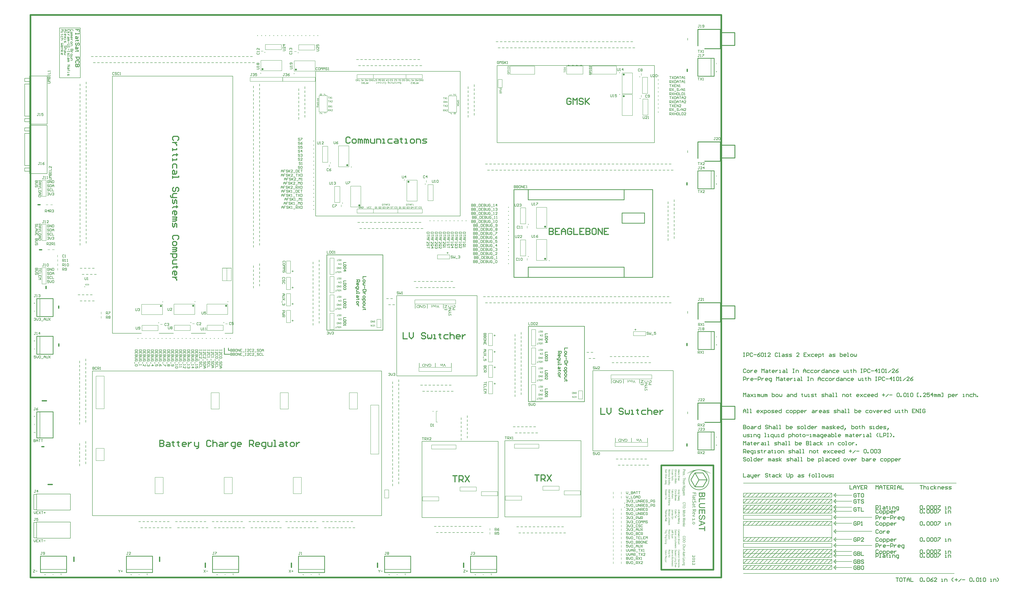
<source format=gto>
%FSLAX24Y24*%
%MOIN*%
G70*
G01*
G75*
G04 Layer_Color=65535*
%ADD10R,0.0591X0.0551*%
%ADD11R,0.0551X0.0591*%
%ADD12R,0.0669X0.0453*%
%ADD13O,0.0984X0.0276*%
%ADD14O,0.0276X0.0984*%
%ADD15O,0.0276X0.0906*%
%ADD16O,0.0906X0.0276*%
%ADD17R,0.0453X0.0669*%
%ADD18R,0.0394X0.0551*%
%ADD19R,0.0551X0.0394*%
%ADD20R,0.0669X0.0984*%
%ADD21R,0.0571X0.1437*%
%ADD22O,0.0118X0.0492*%
%ADD23R,0.0984X0.0669*%
%ADD24R,0.1437X0.0571*%
%ADD25R,0.1201X0.0394*%
%ADD26R,0.2559X0.2185*%
%ADD27C,0.0300*%
%ADD28C,0.0100*%
%ADD29C,0.0200*%
%ADD30C,0.0060*%
%ADD31C,0.0250*%
%ADD32C,0.0500*%
%ADD33C,0.1000*%
%ADD34C,0.0600*%
%ADD35C,0.0400*%
%ADD36C,0.0150*%
%ADD37C,0.0600*%
%ADD38C,0.1496*%
%ADD39C,0.0591*%
%ADD40R,0.0591X0.0591*%
%ADD41C,0.0394*%
%ADD42C,0.2756*%
%ADD43O,0.1339X0.0787*%
%ADD44O,0.1024X0.1339*%
%ADD45C,0.0866*%
%ADD46C,0.0787*%
%ADD47R,0.0591X0.0591*%
%ADD48C,0.1260*%
%ADD49C,0.1000*%
%ADD50C,0.1969*%
%ADD51C,0.1575*%
%ADD52R,0.0600X0.0600*%
%ADD53O,0.0591X0.0827*%
%ADD54R,0.0591X0.0827*%
%ADD55O,0.0827X0.0591*%
%ADD56R,0.0827X0.0591*%
%ADD57C,0.0500*%
%ADD58C,0.0315*%
%ADD59C,0.0236*%
%ADD60C,0.0400*%
%ADD61C,0.0197*%
%ADD62C,0.0754*%
%ADD63C,0.1660*%
%ADD64C,0.0518*%
%ADD65C,0.1778*%
%ADD66O,0.1345X0.0794*%
%ADD67O,0.1030X0.1345*%
%ADD68C,0.1069*%
%ADD69C,0.0991*%
%ADD70C,0.1109*%
G04:AMPARAMS|DCode=71|XSize=119.055mil|YSize=119.055mil|CornerRadius=0mil|HoleSize=0mil|Usage=FLASHONLY|Rotation=0.000|XOffset=0mil|YOffset=0mil|HoleType=Round|Shape=Relief|Width=10mil|Gap=10mil|Entries=4|*
%AMTHD71*
7,0,0,0.1191,0.0991,0.0100,45*
%
%ADD71THD71*%
G04:AMPARAMS|DCode=72|XSize=130.866mil|YSize=130.866mil|CornerRadius=0mil|HoleSize=0mil|Usage=FLASHONLY|Rotation=0.000|XOffset=0mil|YOffset=0mil|HoleType=Round|Shape=Relief|Width=10mil|Gap=10mil|Entries=4|*
%AMTHD72*
7,0,0,0.1309,0.1109,0.0100,45*
%
%ADD72THD72*%
G04:AMPARAMS|DCode=73|XSize=95.433mil|YSize=95.433mil|CornerRadius=0mil|HoleSize=0mil|Usage=FLASHONLY|Rotation=0.000|XOffset=0mil|YOffset=0mil|HoleType=Round|Shape=Relief|Width=10mil|Gap=10mil|Entries=4|*
%AMTHD73*
7,0,0,0.0954,0.0754,0.0100,45*
%
%ADD73THD73*%
%ADD74C,0.1581*%
%ADD75C,0.1620*%
%ADD76C,0.0715*%
%ADD77C,0.0833*%
%ADD78C,0.0794*%
G04:AMPARAMS|DCode=79|XSize=91.496mil|YSize=91.496mil|CornerRadius=0mil|HoleSize=0mil|Usage=FLASHONLY|Rotation=0.000|XOffset=0mil|YOffset=0mil|HoleType=Round|Shape=Relief|Width=10mil|Gap=10mil|Entries=4|*
%AMTHD79*
7,0,0,0.0915,0.0715,0.0100,45*
%
%ADD79THD79*%
G04:AMPARAMS|DCode=80|XSize=88mil|YSize=88mil|CornerRadius=0mil|HoleSize=0mil|Usage=FLASHONLY|Rotation=0.000|XOffset=0mil|YOffset=0mil|HoleType=Round|Shape=Relief|Width=10mil|Gap=10mil|Entries=4|*
%AMTHD80*
7,0,0,0.0880,0.0680,0.0100,45*
%
%ADD80THD80*%
G04:AMPARAMS|DCode=81|XSize=79.685mil|YSize=79.685mil|CornerRadius=0mil|HoleSize=0mil|Usage=FLASHONLY|Rotation=0.000|XOffset=0mil|YOffset=0mil|HoleType=Round|Shape=Relief|Width=10mil|Gap=10mil|Entries=4|*
%AMTHD81*
7,0,0,0.0797,0.0597,0.0100,45*
%
%ADD81THD81*%
%ADD82C,0.0680*%
%ADD83C,0.0597*%
G04:AMPARAMS|DCode=84|XSize=80mil|YSize=80mil|CornerRadius=0mil|HoleSize=0mil|Usage=FLASHONLY|Rotation=0.000|XOffset=0mil|YOffset=0mil|HoleType=Round|Shape=Relief|Width=10mil|Gap=10mil|Entries=4|*
%AMTHD84*
7,0,0,0.0800,0.0600,0.0100,45*
%
%ADD84THD84*%
%ADD85C,0.0650*%
G04:AMPARAMS|DCode=86|XSize=71.811mil|YSize=71.811mil|CornerRadius=0mil|HoleSize=0mil|Usage=FLASHONLY|Rotation=0.000|XOffset=0mil|YOffset=0mil|HoleType=Round|Shape=Relief|Width=10mil|Gap=10mil|Entries=4|*
%AMTHD86*
7,0,0,0.0718,0.0518,0.0100,45*
%
%ADD86THD86*%
G04:AMPARAMS|DCode=87|XSize=185.984mil|YSize=185.984mil|CornerRadius=0mil|HoleSize=0mil|Usage=FLASHONLY|Rotation=0.000|XOffset=0mil|YOffset=0mil|HoleType=Round|Shape=Relief|Width=10mil|Gap=10mil|Entries=4|*
%AMTHD87*
7,0,0,0.1860,0.1660,0.0100,45*
%
%ADD87THD87*%
%AMTHOVALD88*
21,1,0.0551,0.0994,0,0,360.0*
1,1,0.0994,-0.0276,0.0000*
1,1,0.0994,0.0276,0.0000*
21,0,0.0551,0.0794,0,0,360.0*
1,0,0.0794,-0.0276,0.0000*
1,0,0.0794,0.0276,0.0000*
4,0,4,-0.0240,-0.0035,-0.0592,-0.0387,-0.0662,-0.0316,-0.0311,0.0035,-0.0240,-0.0035,0.0*
4,0,4,0.0311,-0.0035,0.0662,0.0316,0.0592,0.0387,0.0240,0.0035,0.0311,-0.0035,0.0*
4,0,4,-0.0311,-0.0035,-0.0662,0.0316,-0.0592,0.0387,-0.0240,0.0035,-0.0311,-0.0035,0.0*
4,0,4,0.0240,-0.0035,0.0592,-0.0387,0.0662,-0.0316,0.0311,0.0035,0.0240,-0.0035,0.0*
%
%ADD88THOVALD88*%

%ADD89C,0.0080*%
%ADD90C,0.0079*%
%ADD91C,0.0118*%
%ADD92C,0.0098*%
%ADD93C,0.0236*%
%ADD94C,0.0315*%
%ADD95C,0.0157*%
%ADD96C,0.0197*%
G36*
X159026Y9858D02*
X158980D01*
X158981Y9857D01*
X158984Y9855D01*
X158989Y9852D01*
X158995Y9848D01*
X159001Y9843D01*
X159007Y9837D01*
X159014Y9830D01*
X159019Y9823D01*
X159020Y9821D01*
X159021Y9819D01*
X159024Y9814D01*
X159026Y9808D01*
X159028Y9801D01*
X159031Y9792D01*
X159032Y9783D01*
X159033Y9773D01*
Y9773D01*
Y9770D01*
X159032Y9766D01*
X159031Y9760D01*
X159031Y9754D01*
X159029Y9748D01*
X159027Y9741D01*
X159024Y9734D01*
X159024Y9733D01*
X159023Y9731D01*
X159021Y9728D01*
X159018Y9724D01*
X159011Y9714D01*
X159007Y9709D01*
X159002Y9705D01*
X159001Y9704D01*
X158999Y9703D01*
X158997Y9701D01*
X158992Y9698D01*
X158987Y9695D01*
X158981Y9693D01*
X158974Y9690D01*
X158966Y9688D01*
X158965D01*
X158963Y9688D01*
X158957Y9686D01*
X158950Y9685D01*
X158941Y9684D01*
X158930Y9683D01*
X158916Y9682D01*
X158701D01*
Y9727D01*
X158911D01*
X158919Y9728D01*
X158927Y9728D01*
X158936Y9730D01*
X158944Y9731D01*
X158951Y9733D01*
X158951D01*
X158953Y9735D01*
X158957Y9736D01*
X158960Y9738D01*
X158968Y9744D01*
X158972Y9748D01*
X158976Y9752D01*
X158977Y9753D01*
X158978Y9754D01*
X158979Y9758D01*
X158981Y9761D01*
X158983Y9766D01*
X158984Y9771D01*
X158985Y9777D01*
X158985Y9783D01*
Y9783D01*
Y9784D01*
X158985Y9788D01*
X158984Y9794D01*
X158982Y9802D01*
X158980Y9810D01*
X158975Y9818D01*
X158969Y9827D01*
X158961Y9834D01*
X158960Y9835D01*
X158957Y9837D01*
X158954Y9839D01*
X158951Y9840D01*
X158946Y9842D01*
X158942Y9844D01*
X158936Y9846D01*
X158930Y9848D01*
X158923Y9849D01*
X158916Y9850D01*
X158907Y9852D01*
X158898Y9853D01*
X158888Y9854D01*
X158701D01*
Y9898D01*
X159026D01*
Y9858D01*
D02*
G37*
G36*
X159149Y9327D02*
Y9327D01*
Y9325D01*
Y9323D01*
Y9320D01*
X159148Y9313D01*
X159148Y9303D01*
X159146Y9293D01*
X159144Y9281D01*
X159140Y9271D01*
X159136Y9261D01*
X159135Y9260D01*
X159133Y9257D01*
X159130Y9253D01*
X159126Y9247D01*
X159120Y9240D01*
X159113Y9234D01*
X159105Y9227D01*
X159095Y9220D01*
X159094Y9220D01*
X159090Y9218D01*
X159085Y9215D01*
X159077Y9213D01*
X159068Y9210D01*
X159058Y9207D01*
X159046Y9205D01*
X159034Y9205D01*
X159029D01*
X159023Y9205D01*
X159016Y9207D01*
X159007Y9208D01*
X158997Y9211D01*
X158988Y9214D01*
X158978Y9218D01*
X158977Y9219D01*
X158974Y9221D01*
X158970Y9224D01*
X158965Y9228D01*
X158958Y9234D01*
X158951Y9240D01*
X158945Y9248D01*
X158939Y9257D01*
Y9256D01*
X158938Y9255D01*
X158937Y9251D01*
X158934Y9245D01*
X158930Y9238D01*
X158924Y9230D01*
X158917Y9222D01*
X158909Y9213D01*
X158899Y9206D01*
X158898Y9205D01*
X158894Y9203D01*
X158888Y9200D01*
X158880Y9197D01*
X158870Y9194D01*
X158858Y9190D01*
X158845Y9188D01*
X158831Y9188D01*
X158824D01*
X158820Y9188D01*
X158816D01*
X158806Y9190D01*
X158795Y9192D01*
X158783Y9195D01*
X158771Y9199D01*
X158759Y9205D01*
X158759D01*
X158758Y9205D01*
X158754Y9208D01*
X158749Y9211D01*
X158742Y9217D01*
X158735Y9223D01*
X158728Y9230D01*
X158720Y9239D01*
X158715Y9249D01*
X158714Y9251D01*
X158713Y9255D01*
X158710Y9260D01*
X158708Y9269D01*
X158705Y9280D01*
X158703Y9293D01*
X158701Y9308D01*
X158701Y9325D01*
Y9465D01*
X159149D01*
Y9327D01*
D02*
G37*
G36*
X159026Y9087D02*
X158976D01*
X158977Y9086D01*
X158981Y9084D01*
X158987Y9081D01*
X158994Y9077D01*
X159002Y9073D01*
X159009Y9068D01*
X159016Y9064D01*
X159021Y9058D01*
X159022Y9058D01*
X159023Y9056D01*
X159025Y9053D01*
X159027Y9050D01*
X159029Y9045D01*
X159031Y9041D01*
X159032Y9035D01*
X159033Y9030D01*
Y9028D01*
Y9026D01*
X159032Y9021D01*
X159031Y9015D01*
X159028Y9008D01*
X159026Y9000D01*
X159021Y8992D01*
X159015Y8983D01*
X158964Y8998D01*
X158965Y8999D01*
X158966Y9001D01*
X158968Y9005D01*
X158970Y9009D01*
X158972Y9014D01*
X158974Y9019D01*
X158975Y9026D01*
X158976Y9032D01*
Y9032D01*
Y9034D01*
X158975Y9037D01*
X158974Y9040D01*
X158973Y9044D01*
X158971Y9049D01*
X158968Y9053D01*
X158965Y9058D01*
X158965Y9058D01*
X158963Y9060D01*
X158961Y9062D01*
X158958Y9064D01*
X158954Y9067D01*
X158949Y9070D01*
X158944Y9072D01*
X158937Y9074D01*
X158936D01*
X158936Y9075D01*
X158934D01*
X158932Y9075D01*
X158925Y9077D01*
X158917Y9078D01*
X158907Y9080D01*
X158896Y9081D01*
X158883Y9082D01*
X158870Y9083D01*
X158701D01*
Y9127D01*
X159026D01*
Y9087D01*
D02*
G37*
G36*
X158877Y10200D02*
X158884Y10199D01*
X158892Y10199D01*
X158901Y10198D01*
X158910Y10196D01*
X158930Y10192D01*
X158951Y10186D01*
X158962Y10182D01*
X158972Y10177D01*
X158981Y10172D01*
X158989Y10166D01*
X158990Y10165D01*
X158991Y10164D01*
X158993Y10162D01*
X158996Y10159D01*
X158999Y10156D01*
X159003Y10152D01*
X159007Y10147D01*
X159011Y10141D01*
X159019Y10128D01*
X159026Y10113D01*
X159029Y10104D01*
X159031Y10096D01*
X159032Y10086D01*
X159033Y10076D01*
Y10075D01*
Y10073D01*
Y10071D01*
X159032Y10067D01*
X159031Y10063D01*
X159031Y10057D01*
X159027Y10045D01*
X159022Y10031D01*
X159019Y10023D01*
X159014Y10016D01*
X159010Y10008D01*
X159004Y10001D01*
X158997Y9994D01*
X158989Y9987D01*
X158989Y9987D01*
X158987Y9986D01*
X158985Y9984D01*
X158982Y9981D01*
X158977Y9979D01*
X158972Y9976D01*
X158965Y9973D01*
X158958Y9969D01*
X158950Y9966D01*
X158941Y9962D01*
X158930Y9960D01*
X158919Y9957D01*
X158907Y9955D01*
X158894Y9953D01*
X158881Y9952D01*
X158866Y9951D01*
X158858D01*
X158852Y9952D01*
X158844Y9953D01*
X158837Y9953D01*
X158827Y9954D01*
X158817Y9956D01*
X158796Y9960D01*
X158774Y9966D01*
X158764Y9970D01*
X158754Y9975D01*
X158745Y9980D01*
X158736Y9987D01*
X158736Y9987D01*
X158734Y9988D01*
X158732Y9990D01*
X158730Y9993D01*
X158726Y9997D01*
X158722Y10000D01*
X158719Y10006D01*
X158715Y10011D01*
X158707Y10024D01*
X158700Y10039D01*
X158698Y10048D01*
X158696Y10057D01*
X158694Y10066D01*
X158694Y10076D01*
Y10077D01*
Y10079D01*
Y10081D01*
X158694Y10085D01*
X158695Y10090D01*
X158696Y10095D01*
X158699Y10107D01*
X158704Y10121D01*
X158707Y10128D01*
X158711Y10136D01*
X158717Y10143D01*
X158722Y10151D01*
X158729Y10159D01*
X158736Y10165D01*
X158737Y10166D01*
X158738Y10166D01*
X158741Y10168D01*
X158744Y10170D01*
X158749Y10173D01*
X158754Y10176D01*
X158760Y10180D01*
X158768Y10183D01*
X158776Y10186D01*
X158786Y10189D01*
X158797Y10192D01*
X158808Y10195D01*
X158820Y10197D01*
X158833Y10199D01*
X158848Y10200D01*
X158863Y10201D01*
X158871D01*
X158877Y10200D01*
D02*
G37*
G36*
X159026Y11028D02*
X158980D01*
X158982Y11027D01*
X158984Y11025D01*
X158989Y11022D01*
X158995Y11019D01*
X159001Y11013D01*
X159007Y11008D01*
X159013Y11001D01*
X159019Y10994D01*
X159020Y10993D01*
X159021Y10990D01*
X159024Y10986D01*
X159026Y10980D01*
X159028Y10973D01*
X159031Y10965D01*
X159032Y10957D01*
X159033Y10948D01*
Y10947D01*
Y10946D01*
Y10943D01*
X159032Y10938D01*
X159031Y10931D01*
X159029Y10923D01*
X159027Y10916D01*
X159023Y10908D01*
X159018Y10900D01*
X159018Y10900D01*
X159016Y10897D01*
X159012Y10894D01*
X159008Y10889D01*
X159002Y10885D01*
X158995Y10880D01*
X158986Y10876D01*
X158976Y10872D01*
X158977D01*
X158978Y10872D01*
X158981Y10870D01*
X158986Y10866D01*
X158992Y10862D01*
X158999Y10857D01*
X159006Y10851D01*
X159012Y10843D01*
X159018Y10836D01*
X159019Y10836D01*
X159020Y10832D01*
X159023Y10828D01*
X159026Y10822D01*
X159028Y10816D01*
X159031Y10808D01*
X159032Y10799D01*
X159033Y10790D01*
Y10789D01*
Y10788D01*
Y10786D01*
X159032Y10783D01*
X159031Y10776D01*
X159029Y10768D01*
X159026Y10758D01*
X159022Y10748D01*
X159015Y10738D01*
X159006Y10729D01*
X159005Y10729D01*
X159001Y10726D01*
X158995Y10722D01*
X158991Y10720D01*
X158986Y10718D01*
X158981Y10716D01*
X158974Y10714D01*
X158968Y10712D01*
X158961Y10710D01*
X158952Y10709D01*
X158943Y10708D01*
X158934Y10707D01*
X158701D01*
Y10752D01*
X158917D01*
X158924Y10752D01*
X158933Y10753D01*
X158941Y10754D01*
X158948Y10755D01*
X158955Y10757D01*
X158955D01*
X158957Y10757D01*
X158960Y10759D01*
X158963Y10761D01*
X158970Y10766D01*
X158977Y10774D01*
X158978Y10775D01*
X158978Y10776D01*
X158980Y10778D01*
X158982Y10781D01*
X158984Y10789D01*
X158985Y10794D01*
X158985Y10799D01*
Y10800D01*
X158985Y10803D01*
X158984Y10809D01*
X158983Y10816D01*
X158980Y10824D01*
X158976Y10832D01*
X158970Y10839D01*
X158962Y10847D01*
X158961Y10847D01*
X158957Y10849D01*
X158952Y10853D01*
X158944Y10856D01*
X158934Y10859D01*
X158921Y10862D01*
X158907Y10864D01*
X158889Y10865D01*
X158701D01*
Y10910D01*
X158919D01*
X158926Y10910D01*
X158934Y10911D01*
X158944Y10913D01*
X158953Y10915D01*
X158961Y10918D01*
X158968Y10922D01*
X158969Y10923D01*
X158971Y10924D01*
X158974Y10927D01*
X158977Y10931D01*
X158980Y10936D01*
X158983Y10942D01*
X158985Y10949D01*
X158985Y10957D01*
Y10958D01*
Y10958D01*
X158985Y10962D01*
X158984Y10967D01*
X158982Y10975D01*
X158980Y10982D01*
X158975Y10990D01*
X158968Y10998D01*
X158960Y11005D01*
X158959Y11006D01*
X158957Y11007D01*
X158955Y11008D01*
X158952Y11009D01*
X158949Y11011D01*
X158944Y11013D01*
X158940Y11014D01*
X158934Y11016D01*
X158927Y11017D01*
X158919Y11019D01*
X158911Y11021D01*
X158902Y11021D01*
X158892Y11022D01*
X158881Y11023D01*
X158701D01*
Y11068D01*
X159026D01*
Y11028D01*
D02*
G37*
G36*
X158874Y10654D02*
X158881Y10654D01*
X158889Y10653D01*
X158898Y10653D01*
X158907Y10651D01*
X158928Y10647D01*
X158949Y10641D01*
X158960Y10637D01*
X158970Y10632D01*
X158980Y10626D01*
X158988Y10620D01*
X158989Y10620D01*
X158990Y10618D01*
X158992Y10616D01*
X158995Y10614D01*
X158999Y10611D01*
X159003Y10607D01*
X159006Y10601D01*
X159010Y10596D01*
X159019Y10583D01*
X159026Y10567D01*
X159029Y10559D01*
X159031Y10550D01*
X159032Y10540D01*
X159033Y10530D01*
Y10530D01*
Y10528D01*
Y10525D01*
X159032Y10522D01*
X159031Y10517D01*
X159030Y10512D01*
X159027Y10500D01*
X159022Y10487D01*
X159018Y10479D01*
X159014Y10472D01*
X159009Y10465D01*
X159003Y10458D01*
X158997Y10451D01*
X158989Y10445D01*
X158988Y10444D01*
X158987Y10443D01*
X158984Y10441D01*
X158981Y10439D01*
X158976Y10437D01*
X158971Y10433D01*
X158965Y10430D01*
X158957Y10427D01*
X158949Y10424D01*
X158939Y10421D01*
X158929Y10418D01*
X158918Y10415D01*
X158905Y10413D01*
X158892Y10411D01*
X158879Y10410D01*
X158863Y10410D01*
X158849D01*
Y10609D01*
X158846D01*
X158844Y10608D01*
X158840D01*
X158835Y10607D01*
X158830Y10607D01*
X158818Y10605D01*
X158804Y10601D01*
X158791Y10597D01*
X158778Y10591D01*
X158766Y10584D01*
X158765Y10582D01*
X158762Y10580D01*
X158758Y10574D01*
X158753Y10568D01*
X158747Y10560D01*
X158743Y10551D01*
X158740Y10540D01*
X158739Y10529D01*
Y10528D01*
Y10527D01*
X158739Y10524D01*
X158740Y10520D01*
X158741Y10516D01*
X158742Y10511D01*
X158745Y10506D01*
X158747Y10501D01*
X158751Y10495D01*
X158755Y10489D01*
X158760Y10483D01*
X158767Y10477D01*
X158775Y10471D01*
X158783Y10467D01*
X158794Y10462D01*
X158806Y10458D01*
X158799Y10411D01*
X158798D01*
X158797Y10412D01*
X158793Y10412D01*
X158790Y10414D01*
X158785Y10415D01*
X158781Y10416D01*
X158769Y10421D01*
X158757Y10427D01*
X158743Y10434D01*
X158731Y10443D01*
X158720Y10454D01*
Y10454D01*
X158719Y10455D01*
X158717Y10457D01*
X158716Y10459D01*
X158711Y10466D01*
X158707Y10474D01*
X158702Y10485D01*
X158698Y10498D01*
X158695Y10513D01*
X158694Y10529D01*
Y10529D01*
Y10531D01*
Y10534D01*
X158694Y10538D01*
X158695Y10543D01*
X158696Y10548D01*
X158699Y10561D01*
X158704Y10576D01*
X158707Y10584D01*
X158711Y10591D01*
X158717Y10599D01*
X158722Y10607D01*
X158729Y10614D01*
X158736Y10620D01*
X158737Y10621D01*
X158738Y10622D01*
X158741Y10624D01*
X158744Y10626D01*
X158749Y10628D01*
X158754Y10632D01*
X158760Y10635D01*
X158768Y10637D01*
X158776Y10641D01*
X158785Y10644D01*
X158795Y10647D01*
X158806Y10650D01*
X158819Y10652D01*
X158831Y10654D01*
X158845Y10654D01*
X158860Y10655D01*
X158868D01*
X158874Y10654D01*
D02*
G37*
G36*
X159026Y10313D02*
X158976D01*
X158977Y10313D01*
X158981Y10311D01*
X158987Y10308D01*
X158994Y10304D01*
X159002Y10300D01*
X159009Y10295D01*
X159016Y10290D01*
X159021Y10285D01*
X159022Y10284D01*
X159023Y10283D01*
X159025Y10280D01*
X159027Y10277D01*
X159029Y10272D01*
X159031Y10267D01*
X159032Y10262D01*
X159033Y10256D01*
Y10255D01*
Y10252D01*
X159032Y10248D01*
X159031Y10242D01*
X159028Y10235D01*
X159026Y10227D01*
X159021Y10218D01*
X159015Y10210D01*
X158964Y10225D01*
X158965Y10225D01*
X158966Y10227D01*
X158968Y10231D01*
X158970Y10235D01*
X158972Y10241D01*
X158974Y10246D01*
X158975Y10252D01*
X158976Y10258D01*
Y10259D01*
Y10261D01*
X158975Y10264D01*
X158974Y10267D01*
X158973Y10271D01*
X158971Y10275D01*
X158968Y10280D01*
X158965Y10284D01*
X158965Y10285D01*
X158963Y10286D01*
X158961Y10288D01*
X158958Y10291D01*
X158954Y10294D01*
X158949Y10296D01*
X158944Y10299D01*
X158937Y10301D01*
X158936D01*
X158936Y10302D01*
X158934D01*
X158932Y10302D01*
X158925Y10304D01*
X158917Y10305D01*
X158907Y10307D01*
X158896Y10308D01*
X158883Y10309D01*
X158870Y10309D01*
X158701D01*
Y10354D01*
X159026D01*
Y10313D01*
D02*
G37*
G36*
X158877Y8973D02*
X158884Y8972D01*
X158892Y8972D01*
X158901Y8971D01*
X158910Y8969D01*
X158930Y8965D01*
X158951Y8959D01*
X158962Y8955D01*
X158972Y8950D01*
X158981Y8945D01*
X158989Y8939D01*
X158990Y8938D01*
X158991Y8937D01*
X158993Y8935D01*
X158996Y8932D01*
X158999Y8929D01*
X159003Y8925D01*
X159007Y8920D01*
X159011Y8915D01*
X159019Y8902D01*
X159026Y8886D01*
X159029Y8877D01*
X159031Y8869D01*
X159032Y8859D01*
X159033Y8849D01*
Y8849D01*
Y8847D01*
Y8844D01*
X159032Y8840D01*
X159031Y8836D01*
X159031Y8830D01*
X159027Y8818D01*
X159022Y8804D01*
X159019Y8797D01*
X159014Y8789D01*
X159010Y8782D01*
X159004Y8774D01*
X158997Y8767D01*
X158989Y8761D01*
X158989Y8760D01*
X158987Y8759D01*
X158985Y8757D01*
X158982Y8755D01*
X158977Y8752D01*
X158972Y8749D01*
X158965Y8746D01*
X158958Y8742D01*
X158950Y8739D01*
X158941Y8736D01*
X158930Y8733D01*
X158919Y8730D01*
X158907Y8728D01*
X158894Y8726D01*
X158881Y8725D01*
X158866Y8725D01*
X158858D01*
X158852Y8725D01*
X158844Y8726D01*
X158837Y8726D01*
X158827Y8727D01*
X158817Y8729D01*
X158796Y8733D01*
X158774Y8740D01*
X158764Y8744D01*
X158754Y8748D01*
X158745Y8753D01*
X158736Y8760D01*
X158736Y8761D01*
X158734Y8761D01*
X158732Y8763D01*
X158730Y8767D01*
X158726Y8770D01*
X158722Y8774D01*
X158719Y8779D01*
X158715Y8784D01*
X158707Y8797D01*
X158700Y8812D01*
X158698Y8821D01*
X158696Y8830D01*
X158694Y8839D01*
X158694Y8849D01*
Y8850D01*
Y8852D01*
Y8854D01*
X158694Y8858D01*
X158695Y8863D01*
X158696Y8868D01*
X158699Y8881D01*
X158704Y8894D01*
X158707Y8902D01*
X158711Y8910D01*
X158717Y8917D01*
X158722Y8925D01*
X158729Y8932D01*
X158736Y8938D01*
X158737Y8939D01*
X158738Y8940D01*
X158741Y8942D01*
X158744Y8944D01*
X158749Y8946D01*
X158754Y8950D01*
X158760Y8953D01*
X158768Y8956D01*
X158776Y8959D01*
X158786Y8963D01*
X158797Y8965D01*
X158808Y8969D01*
X158820Y8971D01*
X158833Y8972D01*
X158848Y8973D01*
X158863Y8974D01*
X158871D01*
X158877Y8973D01*
D02*
G37*
G36*
X159026Y15982D02*
X159106D01*
X159139Y15937D01*
X159026D01*
Y15892D01*
X158983D01*
Y15937D01*
X158783D01*
X158778Y15937D01*
X158772D01*
X158766Y15935D01*
X158762Y15935D01*
X158758Y15933D01*
X158757D01*
X158757Y15932D01*
X158755Y15931D01*
X158753Y15929D01*
X158751Y15926D01*
X158749Y15922D01*
X158748Y15918D01*
X158747Y15912D01*
Y15912D01*
Y15911D01*
Y15909D01*
Y15907D01*
X158748Y15900D01*
X158749Y15892D01*
X158701Y15886D01*
Y15887D01*
X158700Y15889D01*
X158699Y15893D01*
X158699Y15897D01*
X158698Y15902D01*
X158697Y15908D01*
X158696Y15919D01*
Y15921D01*
Y15923D01*
X158697Y15928D01*
X158698Y15933D01*
X158698Y15939D01*
X158700Y15946D01*
X158702Y15952D01*
X158705Y15958D01*
X158706Y15958D01*
X158707Y15959D01*
X158709Y15962D01*
X158712Y15965D01*
X158715Y15968D01*
X158720Y15971D01*
X158725Y15974D01*
X158730Y15977D01*
X158731D01*
X158734Y15977D01*
X158738Y15978D01*
X158745Y15979D01*
X158753Y15980D01*
X158759Y15980D01*
X158764Y15981D01*
X158771D01*
X158779Y15982D01*
X158983D01*
Y16015D01*
X159026D01*
Y15982D01*
D02*
G37*
G36*
X159149Y15804D02*
X158988D01*
X158989Y15803D01*
X158992Y15801D01*
X158996Y15798D01*
X159001Y15794D01*
X159006Y15788D01*
X159012Y15782D01*
X159017Y15776D01*
X159022Y15769D01*
X159022Y15768D01*
X159024Y15765D01*
X159025Y15761D01*
X159027Y15755D01*
X159029Y15749D01*
X159031Y15741D01*
X159032Y15733D01*
X159033Y15724D01*
Y15723D01*
Y15722D01*
Y15720D01*
X159032Y15717D01*
X159031Y15710D01*
X159029Y15700D01*
X159026Y15689D01*
X159021Y15678D01*
X159014Y15667D01*
X159005Y15657D01*
X159004Y15656D01*
X159003Y15654D01*
X159000Y15653D01*
X158997Y15651D01*
X158993Y15649D01*
X158988Y15647D01*
X158983Y15645D01*
X158976Y15642D01*
X158969Y15640D01*
X158961Y15638D01*
X158952Y15636D01*
X158942Y15634D01*
X158931Y15633D01*
X158919Y15632D01*
X158701D01*
Y15677D01*
X158913D01*
X158921Y15677D01*
X158930Y15679D01*
X158940Y15681D01*
X158950Y15683D01*
X158959Y15687D01*
X158967Y15692D01*
X158968Y15692D01*
X158970Y15694D01*
X158973Y15698D01*
X158976Y15703D01*
X158980Y15709D01*
X158983Y15716D01*
X158985Y15724D01*
X158985Y15734D01*
Y15735D01*
X158985Y15738D01*
X158984Y15744D01*
X158983Y15751D01*
X158980Y15759D01*
X158976Y15767D01*
X158970Y15776D01*
X158962Y15784D01*
X158961Y15784D01*
X158957Y15787D01*
X158955Y15788D01*
X158951Y15790D01*
X158947Y15792D01*
X158943Y15794D01*
X158937Y15796D01*
X158931Y15797D01*
X158924Y15799D01*
X158917Y15801D01*
X158908Y15802D01*
X158899Y15803D01*
X158889Y15804D01*
X158701D01*
Y15849D01*
X159149D01*
Y15804D01*
D02*
G37*
G36*
X158877Y15580D02*
X158884Y15579D01*
X158892Y15578D01*
X158901Y15578D01*
X158910Y15576D01*
X158930Y15572D01*
X158951Y15566D01*
X158962Y15562D01*
X158972Y15557D01*
X158981Y15551D01*
X158989Y15546D01*
X158990Y15545D01*
X158991Y15544D01*
X158993Y15542D01*
X158996Y15539D01*
X158999Y15536D01*
X159003Y15532D01*
X159007Y15527D01*
X159011Y15521D01*
X159019Y15508D01*
X159026Y15492D01*
X159029Y15484D01*
X159031Y15475D01*
X159032Y15466D01*
X159033Y15456D01*
Y15455D01*
Y15453D01*
Y15450D01*
X159032Y15446D01*
X159031Y15443D01*
X159031Y15437D01*
X159027Y15425D01*
X159022Y15410D01*
X159019Y15403D01*
X159014Y15396D01*
X159010Y15388D01*
X159004Y15381D01*
X158997Y15374D01*
X158989Y15367D01*
X158989Y15366D01*
X158987Y15366D01*
X158985Y15364D01*
X158982Y15361D01*
X158977Y15359D01*
X158972Y15356D01*
X158965Y15353D01*
X158958Y15349D01*
X158950Y15345D01*
X158941Y15342D01*
X158930Y15340D01*
X158919Y15337D01*
X158907Y15334D01*
X158894Y15332D01*
X158881Y15332D01*
X158866Y15331D01*
X158858D01*
X158852Y15332D01*
X158844Y15332D01*
X158837Y15333D01*
X158827Y15334D01*
X158817Y15336D01*
X158796Y15340D01*
X158774Y15346D01*
X158764Y15350D01*
X158754Y15355D01*
X158745Y15360D01*
X158736Y15366D01*
X158736Y15367D01*
X158734Y15368D01*
X158732Y15370D01*
X158730Y15373D01*
X158726Y15376D01*
X158722Y15380D01*
X158719Y15386D01*
X158715Y15391D01*
X158707Y15404D01*
X158700Y15419D01*
X158698Y15427D01*
X158696Y15437D01*
X158694Y15446D01*
X158694Y15456D01*
Y15456D01*
Y15458D01*
Y15461D01*
X158694Y15465D01*
X158695Y15469D01*
X158696Y15475D01*
X158699Y15487D01*
X158704Y15501D01*
X158707Y15508D01*
X158711Y15516D01*
X158717Y15523D01*
X158722Y15531D01*
X158729Y15538D01*
X158736Y15545D01*
X158737Y15546D01*
X158738Y15546D01*
X158741Y15548D01*
X158744Y15550D01*
X158749Y15553D01*
X158754Y15556D01*
X158760Y15559D01*
X158768Y15563D01*
X158776Y15566D01*
X158786Y15569D01*
X158797Y15572D01*
X158808Y15575D01*
X158820Y15577D01*
X158833Y15579D01*
X158848Y15580D01*
X158863Y15580D01*
X158871D01*
X158877Y15580D01*
D02*
G37*
G36*
X159026Y16237D02*
X158980D01*
X158981Y16236D01*
X158984Y16234D01*
X158989Y16231D01*
X158995Y16227D01*
X159001Y16222D01*
X159007Y16216D01*
X159014Y16209D01*
X159019Y16202D01*
X159020Y16200D01*
X159021Y16198D01*
X159024Y16193D01*
X159026Y16187D01*
X159028Y16180D01*
X159031Y16171D01*
X159032Y16162D01*
X159033Y16152D01*
Y16152D01*
Y16149D01*
X159032Y16144D01*
X159031Y16139D01*
X159031Y16133D01*
X159029Y16127D01*
X159027Y16120D01*
X159024Y16113D01*
X159024Y16112D01*
X159023Y16110D01*
X159021Y16106D01*
X159018Y16102D01*
X159011Y16093D01*
X159007Y16088D01*
X159002Y16083D01*
X159001Y16083D01*
X158999Y16082D01*
X158997Y16080D01*
X158992Y16077D01*
X158987Y16074D01*
X158981Y16072D01*
X158974Y16069D01*
X158966Y16067D01*
X158965D01*
X158963Y16066D01*
X158957Y16065D01*
X158950Y16064D01*
X158941Y16063D01*
X158930Y16062D01*
X158916Y16061D01*
X158701D01*
Y16106D01*
X158911D01*
X158919Y16106D01*
X158927Y16107D01*
X158936Y16108D01*
X158944Y16110D01*
X158951Y16112D01*
X158951D01*
X158953Y16114D01*
X158957Y16115D01*
X158960Y16117D01*
X158968Y16123D01*
X158972Y16127D01*
X158976Y16131D01*
X158977Y16132D01*
X158978Y16133D01*
X158979Y16137D01*
X158981Y16140D01*
X158983Y16144D01*
X158984Y16150D01*
X158985Y16156D01*
X158985Y16162D01*
Y16162D01*
Y16163D01*
X158985Y16167D01*
X158984Y16173D01*
X158982Y16181D01*
X158980Y16188D01*
X158975Y16197D01*
X158969Y16206D01*
X158961Y16213D01*
X158960Y16214D01*
X158957Y16216D01*
X158954Y16218D01*
X158951Y16219D01*
X158946Y16221D01*
X158942Y16223D01*
X158936Y16225D01*
X158930Y16226D01*
X158923Y16228D01*
X158916Y16229D01*
X158907Y16230D01*
X158898Y16232D01*
X158888Y16232D01*
X158701D01*
Y16277D01*
X159026D01*
Y16237D01*
D02*
G37*
G36*
Y8658D02*
X158838Y8616D01*
X158768Y8600D01*
X158835Y8586D01*
X159026Y8544D01*
Y8497D01*
X158837Y8457D01*
X158775Y8444D01*
X158837Y8429D01*
X159026Y8383D01*
Y8339D01*
X158701Y8421D01*
Y8469D01*
X158895Y8512D01*
X158951Y8522D01*
X158701Y8575D01*
Y8623D01*
X159026Y8704D01*
Y8658D01*
D02*
G37*
G36*
Y8261D02*
X158980D01*
X158981Y8260D01*
X158984Y8258D01*
X158989Y8255D01*
X158995Y8251D01*
X159001Y8246D01*
X159007Y8240D01*
X159014Y8233D01*
X159019Y8225D01*
X159020Y8224D01*
X159021Y8221D01*
X159024Y8217D01*
X159026Y8211D01*
X159028Y8204D01*
X159031Y8195D01*
X159032Y8186D01*
X159033Y8176D01*
Y8175D01*
Y8173D01*
X159032Y8168D01*
X159031Y8163D01*
X159031Y8157D01*
X159029Y8151D01*
X159027Y8144D01*
X159024Y8137D01*
X159024Y8136D01*
X159023Y8133D01*
X159021Y8130D01*
X159018Y8126D01*
X159011Y8116D01*
X159007Y8112D01*
X159002Y8107D01*
X159001Y8107D01*
X158999Y8105D01*
X158997Y8103D01*
X158992Y8101D01*
X158987Y8098D01*
X158981Y8095D01*
X158974Y8093D01*
X158966Y8091D01*
X158965D01*
X158963Y8090D01*
X158957Y8089D01*
X158950Y8088D01*
X158941Y8087D01*
X158930Y8086D01*
X158916Y8085D01*
X158701D01*
Y8130D01*
X158911D01*
X158919Y8130D01*
X158927Y8131D01*
X158936Y8132D01*
X158944Y8134D01*
X158951Y8136D01*
X158951D01*
X158953Y8137D01*
X158957Y8139D01*
X158960Y8141D01*
X158968Y8147D01*
X158972Y8151D01*
X158976Y8155D01*
X158977Y8156D01*
X158978Y8157D01*
X158979Y8160D01*
X158981Y8164D01*
X158983Y8168D01*
X158984Y8173D01*
X158985Y8179D01*
X158985Y8185D01*
Y8186D01*
Y8187D01*
X158985Y8191D01*
X158984Y8196D01*
X158982Y8204D01*
X158980Y8212D01*
X158975Y8221D01*
X158969Y8229D01*
X158961Y8237D01*
X158960Y8238D01*
X158957Y8240D01*
X158954Y8242D01*
X158951Y8243D01*
X158946Y8245D01*
X158942Y8246D01*
X158936Y8248D01*
X158930Y8250D01*
X158923Y8252D01*
X158916Y8253D01*
X158907Y8254D01*
X158898Y8255D01*
X158888Y8256D01*
X158701D01*
Y8301D01*
X159026D01*
Y8261D01*
D02*
G37*
G36*
X159149Y16512D02*
Y16460D01*
X158701Y16310D01*
Y16366D01*
X158836Y16408D01*
Y16563D01*
X158701Y16603D01*
Y16654D01*
X159149Y16512D01*
D02*
G37*
G36*
X158877Y5279D02*
X158884Y5278D01*
X158892Y5277D01*
X158901Y5277D01*
X158910Y5275D01*
X158930Y5271D01*
X158951Y5265D01*
X158962Y5261D01*
X158972Y5256D01*
X158981Y5250D01*
X158989Y5245D01*
X158990Y5244D01*
X158991Y5243D01*
X158993Y5241D01*
X158996Y5238D01*
X158999Y5235D01*
X159003Y5231D01*
X159007Y5225D01*
X159011Y5220D01*
X159019Y5207D01*
X159026Y5191D01*
X159029Y5183D01*
X159031Y5174D01*
X159032Y5164D01*
X159033Y5155D01*
Y5154D01*
Y5152D01*
Y5149D01*
X159032Y5145D01*
X159031Y5142D01*
X159031Y5136D01*
X159027Y5124D01*
X159022Y5109D01*
X159019Y5102D01*
X159014Y5095D01*
X159010Y5087D01*
X159004Y5080D01*
X158997Y5073D01*
X158989Y5066D01*
X158989Y5065D01*
X158987Y5065D01*
X158985Y5063D01*
X158982Y5060D01*
X158977Y5058D01*
X158972Y5055D01*
X158965Y5052D01*
X158958Y5048D01*
X158950Y5044D01*
X158941Y5041D01*
X158930Y5039D01*
X158919Y5036D01*
X158907Y5033D01*
X158894Y5031D01*
X158881Y5031D01*
X158866Y5030D01*
X158858D01*
X158852Y5031D01*
X158844Y5031D01*
X158837Y5032D01*
X158827Y5033D01*
X158817Y5035D01*
X158796Y5039D01*
X158774Y5045D01*
X158764Y5049D01*
X158754Y5054D01*
X158745Y5059D01*
X158736Y5065D01*
X158736Y5066D01*
X158734Y5067D01*
X158732Y5069D01*
X158730Y5072D01*
X158726Y5075D01*
X158722Y5079D01*
X158719Y5084D01*
X158715Y5090D01*
X158707Y5103D01*
X158700Y5118D01*
X158698Y5126D01*
X158696Y5136D01*
X158694Y5145D01*
X158694Y5155D01*
Y5155D01*
Y5157D01*
Y5160D01*
X158694Y5164D01*
X158695Y5168D01*
X158696Y5174D01*
X158699Y5186D01*
X158704Y5200D01*
X158707Y5207D01*
X158711Y5215D01*
X158717Y5222D01*
X158722Y5230D01*
X158729Y5237D01*
X158736Y5244D01*
X158737Y5245D01*
X158738Y5245D01*
X158741Y5247D01*
X158744Y5249D01*
X158749Y5252D01*
X158754Y5255D01*
X158760Y5258D01*
X158768Y5262D01*
X158776Y5265D01*
X158786Y5268D01*
X158797Y5271D01*
X158808Y5274D01*
X158820Y5276D01*
X158833Y5278D01*
X158848Y5279D01*
X158863Y5279D01*
X158871D01*
X158877Y5279D01*
D02*
G37*
G36*
X159026Y4937D02*
X158980D01*
X158981Y4936D01*
X158984Y4934D01*
X158989Y4931D01*
X158995Y4927D01*
X159001Y4922D01*
X159007Y4916D01*
X159014Y4909D01*
X159019Y4901D01*
X159020Y4900D01*
X159021Y4897D01*
X159024Y4893D01*
X159026Y4887D01*
X159028Y4880D01*
X159031Y4871D01*
X159032Y4862D01*
X159033Y4852D01*
Y4852D01*
Y4849D01*
X159032Y4844D01*
X159031Y4839D01*
X159031Y4833D01*
X159029Y4827D01*
X159027Y4820D01*
X159024Y4813D01*
X159024Y4812D01*
X159023Y4810D01*
X159021Y4806D01*
X159018Y4802D01*
X159011Y4793D01*
X159007Y4788D01*
X159002Y4783D01*
X159001Y4783D01*
X158999Y4781D01*
X158997Y4779D01*
X158992Y4777D01*
X158987Y4774D01*
X158981Y4772D01*
X158974Y4769D01*
X158966Y4767D01*
X158965D01*
X158963Y4766D01*
X158957Y4765D01*
X158950Y4764D01*
X158941Y4763D01*
X158930Y4762D01*
X158916Y4761D01*
X158701D01*
Y4806D01*
X158911D01*
X158919Y4806D01*
X158927Y4807D01*
X158936Y4808D01*
X158944Y4810D01*
X158951Y4812D01*
X158951D01*
X158953Y4814D01*
X158957Y4815D01*
X158960Y4817D01*
X158968Y4823D01*
X158972Y4827D01*
X158976Y4831D01*
X158977Y4832D01*
X158978Y4833D01*
X158979Y4836D01*
X158981Y4840D01*
X158983Y4844D01*
X158984Y4850D01*
X158985Y4855D01*
X158985Y4861D01*
Y4862D01*
Y4863D01*
X158985Y4867D01*
X158984Y4873D01*
X158982Y4880D01*
X158980Y4888D01*
X158975Y4897D01*
X158969Y4905D01*
X158961Y4913D01*
X158960Y4914D01*
X158957Y4916D01*
X158954Y4918D01*
X158951Y4919D01*
X158946Y4921D01*
X158942Y4922D01*
X158936Y4924D01*
X158930Y4926D01*
X158923Y4928D01*
X158916Y4929D01*
X158907Y4930D01*
X158898Y4932D01*
X158888Y4932D01*
X158701D01*
Y4977D01*
X159026D01*
Y4937D01*
D02*
G37*
G36*
X159149Y4471D02*
X158831Y4384D01*
X158765Y4367D01*
X158766Y4366D01*
X158770Y4365D01*
X158776Y4364D01*
X158783Y4362D01*
X158793Y4359D01*
X158806Y4356D01*
X158820Y4352D01*
X158837Y4347D01*
X159149Y4259D01*
Y4194D01*
X158701D01*
Y4240D01*
X159077D01*
X158701Y4348D01*
Y4391D01*
X159083Y4497D01*
X158701D01*
Y4544D01*
X159149D01*
Y4471D01*
D02*
G37*
G36*
X159026Y5392D02*
X158976D01*
X158977Y5391D01*
X158981Y5389D01*
X158987Y5387D01*
X158994Y5383D01*
X159002Y5378D01*
X159009Y5374D01*
X159016Y5369D01*
X159021Y5364D01*
X159022Y5363D01*
X159023Y5361D01*
X159025Y5359D01*
X159027Y5355D01*
X159029Y5351D01*
X159031Y5346D01*
X159032Y5341D01*
X159033Y5335D01*
Y5334D01*
Y5331D01*
X159032Y5326D01*
X159031Y5321D01*
X159028Y5313D01*
X159026Y5306D01*
X159021Y5297D01*
X159015Y5288D01*
X158964Y5304D01*
X158965Y5304D01*
X158966Y5306D01*
X158968Y5310D01*
X158970Y5314D01*
X158972Y5319D01*
X158974Y5325D01*
X158975Y5331D01*
X158976Y5337D01*
Y5338D01*
Y5340D01*
X158975Y5342D01*
X158974Y5346D01*
X158973Y5349D01*
X158971Y5354D01*
X158968Y5359D01*
X158965Y5363D01*
X158965Y5364D01*
X158963Y5365D01*
X158961Y5367D01*
X158958Y5370D01*
X158954Y5372D01*
X158949Y5375D01*
X158944Y5378D01*
X158937Y5380D01*
X158936D01*
X158936Y5380D01*
X158934D01*
X158932Y5381D01*
X158925Y5382D01*
X158917Y5384D01*
X158907Y5386D01*
X158896Y5387D01*
X158883Y5387D01*
X158870Y5388D01*
X158701D01*
Y5433D01*
X159026D01*
Y5392D01*
D02*
G37*
G36*
X158795Y6446D02*
X158802Y6446D01*
X158810Y6444D01*
X158818Y6442D01*
X158827Y6440D01*
X158835Y6436D01*
X158836Y6435D01*
X158839Y6434D01*
X158842Y6431D01*
X158848Y6427D01*
X158853Y6423D01*
X158858Y6417D01*
X158864Y6412D01*
X158869Y6404D01*
X158869Y6404D01*
X158871Y6400D01*
X158873Y6396D01*
X158876Y6389D01*
X158879Y6380D01*
X158882Y6370D01*
X158884Y6357D01*
X158887Y6343D01*
Y6342D01*
X158888Y6340D01*
Y6337D01*
X158888Y6333D01*
X158889Y6329D01*
X158890Y6324D01*
X158892Y6312D01*
X158896Y6299D01*
X158899Y6286D01*
X158903Y6272D01*
X158905Y6267D01*
X158907Y6262D01*
X158921Y6261D01*
X158926D01*
X158932Y6262D01*
X158939Y6263D01*
X158947Y6265D01*
X158955Y6267D01*
X158962Y6270D01*
X158968Y6274D01*
X158968Y6274D01*
X158971Y6277D01*
X158974Y6281D01*
X158978Y6286D01*
X158982Y6293D01*
X158984Y6302D01*
X158987Y6312D01*
X158987Y6325D01*
Y6326D01*
Y6326D01*
Y6330D01*
X158987Y6335D01*
X158986Y6343D01*
X158984Y6351D01*
X158982Y6358D01*
X158979Y6366D01*
X158974Y6372D01*
X158974Y6373D01*
X158972Y6375D01*
X158968Y6377D01*
X158963Y6381D01*
X158957Y6384D01*
X158948Y6388D01*
X158938Y6391D01*
X158925Y6394D01*
X158933Y6439D01*
X158934D01*
X158935Y6438D01*
X158938Y6438D01*
X158942Y6437D01*
X158945Y6436D01*
X158951Y6434D01*
X158962Y6431D01*
X158974Y6426D01*
X158987Y6419D01*
X158999Y6411D01*
X159004Y6406D01*
X159008Y6401D01*
Y6400D01*
X159010Y6400D01*
X159010Y6398D01*
X159012Y6396D01*
X159016Y6389D01*
X159021Y6380D01*
X159025Y6368D01*
X159029Y6354D01*
X159031Y6337D01*
X159033Y6318D01*
Y6318D01*
Y6316D01*
Y6314D01*
Y6311D01*
X159032Y6304D01*
X159031Y6294D01*
X159029Y6284D01*
X159026Y6273D01*
X159022Y6263D01*
X159017Y6253D01*
X159016Y6251D01*
X159014Y6249D01*
X159011Y6245D01*
X159006Y6240D01*
X159001Y6235D01*
X158994Y6230D01*
X158986Y6226D01*
X158978Y6223D01*
X158976D01*
X158974Y6221D01*
X158968Y6221D01*
X158961Y6219D01*
X158951Y6218D01*
X158940Y6217D01*
X158926Y6216D01*
X158811D01*
X158795Y6215D01*
X158779D01*
X158762Y6215D01*
X158755D01*
X158749Y6214D01*
X158743D01*
X158739Y6213D01*
X158738D01*
X158736Y6213D01*
X158732Y6212D01*
X158727Y6211D01*
X158721Y6209D01*
X158715Y6208D01*
X158701Y6202D01*
Y6249D01*
X158701D01*
X158704Y6250D01*
X158707Y6251D01*
X158712Y6253D01*
X158718Y6254D01*
X158724Y6256D01*
X158732Y6257D01*
X158741Y6258D01*
X158739Y6259D01*
X158737Y6262D01*
X158733Y6267D01*
X158728Y6272D01*
X158722Y6280D01*
X158716Y6288D01*
X158711Y6297D01*
X158705Y6306D01*
X158705Y6307D01*
X158703Y6310D01*
X158701Y6315D01*
X158699Y6321D01*
X158698Y6329D01*
X158696Y6337D01*
X158694Y6347D01*
X158694Y6356D01*
Y6357D01*
Y6358D01*
Y6360D01*
X158694Y6363D01*
X158695Y6371D01*
X158697Y6380D01*
X158699Y6391D01*
X158704Y6402D01*
X158710Y6413D01*
X158719Y6423D01*
X158720Y6424D01*
X158723Y6427D01*
X158728Y6431D01*
X158736Y6434D01*
X158746Y6439D01*
X158757Y6443D01*
X158770Y6446D01*
X158785Y6447D01*
X158790D01*
X158795Y6446D01*
D02*
G37*
G36*
X159026Y6106D02*
X158980D01*
X158982Y6106D01*
X158984Y6104D01*
X158989Y6101D01*
X158995Y6097D01*
X159001Y6092D01*
X159007Y6087D01*
X159013Y6080D01*
X159019Y6072D01*
X159020Y6072D01*
X159021Y6068D01*
X159024Y6065D01*
X159026Y6059D01*
X159028Y6052D01*
X159031Y6044D01*
X159032Y6036D01*
X159033Y6026D01*
Y6026D01*
Y6025D01*
Y6022D01*
X159032Y6017D01*
X159031Y6010D01*
X159029Y6002D01*
X159027Y5994D01*
X159023Y5986D01*
X159018Y5979D01*
X159018Y5979D01*
X159016Y5976D01*
X159012Y5973D01*
X159008Y5968D01*
X159002Y5963D01*
X158995Y5959D01*
X158986Y5955D01*
X158976Y5951D01*
X158977D01*
X158978Y5950D01*
X158981Y5948D01*
X158986Y5945D01*
X158992Y5941D01*
X158999Y5935D01*
X159006Y5929D01*
X159012Y5922D01*
X159018Y5915D01*
X159019Y5914D01*
X159020Y5911D01*
X159023Y5907D01*
X159026Y5901D01*
X159028Y5895D01*
X159031Y5887D01*
X159032Y5878D01*
X159033Y5868D01*
Y5868D01*
Y5866D01*
Y5864D01*
X159032Y5862D01*
X159031Y5855D01*
X159029Y5847D01*
X159026Y5837D01*
X159022Y5827D01*
X159015Y5817D01*
X159006Y5808D01*
X159005Y5807D01*
X159001Y5805D01*
X158995Y5801D01*
X158991Y5799D01*
X158986Y5797D01*
X158981Y5795D01*
X158974Y5793D01*
X158968Y5791D01*
X158961Y5789D01*
X158952Y5788D01*
X158943Y5786D01*
X158934Y5786D01*
X158701D01*
Y5830D01*
X158917D01*
X158924Y5831D01*
X158933Y5832D01*
X158941Y5832D01*
X158948Y5834D01*
X158955Y5836D01*
X158955D01*
X158957Y5836D01*
X158960Y5838D01*
X158963Y5839D01*
X158970Y5845D01*
X158977Y5853D01*
X158978Y5853D01*
X158978Y5855D01*
X158980Y5857D01*
X158982Y5860D01*
X158984Y5868D01*
X158985Y5872D01*
X158985Y5878D01*
Y5879D01*
X158985Y5882D01*
X158984Y5888D01*
X158983Y5895D01*
X158980Y5902D01*
X158976Y5910D01*
X158970Y5918D01*
X158962Y5925D01*
X158961Y5926D01*
X158957Y5928D01*
X158952Y5931D01*
X158944Y5935D01*
X158934Y5938D01*
X158921Y5941D01*
X158907Y5943D01*
X158889Y5944D01*
X158701D01*
Y5988D01*
X158919D01*
X158926Y5989D01*
X158934Y5990D01*
X158944Y5992D01*
X158953Y5994D01*
X158961Y5997D01*
X158968Y6001D01*
X158969Y6002D01*
X158971Y6003D01*
X158974Y6006D01*
X158977Y6010D01*
X158980Y6015D01*
X158983Y6021D01*
X158985Y6028D01*
X158985Y6036D01*
Y6036D01*
Y6037D01*
X158985Y6041D01*
X158984Y6046D01*
X158982Y6053D01*
X158980Y6061D01*
X158975Y6069D01*
X158968Y6077D01*
X158960Y6084D01*
X158959Y6085D01*
X158957Y6085D01*
X158955Y6087D01*
X158952Y6088D01*
X158949Y6090D01*
X158944Y6091D01*
X158940Y6093D01*
X158934Y6095D01*
X158927Y6096D01*
X158919Y6098D01*
X158911Y6099D01*
X158902Y6100D01*
X158892Y6101D01*
X158881Y6102D01*
X158701D01*
Y6147D01*
X159026D01*
Y6106D01*
D02*
G37*
G36*
X158874Y5733D02*
X158881Y5733D01*
X158889Y5732D01*
X158898Y5731D01*
X158907Y5729D01*
X158928Y5725D01*
X158949Y5719D01*
X158960Y5716D01*
X158970Y5710D01*
X158980Y5705D01*
X158988Y5699D01*
X158989Y5698D01*
X158990Y5697D01*
X158992Y5695D01*
X158995Y5693D01*
X158999Y5689D01*
X159003Y5685D01*
X159006Y5680D01*
X159010Y5675D01*
X159019Y5662D01*
X159026Y5646D01*
X159029Y5637D01*
X159031Y5629D01*
X159032Y5619D01*
X159033Y5609D01*
Y5609D01*
Y5607D01*
Y5604D01*
X159032Y5601D01*
X159031Y5596D01*
X159030Y5591D01*
X159027Y5579D01*
X159022Y5565D01*
X159018Y5558D01*
X159014Y5551D01*
X159009Y5544D01*
X159003Y5537D01*
X158997Y5530D01*
X158989Y5523D01*
X158988Y5523D01*
X158987Y5522D01*
X158984Y5520D01*
X158981Y5518D01*
X158976Y5515D01*
X158971Y5512D01*
X158965Y5509D01*
X158957Y5506D01*
X158949Y5503D01*
X158939Y5500D01*
X158929Y5496D01*
X158918Y5494D01*
X158905Y5492D01*
X158892Y5490D01*
X158879Y5489D01*
X158863Y5489D01*
X158849D01*
Y5687D01*
X158846D01*
X158844Y5687D01*
X158840D01*
X158835Y5686D01*
X158830Y5685D01*
X158818Y5683D01*
X158804Y5680D01*
X158791Y5675D01*
X158778Y5670D01*
X158766Y5662D01*
X158765Y5661D01*
X158762Y5658D01*
X158758Y5653D01*
X158753Y5647D01*
X158747Y5639D01*
X158743Y5630D01*
X158740Y5619D01*
X158739Y5607D01*
Y5607D01*
Y5605D01*
X158739Y5603D01*
X158740Y5599D01*
X158741Y5595D01*
X158742Y5590D01*
X158745Y5585D01*
X158747Y5580D01*
X158751Y5574D01*
X158755Y5568D01*
X158760Y5562D01*
X158767Y5556D01*
X158775Y5550D01*
X158783Y5546D01*
X158794Y5540D01*
X158806Y5536D01*
X158799Y5490D01*
X158798D01*
X158797Y5490D01*
X158793Y5491D01*
X158790Y5492D01*
X158785Y5494D01*
X158781Y5495D01*
X158769Y5500D01*
X158757Y5506D01*
X158743Y5513D01*
X158731Y5522D01*
X158720Y5532D01*
Y5533D01*
X158719Y5534D01*
X158717Y5536D01*
X158716Y5538D01*
X158711Y5544D01*
X158707Y5553D01*
X158702Y5564D01*
X158698Y5576D01*
X158695Y5592D01*
X158694Y5607D01*
Y5608D01*
Y5610D01*
Y5613D01*
X158694Y5616D01*
X158695Y5622D01*
X158696Y5627D01*
X158699Y5640D01*
X158704Y5655D01*
X158707Y5662D01*
X158711Y5670D01*
X158717Y5677D01*
X158722Y5685D01*
X158729Y5693D01*
X158736Y5699D01*
X158737Y5700D01*
X158738Y5700D01*
X158741Y5702D01*
X158744Y5704D01*
X158749Y5707D01*
X158754Y5710D01*
X158760Y5714D01*
X158768Y5716D01*
X158776Y5719D01*
X158785Y5723D01*
X158795Y5726D01*
X158806Y5729D01*
X158819Y5731D01*
X158831Y5733D01*
X158845Y5733D01*
X158860Y5734D01*
X158868D01*
X158874Y5733D01*
D02*
G37*
G36*
Y4136D02*
X158881Y4135D01*
X158889Y4135D01*
X158898Y4134D01*
X158907Y4132D01*
X158928Y4128D01*
X158949Y4122D01*
X158960Y4118D01*
X158970Y4113D01*
X158980Y4108D01*
X158988Y4102D01*
X158989Y4101D01*
X158990Y4100D01*
X158992Y4098D01*
X158995Y4095D01*
X158999Y4092D01*
X159003Y4088D01*
X159006Y4083D01*
X159010Y4077D01*
X159019Y4064D01*
X159026Y4049D01*
X159029Y4040D01*
X159031Y4032D01*
X159032Y4022D01*
X159033Y4012D01*
Y4011D01*
Y4009D01*
Y4007D01*
X159032Y4003D01*
X159031Y3999D01*
X159030Y3993D01*
X159027Y3982D01*
X159022Y3968D01*
X159018Y3961D01*
X159014Y3953D01*
X159009Y3946D01*
X159003Y3940D01*
X158997Y3932D01*
X158989Y3926D01*
X158988Y3925D01*
X158987Y3925D01*
X158984Y3923D01*
X158981Y3921D01*
X158976Y3918D01*
X158971Y3915D01*
X158965Y3911D01*
X158957Y3908D01*
X158949Y3906D01*
X158939Y3902D01*
X158929Y3899D01*
X158918Y3896D01*
X158905Y3894D01*
X158892Y3892D01*
X158879Y3892D01*
X158863Y3891D01*
X158849D01*
Y4090D01*
X158846D01*
X158844Y4089D01*
X158840D01*
X158835Y4089D01*
X158830Y4088D01*
X158818Y4086D01*
X158804Y4083D01*
X158791Y4078D01*
X158778Y4072D01*
X158766Y4065D01*
X158765Y4064D01*
X158762Y4061D01*
X158758Y4056D01*
X158753Y4049D01*
X158747Y4041D01*
X158743Y4032D01*
X158740Y4022D01*
X158739Y4010D01*
Y4009D01*
Y4008D01*
X158739Y4005D01*
X158740Y4001D01*
X158741Y3997D01*
X158742Y3993D01*
X158745Y3988D01*
X158747Y3982D01*
X158751Y3976D01*
X158755Y3971D01*
X158760Y3965D01*
X158767Y3959D01*
X158775Y3953D01*
X158783Y3948D01*
X158794Y3943D01*
X158806Y3939D01*
X158799Y3892D01*
X158798D01*
X158797Y3893D01*
X158793Y3894D01*
X158790Y3895D01*
X158785Y3896D01*
X158781Y3898D01*
X158769Y3902D01*
X158757Y3908D01*
X158743Y3915D01*
X158731Y3925D01*
X158720Y3935D01*
Y3936D01*
X158719Y3936D01*
X158717Y3938D01*
X158716Y3940D01*
X158711Y3947D01*
X158707Y3955D01*
X158702Y3967D01*
X158698Y3979D01*
X158695Y3994D01*
X158694Y4010D01*
Y4011D01*
Y4013D01*
Y4015D01*
X158694Y4019D01*
X158695Y4024D01*
X158696Y4030D01*
X158699Y4043D01*
X158704Y4057D01*
X158707Y4065D01*
X158711Y4073D01*
X158717Y4080D01*
X158722Y4088D01*
X158729Y4095D01*
X158736Y4102D01*
X158737Y4102D01*
X158738Y4103D01*
X158741Y4105D01*
X158744Y4107D01*
X158749Y4110D01*
X158754Y4113D01*
X158760Y4116D01*
X158768Y4119D01*
X158776Y4122D01*
X158785Y4125D01*
X158795Y4129D01*
X158806Y4131D01*
X158819Y4133D01*
X158831Y4135D01*
X158845Y4136D01*
X158860Y4137D01*
X158868D01*
X158874Y4136D01*
D02*
G37*
G36*
X158795Y2738D02*
X158802Y2737D01*
X158810Y2736D01*
X158818Y2734D01*
X158827Y2731D01*
X158835Y2727D01*
X158836Y2727D01*
X158839Y2725D01*
X158842Y2723D01*
X158848Y2719D01*
X158853Y2714D01*
X158858Y2709D01*
X158864Y2703D01*
X158869Y2696D01*
X158869Y2695D01*
X158871Y2692D01*
X158873Y2687D01*
X158876Y2681D01*
X158879Y2672D01*
X158882Y2661D01*
X158884Y2649D01*
X158887Y2634D01*
Y2634D01*
X158888Y2632D01*
Y2629D01*
X158888Y2625D01*
X158889Y2621D01*
X158890Y2615D01*
X158892Y2603D01*
X158896Y2590D01*
X158899Y2577D01*
X158903Y2564D01*
X158905Y2559D01*
X158907Y2554D01*
X158921Y2553D01*
X158926D01*
X158932Y2554D01*
X158939Y2554D01*
X158947Y2556D01*
X158955Y2558D01*
X158962Y2561D01*
X158968Y2565D01*
X158968Y2566D01*
X158971Y2569D01*
X158974Y2573D01*
X158978Y2578D01*
X158982Y2585D01*
X158984Y2594D01*
X158987Y2604D01*
X158987Y2617D01*
Y2617D01*
Y2618D01*
Y2622D01*
X158987Y2627D01*
X158986Y2634D01*
X158984Y2642D01*
X158982Y2650D01*
X158979Y2657D01*
X158974Y2664D01*
X158974Y2664D01*
X158972Y2666D01*
X158968Y2669D01*
X158963Y2672D01*
X158957Y2676D01*
X158948Y2680D01*
X158938Y2683D01*
X158925Y2686D01*
X158933Y2731D01*
X158934D01*
X158935Y2730D01*
X158938Y2729D01*
X158942Y2729D01*
X158945Y2727D01*
X158951Y2726D01*
X158962Y2722D01*
X158974Y2718D01*
X158987Y2711D01*
X158999Y2702D01*
X159004Y2698D01*
X159008Y2693D01*
Y2692D01*
X159010Y2691D01*
X159010Y2689D01*
X159012Y2687D01*
X159016Y2681D01*
X159021Y2672D01*
X159025Y2660D01*
X159029Y2645D01*
X159031Y2629D01*
X159033Y2610D01*
Y2609D01*
Y2608D01*
Y2606D01*
Y2603D01*
X159032Y2596D01*
X159031Y2586D01*
X159029Y2575D01*
X159026Y2565D01*
X159022Y2554D01*
X159017Y2544D01*
X159016Y2543D01*
X159014Y2540D01*
X159011Y2537D01*
X159006Y2532D01*
X159001Y2527D01*
X158994Y2521D01*
X158986Y2517D01*
X158978Y2514D01*
X158976D01*
X158974Y2513D01*
X158968Y2512D01*
X158961Y2511D01*
X158951Y2510D01*
X158940Y2509D01*
X158926Y2508D01*
X158811D01*
X158795Y2507D01*
X158779D01*
X158762Y2506D01*
X158755D01*
X158749Y2506D01*
X158743D01*
X158739Y2505D01*
X158738D01*
X158736Y2504D01*
X158732Y2504D01*
X158727Y2502D01*
X158721Y2501D01*
X158715Y2499D01*
X158701Y2493D01*
Y2540D01*
X158701D01*
X158704Y2542D01*
X158707Y2543D01*
X158712Y2544D01*
X158718Y2546D01*
X158724Y2548D01*
X158732Y2549D01*
X158741Y2550D01*
X158739Y2551D01*
X158737Y2554D01*
X158733Y2558D01*
X158728Y2564D01*
X158722Y2571D01*
X158716Y2580D01*
X158711Y2588D01*
X158705Y2598D01*
X158705Y2599D01*
X158703Y2601D01*
X158701Y2607D01*
X158699Y2613D01*
X158698Y2621D01*
X158696Y2629D01*
X158694Y2638D01*
X158694Y2648D01*
Y2649D01*
Y2650D01*
Y2652D01*
X158694Y2655D01*
X158695Y2662D01*
X158697Y2672D01*
X158699Y2682D01*
X158704Y2693D01*
X158710Y2704D01*
X158719Y2714D01*
X158720Y2716D01*
X158723Y2718D01*
X158728Y2722D01*
X158736Y2726D01*
X158746Y2731D01*
X158757Y2735D01*
X158770Y2737D01*
X158785Y2739D01*
X158790D01*
X158795Y2738D01*
D02*
G37*
G36*
X158940Y11732D02*
X158947D01*
X158954Y11731D01*
X158963Y11730D01*
X158971Y11730D01*
X158991Y11726D01*
X159012Y11722D01*
X159033Y11717D01*
X159053Y11709D01*
X159054D01*
X159055Y11708D01*
X159058Y11707D01*
X159062Y11705D01*
X159066Y11703D01*
X159071Y11700D01*
X159082Y11693D01*
X159094Y11684D01*
X159108Y11673D01*
X159119Y11661D01*
X159130Y11647D01*
Y11646D01*
X159132Y11645D01*
X159133Y11643D01*
X159134Y11640D01*
X159136Y11637D01*
X159139Y11632D01*
X159141Y11627D01*
X159144Y11621D01*
X159148Y11608D01*
X159153Y11593D01*
X159155Y11577D01*
X159157Y11559D01*
Y11558D01*
Y11556D01*
Y11554D01*
X159156Y11550D01*
X159155Y11545D01*
X159155Y11540D01*
X159153Y11528D01*
X159149Y11513D01*
X159143Y11497D01*
X159139Y11490D01*
X159134Y11482D01*
X159129Y11474D01*
X159123Y11467D01*
X159123Y11467D01*
X159122Y11465D01*
X159120Y11463D01*
X159117Y11461D01*
X159113Y11458D01*
X159109Y11454D01*
X159105Y11450D01*
X159099Y11446D01*
X159092Y11442D01*
X159085Y11437D01*
X159077Y11433D01*
X159069Y11429D01*
X159060Y11424D01*
X159049Y11420D01*
X159039Y11417D01*
X159027Y11413D01*
X159013Y11461D01*
X159014D01*
X159017Y11463D01*
X159022Y11464D01*
X159027Y11467D01*
X159035Y11469D01*
X159043Y11473D01*
X159051Y11478D01*
X159060Y11483D01*
X159068Y11489D01*
X159077Y11496D01*
X159085Y11505D01*
X159092Y11513D01*
X159098Y11524D01*
X159102Y11534D01*
X159105Y11547D01*
X159106Y11560D01*
Y11560D01*
Y11561D01*
Y11563D01*
Y11566D01*
X159106Y11573D01*
X159104Y11581D01*
X159102Y11591D01*
X159098Y11602D01*
X159094Y11613D01*
X159087Y11623D01*
X159087Y11625D01*
X159084Y11628D01*
X159079Y11633D01*
X159073Y11639D01*
X159064Y11646D01*
X159054Y11653D01*
X159042Y11660D01*
X159028Y11667D01*
X159027D01*
X159026Y11667D01*
X159024Y11668D01*
X159021Y11669D01*
X159017Y11671D01*
X159012Y11672D01*
X159007Y11673D01*
X159001Y11675D01*
X158994Y11676D01*
X158986Y11677D01*
X158978Y11678D01*
X158969Y11680D01*
X158949Y11682D01*
X158928Y11682D01*
X158919D01*
X158913Y11682D01*
X158905Y11681D01*
X158896Y11680D01*
X158886Y11680D01*
X158876Y11678D01*
X158854Y11675D01*
X158831Y11669D01*
X158820Y11665D01*
X158809Y11661D01*
X158799Y11656D01*
X158790Y11650D01*
X158789Y11650D01*
X158788Y11649D01*
X158786Y11647D01*
X158783Y11644D01*
X158780Y11641D01*
X158776Y11637D01*
X158772Y11633D01*
X158767Y11627D01*
X158759Y11615D01*
X158751Y11600D01*
X158748Y11593D01*
X158746Y11583D01*
X158745Y11574D01*
X158744Y11564D01*
Y11564D01*
Y11562D01*
Y11560D01*
X158745Y11558D01*
X158745Y11550D01*
X158747Y11541D01*
X158751Y11530D01*
X158756Y11518D01*
X158763Y11507D01*
X158767Y11501D01*
X158772Y11495D01*
X158773Y11495D01*
X158774Y11494D01*
X158776Y11493D01*
X158778Y11491D01*
X158781Y11488D01*
X158784Y11486D01*
X158789Y11483D01*
X158794Y11480D01*
X158799Y11476D01*
X158806Y11473D01*
X158813Y11470D01*
X158820Y11467D01*
X158829Y11464D01*
X158838Y11461D01*
X158848Y11459D01*
X158858Y11457D01*
X158843Y11408D01*
X158842D01*
X158840Y11408D01*
X158836Y11410D01*
X158831Y11411D01*
X158825Y11413D01*
X158818Y11415D01*
X158809Y11417D01*
X158800Y11421D01*
X158783Y11429D01*
X158764Y11438D01*
X158746Y11450D01*
X158738Y11457D01*
X158730Y11465D01*
X158730Y11465D01*
X158729Y11467D01*
X158727Y11469D01*
X158724Y11472D01*
X158722Y11476D01*
X158719Y11480D01*
X158715Y11486D01*
X158712Y11492D01*
X158709Y11499D01*
X158705Y11507D01*
X158699Y11523D01*
X158695Y11542D01*
X158694Y11553D01*
X158694Y11563D01*
Y11564D01*
Y11565D01*
Y11568D01*
X158694Y11572D01*
Y11576D01*
X158695Y11581D01*
X158697Y11593D01*
X158699Y11607D01*
X158704Y11621D01*
X158710Y11636D01*
X158718Y11650D01*
Y11651D01*
X158719Y11652D01*
X158720Y11654D01*
X158722Y11656D01*
X158728Y11663D01*
X158738Y11671D01*
X158743Y11676D01*
X158749Y11680D01*
X158755Y11686D01*
X158762Y11690D01*
X158770Y11696D01*
X158779Y11700D01*
X158788Y11705D01*
X158798Y11709D01*
X158799D01*
X158800Y11710D01*
X158804Y11711D01*
X158808Y11713D01*
X158813Y11715D01*
X158820Y11717D01*
X158827Y11719D01*
X158835Y11720D01*
X158844Y11723D01*
X158854Y11725D01*
X158865Y11727D01*
X158876Y11728D01*
X158888Y11730D01*
X158901Y11731D01*
X158928Y11732D01*
X158935D01*
X158940Y11732D01*
D02*
G37*
G36*
X158795Y11368D02*
X158802Y11367D01*
X158810Y11366D01*
X158818Y11364D01*
X158827Y11361D01*
X158835Y11357D01*
X158836Y11356D01*
X158839Y11355D01*
X158842Y11352D01*
X158848Y11349D01*
X158853Y11344D01*
X158858Y11339D01*
X158864Y11333D01*
X158869Y11326D01*
X158869Y11325D01*
X158871Y11322D01*
X158873Y11317D01*
X158876Y11310D01*
X158879Y11301D01*
X158882Y11291D01*
X158884Y11278D01*
X158887Y11264D01*
Y11263D01*
X158888Y11261D01*
Y11259D01*
X158888Y11255D01*
X158889Y11250D01*
X158890Y11245D01*
X158892Y11233D01*
X158896Y11220D01*
X158899Y11207D01*
X158903Y11194D01*
X158905Y11188D01*
X158907Y11183D01*
X158921Y11183D01*
X158926D01*
X158932Y11183D01*
X158939Y11184D01*
X158947Y11186D01*
X158955Y11188D01*
X158962Y11191D01*
X158968Y11195D01*
X158968Y11196D01*
X158971Y11198D01*
X158974Y11202D01*
X158978Y11207D01*
X158982Y11215D01*
X158984Y11223D01*
X158987Y11234D01*
X158987Y11246D01*
Y11247D01*
Y11248D01*
Y11251D01*
X158987Y11257D01*
X158986Y11264D01*
X158984Y11272D01*
X158982Y11280D01*
X158979Y11287D01*
X158974Y11293D01*
X158974Y11294D01*
X158972Y11296D01*
X158968Y11299D01*
X158963Y11302D01*
X158957Y11305D01*
X158948Y11309D01*
X158938Y11312D01*
X158925Y11316D01*
X158933Y11360D01*
X158934D01*
X158935Y11360D01*
X158938Y11359D01*
X158942Y11358D01*
X158945Y11357D01*
X158951Y11356D01*
X158962Y11352D01*
X158974Y11347D01*
X158987Y11341D01*
X158999Y11332D01*
X159004Y11328D01*
X159008Y11322D01*
Y11322D01*
X159010Y11321D01*
X159010Y11319D01*
X159012Y11317D01*
X159016Y11310D01*
X159021Y11301D01*
X159025Y11289D01*
X159029Y11275D01*
X159031Y11259D01*
X159033Y11240D01*
Y11239D01*
Y11238D01*
Y11236D01*
Y11232D01*
X159032Y11225D01*
X159031Y11215D01*
X159029Y11205D01*
X159026Y11194D01*
X159022Y11184D01*
X159017Y11174D01*
X159016Y11173D01*
X159014Y11170D01*
X159011Y11166D01*
X159006Y11162D01*
X159001Y11156D01*
X158994Y11151D01*
X158986Y11147D01*
X158978Y11144D01*
X158976D01*
X158974Y11143D01*
X158968Y11142D01*
X158961Y11141D01*
X158951Y11139D01*
X158940Y11139D01*
X158926Y11137D01*
X158811D01*
X158795Y11137D01*
X158779D01*
X158762Y11136D01*
X158755D01*
X158749Y11135D01*
X158743D01*
X158739Y11135D01*
X158738D01*
X158736Y11134D01*
X158732Y11133D01*
X158727Y11132D01*
X158721Y11131D01*
X158715Y11129D01*
X158701Y11123D01*
Y11170D01*
X158701D01*
X158704Y11171D01*
X158707Y11173D01*
X158712Y11174D01*
X158718Y11175D01*
X158724Y11177D01*
X158732Y11179D01*
X158741Y11179D01*
X158739Y11181D01*
X158737Y11183D01*
X158733Y11188D01*
X158728Y11194D01*
X158722Y11201D01*
X158716Y11209D01*
X158711Y11218D01*
X158705Y11227D01*
X158705Y11228D01*
X158703Y11231D01*
X158701Y11236D01*
X158699Y11242D01*
X158698Y11250D01*
X158696Y11259D01*
X158694Y11268D01*
X158694Y11278D01*
Y11278D01*
Y11280D01*
Y11282D01*
X158694Y11284D01*
X158695Y11292D01*
X158697Y11301D01*
X158699Y11312D01*
X158704Y11323D01*
X158710Y11334D01*
X158719Y11344D01*
X158720Y11345D01*
X158723Y11348D01*
X158728Y11352D01*
X158736Y11356D01*
X158746Y11360D01*
X158757Y11364D01*
X158770Y11367D01*
X158785Y11368D01*
X158790D01*
X158795Y11368D01*
D02*
G37*
G36*
X158983Y2834D02*
Y2835D01*
Y2839D01*
X158982Y2844D01*
Y2851D01*
X158982Y2859D01*
Y2868D01*
X158981Y2876D01*
Y2885D01*
Y2993D01*
X159026D01*
Y2775D01*
X158989D01*
X158783Y2920D01*
X158745Y2948D01*
Y2947D01*
Y2947D01*
X158746Y2943D01*
Y2937D01*
X158747Y2929D01*
X158747Y2921D01*
Y2911D01*
X158748Y2891D01*
Y2767D01*
X158701D01*
Y3003D01*
X158745D01*
X158983Y2834D01*
D02*
G37*
G36*
X159026Y3795D02*
X158980D01*
X158981Y3795D01*
X158984Y3793D01*
X158989Y3789D01*
X158995Y3786D01*
X159001Y3780D01*
X159007Y3774D01*
X159014Y3767D01*
X159019Y3760D01*
X159020Y3759D01*
X159021Y3756D01*
X159024Y3751D01*
X159026Y3746D01*
X159028Y3738D01*
X159031Y3730D01*
X159032Y3721D01*
X159033Y3711D01*
Y3710D01*
Y3707D01*
X159032Y3703D01*
X159031Y3698D01*
X159031Y3692D01*
X159029Y3685D01*
X159027Y3679D01*
X159024Y3671D01*
X159024Y3671D01*
X159023Y3668D01*
X159021Y3665D01*
X159018Y3661D01*
X159011Y3651D01*
X159007Y3646D01*
X159002Y3642D01*
X159001Y3641D01*
X158999Y3640D01*
X158997Y3638D01*
X158992Y3635D01*
X158987Y3633D01*
X158981Y3630D01*
X158974Y3627D01*
X158966Y3625D01*
X158965D01*
X158963Y3625D01*
X158957Y3624D01*
X158950Y3622D01*
X158941Y3622D01*
X158930Y3620D01*
X158916Y3620D01*
X158701D01*
Y3664D01*
X158911D01*
X158919Y3665D01*
X158927Y3665D01*
X158936Y3667D01*
X158944Y3669D01*
X158951Y3671D01*
X158951D01*
X158953Y3672D01*
X158957Y3673D01*
X158960Y3675D01*
X158968Y3681D01*
X158972Y3685D01*
X158976Y3690D01*
X158977Y3690D01*
X158978Y3692D01*
X158979Y3695D01*
X158981Y3698D01*
X158983Y3703D01*
X158984Y3708D01*
X158985Y3714D01*
X158985Y3720D01*
Y3721D01*
Y3721D01*
X158985Y3725D01*
X158984Y3731D01*
X158982Y3739D01*
X158980Y3747D01*
X158975Y3755D01*
X158969Y3764D01*
X158961Y3772D01*
X158960Y3772D01*
X158957Y3774D01*
X158954Y3776D01*
X158951Y3778D01*
X158946Y3780D01*
X158942Y3781D01*
X158936Y3783D01*
X158930Y3785D01*
X158923Y3786D01*
X158916Y3788D01*
X158907Y3789D01*
X158898Y3790D01*
X158888Y3791D01*
X158701D01*
Y3835D01*
X159026D01*
Y3795D01*
D02*
G37*
G36*
X158877Y3566D02*
X158883D01*
X158888Y3565D01*
X158895Y3564D01*
X158910Y3563D01*
X158926Y3560D01*
X158942Y3557D01*
X158957Y3551D01*
X158957D01*
X158959Y3551D01*
X158961Y3550D01*
X158963Y3549D01*
X158970Y3545D01*
X158978Y3541D01*
X158987Y3535D01*
X158997Y3528D01*
X159006Y3520D01*
X159014Y3511D01*
X159014Y3509D01*
X159017Y3506D01*
X159020Y3501D01*
X159024Y3494D01*
X159027Y3486D01*
X159030Y3476D01*
X159032Y3465D01*
X159033Y3454D01*
Y3453D01*
Y3450D01*
X159032Y3446D01*
X159031Y3440D01*
X159030Y3435D01*
X159027Y3427D01*
X159025Y3420D01*
X159021Y3413D01*
X159020Y3412D01*
X159019Y3410D01*
X159016Y3406D01*
X159012Y3402D01*
X159008Y3397D01*
X159002Y3391D01*
X158995Y3386D01*
X158987Y3381D01*
X159149D01*
Y3336D01*
X158701D01*
Y3378D01*
X158741D01*
X158740Y3378D01*
X158738Y3379D01*
X158734Y3383D01*
X158728Y3386D01*
X158722Y3391D01*
X158717Y3397D01*
X158711Y3402D01*
X158705Y3410D01*
X158705Y3410D01*
X158703Y3413D01*
X158701Y3417D01*
X158699Y3422D01*
X158698Y3428D01*
X158696Y3435D01*
X158694Y3442D01*
X158694Y3451D01*
Y3452D01*
Y3453D01*
Y3456D01*
X158694Y3459D01*
X158695Y3463D01*
X158696Y3467D01*
X158699Y3479D01*
X158704Y3492D01*
X158708Y3498D01*
X158712Y3505D01*
X158717Y3512D01*
X158723Y3519D01*
X158730Y3526D01*
X158738Y3532D01*
X158738Y3533D01*
X158739Y3534D01*
X158742Y3536D01*
X158746Y3538D01*
X158751Y3540D01*
X158756Y3543D01*
X158762Y3546D01*
X158770Y3549D01*
X158778Y3553D01*
X158788Y3556D01*
X158798Y3559D01*
X158809Y3561D01*
X158821Y3563D01*
X158835Y3565D01*
X158848Y3566D01*
X158863Y3566D01*
X158872D01*
X158877Y3566D01*
D02*
G37*
G36*
Y3281D02*
X158884Y3280D01*
X158892Y3280D01*
X158901Y3279D01*
X158910Y3277D01*
X158930Y3273D01*
X158951Y3267D01*
X158962Y3263D01*
X158972Y3258D01*
X158981Y3253D01*
X158989Y3247D01*
X158990Y3246D01*
X158991Y3245D01*
X158993Y3243D01*
X158996Y3240D01*
X158999Y3237D01*
X159003Y3233D01*
X159007Y3228D01*
X159011Y3223D01*
X159019Y3210D01*
X159026Y3194D01*
X159029Y3185D01*
X159031Y3177D01*
X159032Y3167D01*
X159033Y3157D01*
Y3156D01*
Y3154D01*
Y3152D01*
X159032Y3148D01*
X159031Y3144D01*
X159031Y3138D01*
X159027Y3126D01*
X159022Y3112D01*
X159019Y3105D01*
X159014Y3097D01*
X159010Y3090D01*
X159004Y3082D01*
X158997Y3075D01*
X158989Y3069D01*
X158989Y3068D01*
X158987Y3067D01*
X158985Y3065D01*
X158982Y3063D01*
X158977Y3060D01*
X158972Y3057D01*
X158965Y3054D01*
X158958Y3050D01*
X158950Y3047D01*
X158941Y3044D01*
X158930Y3041D01*
X158919Y3038D01*
X158907Y3036D01*
X158894Y3034D01*
X158881Y3033D01*
X158866Y3032D01*
X158858D01*
X158852Y3033D01*
X158844Y3034D01*
X158837Y3034D01*
X158827Y3035D01*
X158817Y3037D01*
X158796Y3041D01*
X158774Y3048D01*
X158764Y3051D01*
X158754Y3056D01*
X158745Y3061D01*
X158736Y3068D01*
X158736Y3069D01*
X158734Y3069D01*
X158732Y3071D01*
X158730Y3074D01*
X158726Y3078D01*
X158722Y3082D01*
X158719Y3087D01*
X158715Y3092D01*
X158707Y3105D01*
X158700Y3120D01*
X158698Y3129D01*
X158696Y3138D01*
X158694Y3147D01*
X158694Y3157D01*
Y3158D01*
Y3160D01*
Y3162D01*
X158694Y3166D01*
X158695Y3171D01*
X158696Y3176D01*
X158699Y3189D01*
X158704Y3202D01*
X158707Y3210D01*
X158711Y3217D01*
X158717Y3225D01*
X158722Y3233D01*
X158729Y3240D01*
X158736Y3246D01*
X158737Y3247D01*
X158738Y3248D01*
X158741Y3250D01*
X158744Y3252D01*
X158749Y3254D01*
X158754Y3257D01*
X158760Y3261D01*
X158768Y3264D01*
X158776Y3267D01*
X158786Y3271D01*
X158797Y3273D01*
X158808Y3277D01*
X158820Y3278D01*
X158833Y3280D01*
X158848Y3281D01*
X158863Y3282D01*
X158871D01*
X158877Y3281D01*
D02*
G37*
G36*
X159149Y26077D02*
X158701D01*
Y26121D01*
X159149D01*
Y26077D01*
D02*
G37*
G36*
X158874Y26020D02*
X158881Y26020D01*
X158889Y26019D01*
X158898Y26018D01*
X158907Y26017D01*
X158928Y26013D01*
X158949Y26007D01*
X158960Y26003D01*
X158970Y25998D01*
X158980Y25992D01*
X158988Y25986D01*
X158989Y25986D01*
X158990Y25984D01*
X158992Y25982D01*
X158995Y25980D01*
X158999Y25977D01*
X159003Y25973D01*
X159006Y25967D01*
X159010Y25962D01*
X159019Y25949D01*
X159026Y25933D01*
X159029Y25925D01*
X159031Y25916D01*
X159032Y25906D01*
X159033Y25896D01*
Y25896D01*
Y25894D01*
Y25891D01*
X159032Y25888D01*
X159031Y25883D01*
X159030Y25878D01*
X159027Y25866D01*
X159022Y25853D01*
X159018Y25845D01*
X159014Y25838D01*
X159009Y25831D01*
X159003Y25824D01*
X158997Y25817D01*
X158989Y25811D01*
X158988Y25810D01*
X158987Y25809D01*
X158984Y25807D01*
X158981Y25805D01*
X158976Y25803D01*
X158971Y25799D01*
X158965Y25796D01*
X158957Y25793D01*
X158949Y25790D01*
X158939Y25787D01*
X158929Y25784D01*
X158918Y25781D01*
X158905Y25779D01*
X158892Y25777D01*
X158879Y25776D01*
X158863Y25776D01*
X158849D01*
Y25975D01*
X158846D01*
X158844Y25974D01*
X158840D01*
X158835Y25973D01*
X158830Y25973D01*
X158818Y25971D01*
X158804Y25967D01*
X158791Y25963D01*
X158778Y25957D01*
X158766Y25950D01*
X158765Y25948D01*
X158762Y25946D01*
X158758Y25940D01*
X158753Y25934D01*
X158747Y25926D01*
X158743Y25917D01*
X158740Y25906D01*
X158739Y25895D01*
Y25894D01*
Y25893D01*
X158739Y25890D01*
X158740Y25886D01*
X158741Y25882D01*
X158742Y25877D01*
X158745Y25872D01*
X158747Y25867D01*
X158751Y25861D01*
X158755Y25855D01*
X158760Y25849D01*
X158767Y25843D01*
X158775Y25837D01*
X158783Y25833D01*
X158794Y25828D01*
X158806Y25824D01*
X158799Y25777D01*
X158798D01*
X158797Y25778D01*
X158793Y25778D01*
X158790Y25780D01*
X158785Y25781D01*
X158781Y25782D01*
X158769Y25787D01*
X158757Y25793D01*
X158743Y25800D01*
X158731Y25809D01*
X158720Y25820D01*
Y25820D01*
X158719Y25821D01*
X158717Y25823D01*
X158716Y25825D01*
X158711Y25832D01*
X158707Y25840D01*
X158702Y25851D01*
X158698Y25864D01*
X158695Y25879D01*
X158694Y25895D01*
Y25895D01*
Y25897D01*
Y25900D01*
X158694Y25904D01*
X158695Y25909D01*
X158696Y25914D01*
X158699Y25927D01*
X158704Y25942D01*
X158707Y25950D01*
X158711Y25957D01*
X158717Y25965D01*
X158722Y25973D01*
X158729Y25980D01*
X158736Y25986D01*
X158737Y25987D01*
X158738Y25988D01*
X158741Y25990D01*
X158744Y25992D01*
X158749Y25994D01*
X158754Y25998D01*
X158760Y26001D01*
X158768Y26003D01*
X158776Y26007D01*
X158785Y26010D01*
X158795Y26013D01*
X158806Y26016D01*
X158819Y26018D01*
X158831Y26020D01*
X158845Y26020D01*
X158860Y26021D01*
X158868D01*
X158874Y26020D01*
D02*
G37*
G36*
X158869Y25652D02*
X159026Y25742D01*
Y25686D01*
X158949Y25645D01*
X158949Y25645D01*
X158946Y25643D01*
X158942Y25641D01*
X158937Y25639D01*
X158932Y25635D01*
X158925Y25633D01*
X158913Y25627D01*
X158914Y25626D01*
X158917Y25625D01*
X158921Y25623D01*
X158925Y25620D01*
X158930Y25617D01*
X158936Y25614D01*
X158948Y25607D01*
X159026Y25563D01*
Y25508D01*
X158873Y25599D01*
X158701Y25500D01*
Y25556D01*
X158802Y25610D01*
X158829Y25625D01*
X158701Y25695D01*
Y25750D01*
X158869Y25652D01*
D02*
G37*
G36*
X159149Y26354D02*
Y26303D01*
X158701Y26152D01*
Y26208D01*
X158836Y26250D01*
Y26406D01*
X158701Y26446D01*
Y26496D01*
X159149Y26354D01*
D02*
G37*
G36*
X158874Y19587D02*
X158881Y19586D01*
X158889Y19586D01*
X158898Y19585D01*
X158907Y19583D01*
X158928Y19579D01*
X158949Y19573D01*
X158960Y19569D01*
X158970Y19564D01*
X158980Y19559D01*
X158988Y19553D01*
X158989Y19552D01*
X158990Y19551D01*
X158992Y19549D01*
X158995Y19546D01*
X158999Y19543D01*
X159003Y19539D01*
X159006Y19534D01*
X159010Y19529D01*
X159019Y19516D01*
X159026Y19500D01*
X159029Y19491D01*
X159031Y19483D01*
X159032Y19473D01*
X159033Y19463D01*
Y19462D01*
Y19461D01*
Y19458D01*
X159032Y19455D01*
X159031Y19450D01*
X159030Y19445D01*
X159027Y19433D01*
X159022Y19419D01*
X159018Y19412D01*
X159014Y19405D01*
X159009Y19398D01*
X159003Y19391D01*
X158997Y19384D01*
X158989Y19377D01*
X158988Y19377D01*
X158987Y19376D01*
X158984Y19374D01*
X158981Y19372D01*
X158976Y19369D01*
X158971Y19366D01*
X158965Y19363D01*
X158957Y19359D01*
X158949Y19357D01*
X158939Y19354D01*
X158929Y19350D01*
X158918Y19348D01*
X158905Y19346D01*
X158892Y19344D01*
X158879Y19343D01*
X158863Y19342D01*
X158849D01*
Y19541D01*
X158846D01*
X158844Y19541D01*
X158840D01*
X158835Y19540D01*
X158830Y19539D01*
X158818Y19537D01*
X158804Y19534D01*
X158791Y19529D01*
X158778Y19523D01*
X158766Y19516D01*
X158765Y19515D01*
X158762Y19512D01*
X158758Y19507D01*
X158753Y19501D01*
X158747Y19493D01*
X158743Y19483D01*
X158740Y19473D01*
X158739Y19461D01*
Y19461D01*
Y19459D01*
X158739Y19457D01*
X158740Y19453D01*
X158741Y19449D01*
X158742Y19444D01*
X158745Y19439D01*
X158747Y19434D01*
X158751Y19428D01*
X158755Y19422D01*
X158760Y19416D01*
X158767Y19410D01*
X158775Y19404D01*
X158783Y19400D01*
X158794Y19394D01*
X158806Y19390D01*
X158799Y19344D01*
X158798D01*
X158797Y19344D01*
X158793Y19345D01*
X158790Y19346D01*
X158785Y19348D01*
X158781Y19349D01*
X158769Y19354D01*
X158757Y19359D01*
X158743Y19367D01*
X158731Y19376D01*
X158720Y19386D01*
Y19387D01*
X158719Y19388D01*
X158717Y19390D01*
X158716Y19392D01*
X158711Y19398D01*
X158707Y19407D01*
X158702Y19418D01*
X158698Y19430D01*
X158695Y19445D01*
X158694Y19461D01*
Y19462D01*
Y19464D01*
Y19466D01*
X158694Y19470D01*
X158695Y19476D01*
X158696Y19481D01*
X158699Y19494D01*
X158704Y19508D01*
X158707Y19516D01*
X158711Y19524D01*
X158717Y19531D01*
X158722Y19539D01*
X158729Y19546D01*
X158736Y19553D01*
X158737Y19554D01*
X158738Y19554D01*
X158741Y19556D01*
X158744Y19558D01*
X158749Y19561D01*
X158754Y19564D01*
X158760Y19567D01*
X158768Y19570D01*
X158776Y19573D01*
X158785Y19577D01*
X158795Y19580D01*
X158806Y19583D01*
X158819Y19584D01*
X158831Y19586D01*
X158845Y19587D01*
X158860Y19588D01*
X158868D01*
X158874Y19587D01*
D02*
G37*
G36*
X159026Y19247D02*
X158980D01*
X158981Y19246D01*
X158984Y19244D01*
X158989Y19241D01*
X158995Y19237D01*
X159001Y19232D01*
X159007Y19226D01*
X159014Y19218D01*
X159019Y19211D01*
X159020Y19210D01*
X159021Y19207D01*
X159024Y19203D01*
X159026Y19197D01*
X159028Y19190D01*
X159031Y19181D01*
X159032Y19172D01*
X159033Y19162D01*
Y19161D01*
Y19159D01*
X159032Y19154D01*
X159031Y19149D01*
X159031Y19143D01*
X159029Y19136D01*
X159027Y19130D01*
X159024Y19123D01*
X159024Y19122D01*
X159023Y19119D01*
X159021Y19116D01*
X159018Y19112D01*
X159011Y19102D01*
X159007Y19098D01*
X159002Y19093D01*
X159001Y19093D01*
X158999Y19091D01*
X158997Y19089D01*
X158992Y19087D01*
X158987Y19084D01*
X158981Y19081D01*
X158974Y19079D01*
X158966Y19077D01*
X158965D01*
X158963Y19076D01*
X158957Y19075D01*
X158950Y19073D01*
X158941Y19073D01*
X158930Y19072D01*
X158916Y19071D01*
X158701D01*
Y19115D01*
X158911D01*
X158919Y19116D01*
X158927Y19117D01*
X158936Y19118D01*
X158944Y19120D01*
X158951Y19122D01*
X158951D01*
X158953Y19123D01*
X158957Y19125D01*
X158960Y19127D01*
X158968Y19133D01*
X158972Y19136D01*
X158976Y19141D01*
X158977Y19142D01*
X158978Y19143D01*
X158979Y19146D01*
X158981Y19150D01*
X158983Y19154D01*
X158984Y19159D01*
X158985Y19165D01*
X158985Y19171D01*
Y19172D01*
Y19173D01*
X158985Y19176D01*
X158984Y19182D01*
X158982Y19190D01*
X158980Y19198D01*
X158975Y19207D01*
X158969Y19215D01*
X158961Y19223D01*
X158960Y19224D01*
X158957Y19226D01*
X158954Y19228D01*
X158951Y19229D01*
X158946Y19231D01*
X158942Y19232D01*
X158936Y19234D01*
X158930Y19236D01*
X158923Y19237D01*
X158916Y19239D01*
X158907Y19240D01*
X158898Y19241D01*
X158888Y19242D01*
X158701D01*
Y19287D01*
X159026D01*
Y19247D01*
D02*
G37*
G36*
X158879Y19018D02*
X158884D01*
X158896Y19017D01*
X158911Y19015D01*
X158926Y19012D01*
X158942Y19009D01*
X158957Y19003D01*
X158957D01*
X158959Y19003D01*
X158961Y19001D01*
X158963Y19001D01*
X158970Y18997D01*
X158979Y18992D01*
X158988Y18986D01*
X158997Y18979D01*
X159006Y18971D01*
X159014Y18962D01*
X159015Y18961D01*
X159017Y18957D01*
X159020Y18952D01*
X159024Y18945D01*
X159027Y18936D01*
X159030Y18927D01*
X159032Y18915D01*
X159033Y18904D01*
Y18902D01*
Y18900D01*
X159032Y18895D01*
X159031Y18889D01*
X159030Y18883D01*
X159027Y18875D01*
X159025Y18867D01*
X159021Y18860D01*
X159020Y18860D01*
X159019Y18857D01*
X159016Y18853D01*
X159012Y18848D01*
X159007Y18843D01*
X159001Y18837D01*
X158994Y18831D01*
X158986Y18826D01*
X159026D01*
Y18785D01*
X158732D01*
X158726Y18785D01*
X158719D01*
X158712Y18786D01*
X158703D01*
X158686Y18788D01*
X158669Y18790D01*
X158660Y18791D01*
X158652Y18793D01*
X158645Y18795D01*
X158638Y18797D01*
X158638D01*
X158637Y18798D01*
X158633Y18800D01*
X158627Y18803D01*
X158620Y18807D01*
X158612Y18812D01*
X158604Y18820D01*
X158595Y18827D01*
X158588Y18837D01*
X158587Y18839D01*
X158585Y18842D01*
X158582Y18848D01*
X158579Y18856D01*
X158575Y18866D01*
X158572Y18877D01*
X158570Y18890D01*
X158569Y18904D01*
Y18905D01*
Y18906D01*
Y18909D01*
X158570Y18913D01*
Y18917D01*
X158570Y18922D01*
X158572Y18933D01*
X158576Y18946D01*
X158581Y18959D01*
X158588Y18972D01*
X158592Y18978D01*
X158597Y18984D01*
X158598Y18985D01*
X158602Y18988D01*
X158608Y18992D01*
X158617Y18997D01*
X158628Y19002D01*
X158641Y19007D01*
X158656Y19009D01*
X158665Y19010D01*
X158674D01*
X158666Y18966D01*
X158665D01*
X158662Y18965D01*
X158657Y18964D01*
X158652Y18963D01*
X158645Y18961D01*
X158639Y18957D01*
X158633Y18953D01*
X158627Y18948D01*
X158627Y18948D01*
X158625Y18946D01*
X158623Y18942D01*
X158621Y18937D01*
X158618Y18930D01*
X158616Y18923D01*
X158615Y18915D01*
X158614Y18905D01*
Y18904D01*
Y18904D01*
Y18900D01*
X158615Y18894D01*
X158616Y18888D01*
X158617Y18881D01*
X158620Y18873D01*
X158624Y18865D01*
X158629Y18858D01*
X158629Y18857D01*
X158631Y18855D01*
X158635Y18852D01*
X158639Y18848D01*
X158646Y18844D01*
X158653Y18840D01*
X158661Y18837D01*
X158671Y18834D01*
X158672D01*
X158675Y18833D01*
X158680Y18833D01*
X158686Y18831D01*
X158691D01*
X158696Y18831D01*
X158702D01*
X158709Y18830D01*
X158716D01*
X158724Y18829D01*
X158743D01*
X158742Y18830D01*
X158739Y18832D01*
X158736Y18835D01*
X158731Y18839D01*
X158726Y18845D01*
X158720Y18850D01*
X158716Y18856D01*
X158711Y18863D01*
X158711Y18864D01*
X158710Y18866D01*
X158708Y18870D01*
X158706Y18875D01*
X158704Y18881D01*
X158703Y18888D01*
X158701Y18896D01*
X158701Y18904D01*
Y18904D01*
Y18906D01*
Y18908D01*
X158701Y18911D01*
X158702Y18915D01*
X158703Y18921D01*
X158706Y18931D01*
X158711Y18944D01*
X158714Y18951D01*
X158718Y18957D01*
X158722Y18964D01*
X158728Y18970D01*
X158734Y18977D01*
X158741Y18983D01*
X158741Y18984D01*
X158743Y18984D01*
X158745Y18986D01*
X158749Y18989D01*
X158754Y18991D01*
X158760Y18994D01*
X158766Y18997D01*
X158774Y19001D01*
X158782Y19005D01*
X158792Y19008D01*
X158802Y19010D01*
X158813Y19013D01*
X158825Y19016D01*
X158838Y19018D01*
X158851Y19018D01*
X158865Y19019D01*
X158874D01*
X158879Y19018D01*
D02*
G37*
G36*
X159149Y25419D02*
X159086D01*
Y25464D01*
X159149D01*
Y25419D01*
D02*
G37*
G36*
X158795Y24337D02*
X158802Y24337D01*
X158810Y24335D01*
X158818Y24333D01*
X158827Y24331D01*
X158835Y24327D01*
X158836Y24326D01*
X158839Y24325D01*
X158842Y24322D01*
X158848Y24318D01*
X158853Y24314D01*
X158858Y24308D01*
X158864Y24302D01*
X158869Y24295D01*
X158869Y24295D01*
X158871Y24291D01*
X158873Y24287D01*
X158876Y24280D01*
X158879Y24271D01*
X158882Y24260D01*
X158884Y24248D01*
X158887Y24234D01*
Y24233D01*
X158888Y24231D01*
Y24228D01*
X158888Y24224D01*
X158889Y24220D01*
X158890Y24214D01*
X158892Y24203D01*
X158896Y24190D01*
X158899Y24176D01*
X158903Y24163D01*
X158905Y24158D01*
X158907Y24153D01*
X158921Y24152D01*
X158926D01*
X158932Y24153D01*
X158939Y24153D01*
X158947Y24155D01*
X158955Y24157D01*
X158962Y24161D01*
X158968Y24165D01*
X158968Y24165D01*
X158971Y24168D01*
X158974Y24172D01*
X158978Y24177D01*
X158982Y24184D01*
X158984Y24193D01*
X158987Y24203D01*
X158987Y24216D01*
Y24216D01*
Y24217D01*
Y24221D01*
X158987Y24226D01*
X158986Y24234D01*
X158984Y24241D01*
X158982Y24249D01*
X158979Y24256D01*
X158974Y24263D01*
X158974Y24264D01*
X158972Y24266D01*
X158968Y24268D01*
X158963Y24272D01*
X158957Y24275D01*
X158948Y24279D01*
X158938Y24282D01*
X158925Y24285D01*
X158933Y24330D01*
X158934D01*
X158935Y24329D01*
X158938Y24329D01*
X158942Y24328D01*
X158945Y24327D01*
X158951Y24325D01*
X158962Y24321D01*
X158974Y24317D01*
X158987Y24310D01*
X158999Y24302D01*
X159004Y24297D01*
X159008Y24292D01*
Y24291D01*
X159010Y24291D01*
X159010Y24289D01*
X159012Y24287D01*
X159016Y24280D01*
X159021Y24271D01*
X159025Y24259D01*
X159029Y24245D01*
X159031Y24228D01*
X159033Y24209D01*
Y24209D01*
Y24207D01*
Y24205D01*
Y24202D01*
X159032Y24195D01*
X159031Y24185D01*
X159029Y24174D01*
X159026Y24164D01*
X159022Y24153D01*
X159017Y24144D01*
X159016Y24142D01*
X159014Y24140D01*
X159011Y24136D01*
X159006Y24131D01*
X159001Y24126D01*
X158994Y24121D01*
X158986Y24117D01*
X158978Y24113D01*
X158976D01*
X158974Y24112D01*
X158968Y24111D01*
X158961Y24110D01*
X158951Y24109D01*
X158940Y24108D01*
X158926Y24107D01*
X158811D01*
X158795Y24106D01*
X158779D01*
X158762Y24106D01*
X158755D01*
X158749Y24105D01*
X158743D01*
X158739Y24104D01*
X158738D01*
X158736Y24104D01*
X158732Y24103D01*
X158727Y24102D01*
X158721Y24100D01*
X158715Y24098D01*
X158701Y24092D01*
Y24140D01*
X158701D01*
X158704Y24141D01*
X158707Y24142D01*
X158712Y24144D01*
X158718Y24145D01*
X158724Y24147D01*
X158732Y24148D01*
X158741Y24149D01*
X158739Y24150D01*
X158737Y24153D01*
X158733Y24157D01*
X158728Y24163D01*
X158722Y24171D01*
X158716Y24179D01*
X158711Y24188D01*
X158705Y24197D01*
X158705Y24198D01*
X158703Y24201D01*
X158701Y24206D01*
X158699Y24212D01*
X158698Y24220D01*
X158696Y24228D01*
X158694Y24237D01*
X158694Y24247D01*
Y24248D01*
Y24249D01*
Y24251D01*
X158694Y24254D01*
X158695Y24262D01*
X158697Y24271D01*
X158699Y24281D01*
X158704Y24293D01*
X158710Y24304D01*
X158719Y24314D01*
X158720Y24315D01*
X158723Y24317D01*
X158728Y24321D01*
X158736Y24325D01*
X158746Y24330D01*
X158757Y24334D01*
X158770Y24337D01*
X158785Y24338D01*
X158790D01*
X158795Y24337D01*
D02*
G37*
G36*
X159026Y24023D02*
X158838Y23981D01*
X158768Y23965D01*
X158835Y23951D01*
X159026Y23909D01*
Y23862D01*
X158837Y23822D01*
X158775Y23809D01*
X158837Y23794D01*
X159026Y23749D01*
Y23704D01*
X158701Y23787D01*
Y23835D01*
X158895Y23877D01*
X158951Y23887D01*
X158701Y23940D01*
Y23989D01*
X159026Y24070D01*
Y24023D01*
D02*
G37*
G36*
X160214Y10157D02*
X160224D01*
X160234Y10156D01*
X160245Y10155D01*
X160257Y10154D01*
X160285Y10149D01*
X160314Y10144D01*
X160343Y10137D01*
X160371Y10126D01*
X160372D01*
X160374Y10124D01*
X160377Y10122D01*
X160383Y10120D01*
X160388Y10116D01*
X160396Y10113D01*
X160411Y10103D01*
X160428Y10090D01*
X160447Y10075D01*
X160463Y10058D01*
X160479Y10039D01*
Y10038D01*
X160480Y10036D01*
X160482Y10034D01*
X160484Y10029D01*
X160487Y10024D01*
X160490Y10018D01*
X160493Y10011D01*
X160497Y10004D01*
X160503Y9985D01*
X160510Y9964D01*
X160513Y9942D01*
X160515Y9917D01*
Y9916D01*
Y9913D01*
Y9910D01*
X160514Y9904D01*
X160513Y9898D01*
X160512Y9891D01*
X160510Y9873D01*
X160504Y9853D01*
X160496Y9831D01*
X160490Y9820D01*
X160484Y9810D01*
X160477Y9799D01*
X160469Y9789D01*
X160468Y9789D01*
X160467Y9787D01*
X160464Y9784D01*
X160460Y9781D01*
X160455Y9777D01*
X160449Y9771D01*
X160443Y9766D01*
X160435Y9760D01*
X160426Y9754D01*
X160416Y9748D01*
X160405Y9742D01*
X160393Y9736D01*
X160380Y9729D01*
X160366Y9724D01*
X160351Y9719D01*
X160335Y9715D01*
X160316Y9781D01*
X160317D01*
X160321Y9783D01*
X160327Y9785D01*
X160336Y9789D01*
X160346Y9792D01*
X160357Y9798D01*
X160368Y9804D01*
X160380Y9811D01*
X160392Y9819D01*
X160404Y9830D01*
X160415Y9841D01*
X160425Y9853D01*
X160433Y9868D01*
X160439Y9882D01*
X160443Y9900D01*
X160445Y9918D01*
Y9919D01*
Y9920D01*
Y9922D01*
Y9926D01*
X160444Y9936D01*
X160441Y9948D01*
X160439Y9962D01*
X160434Y9977D01*
X160428Y9992D01*
X160418Y10006D01*
X160418Y10008D01*
X160414Y10013D01*
X160408Y10019D01*
X160398Y10028D01*
X160387Y10037D01*
X160373Y10047D01*
X160356Y10057D01*
X160336Y10066D01*
X160336D01*
X160334Y10067D01*
X160331Y10068D01*
X160326Y10070D01*
X160321Y10072D01*
X160315Y10074D01*
X160307Y10075D01*
X160298Y10077D01*
X160289Y10079D01*
X160278Y10081D01*
X160267Y10083D01*
X160254Y10085D01*
X160227Y10087D01*
X160197Y10088D01*
X160185D01*
X160176Y10087D01*
X160165Y10086D01*
X160153Y10086D01*
X160140Y10085D01*
X160125Y10083D01*
X160094Y10077D01*
X160062Y10069D01*
X160047Y10065D01*
X160032Y10058D01*
X160019Y10052D01*
X160006Y10044D01*
X160005Y10043D01*
X160003Y10042D01*
X160000Y10039D01*
X159996Y10035D01*
X159991Y10031D01*
X159986Y10025D01*
X159980Y10019D01*
X159974Y10012D01*
X159962Y9994D01*
X159952Y9974D01*
X159947Y9963D01*
X159945Y9951D01*
X159943Y9938D01*
X159942Y9924D01*
Y9923D01*
Y9922D01*
Y9919D01*
X159943Y9915D01*
X159944Y9904D01*
X159947Y9891D01*
X159952Y9877D01*
X159958Y9860D01*
X159968Y9844D01*
X159974Y9836D01*
X159981Y9829D01*
X159982Y9828D01*
X159983Y9827D01*
X159986Y9825D01*
X159988Y9822D01*
X159993Y9819D01*
X159998Y9815D01*
X160004Y9811D01*
X160011Y9807D01*
X160019Y9802D01*
X160028Y9798D01*
X160038Y9793D01*
X160048Y9789D01*
X160060Y9785D01*
X160072Y9781D01*
X160086Y9778D01*
X160101Y9775D01*
X160080Y9707D01*
X160079D01*
X160075Y9707D01*
X160070Y9709D01*
X160062Y9711D01*
X160054Y9714D01*
X160044Y9717D01*
X160032Y9720D01*
X160020Y9725D01*
X159996Y9736D01*
X159969Y9749D01*
X159945Y9766D01*
X159933Y9776D01*
X159923Y9786D01*
X159922Y9787D01*
X159921Y9789D01*
X159918Y9791D01*
X159915Y9796D01*
X159911Y9801D01*
X159906Y9808D01*
X159902Y9816D01*
X159897Y9824D01*
X159893Y9833D01*
X159888Y9844D01*
X159880Y9867D01*
X159874Y9893D01*
X159873Y9908D01*
X159872Y9922D01*
Y9923D01*
Y9925D01*
Y9930D01*
X159873Y9934D01*
Y9941D01*
X159874Y9948D01*
X159876Y9964D01*
X159880Y9983D01*
X159886Y10004D01*
X159895Y10024D01*
X159906Y10044D01*
Y10045D01*
X159907Y10045D01*
X159909Y10048D01*
X159912Y10052D01*
X159920Y10061D01*
X159933Y10073D01*
X159940Y10079D01*
X159948Y10086D01*
X159958Y10093D01*
X159968Y10099D01*
X159978Y10106D01*
X159990Y10113D01*
X160003Y10119D01*
X160017Y10126D01*
X160018D01*
X160020Y10127D01*
X160025Y10128D01*
X160030Y10130D01*
X160038Y10133D01*
X160047Y10136D01*
X160057Y10138D01*
X160068Y10141D01*
X160080Y10145D01*
X160094Y10147D01*
X160110Y10150D01*
X160125Y10152D01*
X160142Y10155D01*
X160160Y10156D01*
X160197Y10157D01*
X160207D01*
X160214Y10157D01*
D02*
G37*
G36*
X159149Y24563D02*
X158988D01*
X158989Y24562D01*
X158992Y24560D01*
X158996Y24557D01*
X159001Y24552D01*
X159006Y24547D01*
X159012Y24541D01*
X159017Y24535D01*
X159022Y24527D01*
X159022Y24527D01*
X159024Y24524D01*
X159025Y24520D01*
X159027Y24514D01*
X159029Y24508D01*
X159031Y24500D01*
X159032Y24492D01*
X159033Y24483D01*
Y24482D01*
Y24481D01*
Y24479D01*
X159032Y24476D01*
X159031Y24468D01*
X159029Y24459D01*
X159026Y24448D01*
X159021Y24437D01*
X159014Y24426D01*
X159005Y24416D01*
X159004Y24415D01*
X159003Y24413D01*
X159000Y24412D01*
X158997Y24410D01*
X158993Y24408D01*
X158988Y24406D01*
X158983Y24403D01*
X158976Y24401D01*
X158969Y24399D01*
X158961Y24397D01*
X158952Y24395D01*
X158942Y24393D01*
X158931Y24392D01*
X158919Y24391D01*
X158701D01*
Y24436D01*
X158913D01*
X158921Y24436D01*
X158930Y24438D01*
X158940Y24439D01*
X158950Y24442D01*
X158959Y24445D01*
X158967Y24451D01*
X158968Y24451D01*
X158970Y24453D01*
X158973Y24457D01*
X158976Y24462D01*
X158980Y24468D01*
X158983Y24475D01*
X158985Y24483D01*
X158985Y24493D01*
Y24494D01*
X158985Y24497D01*
X158984Y24503D01*
X158983Y24510D01*
X158980Y24518D01*
X158976Y24526D01*
X158970Y24535D01*
X158962Y24542D01*
X158961Y24543D01*
X158957Y24546D01*
X158955Y24547D01*
X158951Y24549D01*
X158947Y24551D01*
X158943Y24552D01*
X158937Y24554D01*
X158931Y24556D01*
X158924Y24558D01*
X158917Y24560D01*
X158908Y24561D01*
X158899Y24562D01*
X158889Y24563D01*
X158701D01*
Y24607D01*
X159149D01*
Y24563D01*
D02*
G37*
G36*
X159026Y25419D02*
X158701D01*
Y25464D01*
X159026D01*
Y25419D01*
D02*
G37*
G36*
X158806Y25322D02*
X158804D01*
X158800Y25322D01*
X158794Y25321D01*
X158787Y25319D01*
X158778Y25315D01*
X158770Y25312D01*
X158762Y25307D01*
X158755Y25301D01*
X158755Y25300D01*
X158753Y25298D01*
X158750Y25294D01*
X158747Y25288D01*
X158744Y25282D01*
X158741Y25273D01*
X158739Y25264D01*
X158739Y25254D01*
Y25253D01*
Y25252D01*
Y25249D01*
X158739Y25244D01*
X158741Y25237D01*
X158742Y25230D01*
X158745Y25222D01*
X158749Y25215D01*
X158753Y25208D01*
X158754Y25208D01*
X158756Y25206D01*
X158759Y25203D01*
X158763Y25200D01*
X158768Y25197D01*
X158775Y25195D01*
X158782Y25193D01*
X158790Y25192D01*
X158793D01*
X158797Y25193D01*
X158801Y25194D01*
X158806Y25195D01*
X158810Y25198D01*
X158816Y25202D01*
X158820Y25206D01*
X158820Y25207D01*
X158821Y25208D01*
X158823Y25211D01*
X158825Y25216D01*
X158827Y25221D01*
X158831Y25229D01*
X158834Y25240D01*
X158838Y25252D01*
Y25253D01*
X158839Y25254D01*
X158839Y25258D01*
X158841Y25261D01*
X158842Y25265D01*
X158844Y25270D01*
X158848Y25280D01*
X158852Y25292D01*
X158856Y25304D01*
X158861Y25315D01*
X158863Y25319D01*
X158865Y25322D01*
X158866Y25323D01*
X158867Y25325D01*
X158870Y25328D01*
X158873Y25332D01*
X158878Y25337D01*
X158883Y25341D01*
X158889Y25346D01*
X158896Y25350D01*
X158896Y25351D01*
X158899Y25351D01*
X158903Y25353D01*
X158908Y25355D01*
X158915Y25357D01*
X158922Y25358D01*
X158930Y25359D01*
X158939Y25359D01*
X158943D01*
X158946Y25359D01*
X158953Y25358D01*
X158963Y25356D01*
X158974Y25353D01*
X158985Y25348D01*
X158996Y25341D01*
X159006Y25333D01*
X159008Y25332D01*
X159010Y25328D01*
X159015Y25322D01*
X159020Y25314D01*
X159024Y25303D01*
X159029Y25290D01*
X159031Y25276D01*
X159033Y25259D01*
Y25259D01*
Y25258D01*
Y25254D01*
X159032Y25249D01*
X159031Y25242D01*
X159030Y25233D01*
X159028Y25225D01*
X159026Y25216D01*
X159022Y25207D01*
X159021Y25206D01*
X159020Y25203D01*
X159017Y25199D01*
X159014Y25195D01*
X159010Y25189D01*
X159005Y25183D01*
X158999Y25178D01*
X158993Y25173D01*
X158992Y25172D01*
X158989Y25171D01*
X158985Y25169D01*
X158980Y25166D01*
X158972Y25163D01*
X158964Y25160D01*
X158953Y25158D01*
X158942Y25156D01*
X158934Y25200D01*
X158934D01*
X158936Y25200D01*
X158939D01*
X158942Y25202D01*
X158951Y25204D01*
X158961Y25210D01*
X158966Y25213D01*
X158970Y25217D01*
X158975Y25221D01*
X158979Y25227D01*
X158982Y25233D01*
X158985Y25240D01*
X158987Y25249D01*
X158987Y25258D01*
Y25259D01*
Y25263D01*
X158987Y25268D01*
X158986Y25275D01*
X158985Y25282D01*
X158982Y25289D01*
X158980Y25296D01*
X158976Y25302D01*
X158975Y25303D01*
X158974Y25304D01*
X158971Y25307D01*
X158968Y25309D01*
X158963Y25311D01*
X158958Y25314D01*
X158952Y25315D01*
X158945Y25316D01*
X158943D01*
X158940Y25315D01*
X158936Y25314D01*
X158931Y25313D01*
X158926Y25310D01*
X158921Y25307D01*
X158917Y25302D01*
Y25301D01*
X158916Y25300D01*
X158915Y25298D01*
X158913Y25293D01*
X158909Y25287D01*
X158906Y25279D01*
X158904Y25273D01*
X158902Y25267D01*
X158900Y25261D01*
X158898Y25254D01*
Y25253D01*
X158897Y25251D01*
X158896Y25248D01*
X158895Y25244D01*
X158894Y25240D01*
X158892Y25235D01*
X158888Y25223D01*
X158883Y25211D01*
X158879Y25199D01*
X158874Y25189D01*
X158872Y25184D01*
X158870Y25181D01*
X158869Y25180D01*
X158868Y25178D01*
X158865Y25175D01*
X158863Y25172D01*
X158858Y25167D01*
X158854Y25163D01*
X158848Y25159D01*
X158841Y25155D01*
X158841Y25155D01*
X158838Y25154D01*
X158834Y25153D01*
X158829Y25151D01*
X158823Y25149D01*
X158815Y25147D01*
X158807Y25147D01*
X158798Y25146D01*
X158793D01*
X158790Y25147D01*
X158786D01*
X158781Y25147D01*
X158771Y25150D01*
X158759Y25153D01*
X158746Y25158D01*
X158734Y25166D01*
X158728Y25170D01*
X158722Y25176D01*
X158720Y25177D01*
X158719Y25179D01*
X158717Y25181D01*
X158713Y25187D01*
X158708Y25197D01*
X158703Y25208D01*
X158698Y25222D01*
X158695Y25238D01*
X158694Y25247D01*
X158694Y25256D01*
Y25258D01*
Y25260D01*
X158694Y25265D01*
X158696Y25271D01*
X158697Y25279D01*
X158699Y25287D01*
X158702Y25296D01*
X158707Y25306D01*
X158712Y25316D01*
X158719Y25325D01*
X158728Y25335D01*
X158738Y25343D01*
X158749Y25351D01*
X158764Y25358D01*
X158780Y25363D01*
X158798Y25367D01*
X158806Y25322D01*
D02*
G37*
G36*
X158850Y24915D02*
X158849D01*
X158847Y24914D01*
X158844D01*
X158837Y24913D01*
X158829Y24912D01*
X158820Y24910D01*
X158810Y24907D01*
X158801Y24903D01*
X158793Y24899D01*
X158792Y24898D01*
X158789Y24896D01*
X158785Y24893D01*
X158781Y24889D01*
X158776Y24884D01*
X158770Y24877D01*
X158765Y24870D01*
X158760Y24861D01*
X158759Y24860D01*
X158758Y24857D01*
X158756Y24852D01*
X158754Y24846D01*
X158751Y24837D01*
X158749Y24828D01*
X158748Y24818D01*
X158747Y24807D01*
Y24806D01*
Y24805D01*
Y24803D01*
X158748Y24800D01*
X158749Y24792D01*
X158750Y24782D01*
X158753Y24771D01*
X158757Y24760D01*
X158761Y24749D01*
X158768Y24739D01*
X158770Y24738D01*
X158772Y24735D01*
X158777Y24731D01*
X158783Y24727D01*
X158791Y24723D01*
X158800Y24719D01*
X158811Y24716D01*
X158823Y24715D01*
X158826D01*
X158830Y24716D01*
X158835Y24716D01*
X158840Y24717D01*
X158846Y24719D01*
X158851Y24721D01*
X158857Y24724D01*
X158858Y24725D01*
X158860Y24726D01*
X158862Y24728D01*
X158865Y24731D01*
X158869Y24734D01*
X158873Y24739D01*
X158877Y24744D01*
X158881Y24750D01*
X158882Y24751D01*
X158883Y24754D01*
X158885Y24759D01*
X158886Y24762D01*
X158888Y24767D01*
X158890Y24771D01*
X158892Y24777D01*
X158894Y24783D01*
X158897Y24790D01*
X158900Y24798D01*
X158902Y24806D01*
X158905Y24816D01*
X158908Y24827D01*
Y24827D01*
X158909Y24829D01*
X158909Y24831D01*
X158911Y24835D01*
X158912Y24839D01*
X158914Y24844D01*
X158918Y24855D01*
X158923Y24867D01*
X158928Y24880D01*
X158933Y24891D01*
X158936Y24896D01*
X158939Y24901D01*
X158940Y24901D01*
X158942Y24904D01*
X158945Y24908D01*
X158950Y24913D01*
X158955Y24918D01*
X158962Y24924D01*
X158970Y24930D01*
X158978Y24935D01*
X158980Y24935D01*
X158983Y24937D01*
X158987Y24939D01*
X158994Y24941D01*
X159003Y24943D01*
X159012Y24945D01*
X159022Y24946D01*
X159033Y24947D01*
X159039D01*
X159043Y24946D01*
X159047Y24945D01*
X159052Y24945D01*
X159065Y24942D01*
X159079Y24938D01*
X159094Y24932D01*
X159101Y24928D01*
X159108Y24923D01*
X159115Y24918D01*
X159122Y24912D01*
X159123Y24911D01*
X159123Y24910D01*
X159125Y24908D01*
X159127Y24905D01*
X159130Y24902D01*
X159133Y24897D01*
X159136Y24892D01*
X159140Y24887D01*
X159142Y24880D01*
X159146Y24873D01*
X159149Y24865D01*
X159151Y24857D01*
X159155Y24838D01*
X159156Y24828D01*
X159157Y24817D01*
Y24816D01*
Y24815D01*
Y24813D01*
Y24810D01*
X159156Y24806D01*
Y24802D01*
X159155Y24792D01*
X159153Y24781D01*
X159149Y24769D01*
X159146Y24757D01*
X159140Y24745D01*
Y24745D01*
X159140Y24744D01*
X159137Y24740D01*
X159134Y24735D01*
X159129Y24727D01*
X159122Y24720D01*
X159114Y24712D01*
X159104Y24705D01*
X159094Y24697D01*
X159093D01*
X159092Y24697D01*
X159088Y24695D01*
X159082Y24692D01*
X159073Y24689D01*
X159063Y24685D01*
X159051Y24682D01*
X159037Y24680D01*
X159023Y24679D01*
X159018Y24726D01*
X159020D01*
X159022Y24726D01*
X159026D01*
X159033Y24728D01*
X159043Y24730D01*
X159053Y24734D01*
X159064Y24739D01*
X159074Y24745D01*
X159083Y24752D01*
X159083Y24754D01*
X159086Y24756D01*
X159089Y24762D01*
X159094Y24769D01*
X159098Y24777D01*
X159101Y24788D01*
X159104Y24801D01*
X159104Y24815D01*
Y24816D01*
Y24817D01*
Y24819D01*
Y24822D01*
X159104Y24830D01*
X159102Y24839D01*
X159100Y24849D01*
X159096Y24859D01*
X159092Y24869D01*
X159085Y24878D01*
X159085Y24879D01*
X159082Y24882D01*
X159078Y24885D01*
X159073Y24889D01*
X159066Y24893D01*
X159058Y24897D01*
X159048Y24899D01*
X159038Y24900D01*
X159033D01*
X159029Y24899D01*
X159023Y24898D01*
X159016Y24896D01*
X159009Y24893D01*
X159002Y24890D01*
X158996Y24884D01*
X158995Y24884D01*
X158993Y24881D01*
X158991Y24876D01*
X158987Y24869D01*
X158984Y24865D01*
X158982Y24860D01*
X158980Y24854D01*
X158977Y24848D01*
X158974Y24840D01*
X158972Y24832D01*
X158968Y24823D01*
X158966Y24813D01*
Y24812D01*
X158965Y24810D01*
X158965Y24808D01*
X158963Y24804D01*
X158962Y24800D01*
X158961Y24794D01*
X158957Y24783D01*
X158953Y24770D01*
X158948Y24758D01*
X158944Y24746D01*
X158942Y24741D01*
X158940Y24736D01*
Y24735D01*
X158939Y24735D01*
X158936Y24731D01*
X158933Y24724D01*
X158928Y24717D01*
X158921Y24709D01*
X158913Y24701D01*
X158904Y24693D01*
X158894Y24685D01*
X158893Y24685D01*
X158890Y24683D01*
X158884Y24680D01*
X158876Y24676D01*
X158866Y24674D01*
X158855Y24670D01*
X158842Y24668D01*
X158828Y24668D01*
X158821D01*
X158814Y24668D01*
X158805Y24670D01*
X158794Y24672D01*
X158782Y24676D01*
X158770Y24680D01*
X158758Y24686D01*
X158757D01*
X158757Y24687D01*
X158753Y24689D01*
X158747Y24693D01*
X158740Y24699D01*
X158732Y24706D01*
X158724Y24714D01*
X158717Y24724D01*
X158710Y24735D01*
Y24736D01*
X158709Y24737D01*
X158709Y24739D01*
X158707Y24741D01*
X158705Y24747D01*
X158702Y24756D01*
X158699Y24767D01*
X158696Y24780D01*
X158694Y24794D01*
X158694Y24810D01*
Y24811D01*
Y24813D01*
Y24817D01*
X158694Y24821D01*
X158695Y24827D01*
X158696Y24834D01*
X158697Y24841D01*
X158699Y24850D01*
X158703Y24867D01*
X158707Y24876D01*
X158711Y24885D01*
X158715Y24894D01*
X158721Y24903D01*
X158727Y24911D01*
X158734Y24919D01*
X158735Y24920D01*
X158736Y24921D01*
X158739Y24923D01*
X158742Y24926D01*
X158746Y24928D01*
X158751Y24931D01*
X158757Y24935D01*
X158764Y24939D01*
X158771Y24943D01*
X158780Y24947D01*
X158789Y24950D01*
X158799Y24953D01*
X158810Y24956D01*
X158821Y24958D01*
X158833Y24960D01*
X158846Y24960D01*
X158850Y24915D01*
D02*
G37*
G36*
X158795Y14123D02*
X158802Y14123D01*
X158810Y14121D01*
X158818Y14119D01*
X158827Y14117D01*
X158835Y14113D01*
X158836Y14112D01*
X158839Y14111D01*
X158842Y14108D01*
X158848Y14104D01*
X158853Y14100D01*
X158858Y14094D01*
X158864Y14089D01*
X158869Y14081D01*
X158869Y14081D01*
X158871Y14077D01*
X158873Y14073D01*
X158876Y14066D01*
X158879Y14057D01*
X158882Y14047D01*
X158884Y14034D01*
X158887Y14020D01*
Y14019D01*
X158888Y14017D01*
Y14014D01*
X158888Y14011D01*
X158889Y14006D01*
X158890Y14001D01*
X158892Y13989D01*
X158896Y13976D01*
X158899Y13963D01*
X158903Y13950D01*
X158905Y13944D01*
X158907Y13939D01*
X158921Y13938D01*
X158926D01*
X158932Y13939D01*
X158939Y13940D01*
X158947Y13942D01*
X158955Y13944D01*
X158962Y13947D01*
X158968Y13951D01*
X158968Y13951D01*
X158971Y13954D01*
X158974Y13958D01*
X158978Y13963D01*
X158982Y13971D01*
X158984Y13979D01*
X158987Y13990D01*
X158987Y14002D01*
Y14003D01*
Y14003D01*
Y14007D01*
X158987Y14012D01*
X158986Y14020D01*
X158984Y14028D01*
X158982Y14035D01*
X158979Y14043D01*
X158974Y14049D01*
X158974Y14050D01*
X158972Y14052D01*
X158968Y14054D01*
X158963Y14058D01*
X158957Y14061D01*
X158948Y14065D01*
X158938Y14068D01*
X158925Y14072D01*
X158933Y14116D01*
X158934D01*
X158935Y14115D01*
X158938Y14115D01*
X158942Y14114D01*
X158945Y14113D01*
X158951Y14112D01*
X158962Y14108D01*
X158974Y14103D01*
X158987Y14096D01*
X158999Y14088D01*
X159004Y14083D01*
X159008Y14078D01*
Y14077D01*
X159010Y14077D01*
X159010Y14075D01*
X159012Y14073D01*
X159016Y14066D01*
X159021Y14057D01*
X159025Y14045D01*
X159029Y14031D01*
X159031Y14014D01*
X159033Y13995D01*
Y13995D01*
Y13993D01*
Y13991D01*
Y13988D01*
X159032Y13981D01*
X159031Y13971D01*
X159029Y13961D01*
X159026Y13950D01*
X159022Y13940D01*
X159017Y13930D01*
X159016Y13929D01*
X159014Y13926D01*
X159011Y13922D01*
X159006Y13917D01*
X159001Y13912D01*
X158994Y13907D01*
X158986Y13903D01*
X158978Y13900D01*
X158976D01*
X158974Y13898D01*
X158968Y13898D01*
X158961Y13896D01*
X158951Y13895D01*
X158940Y13894D01*
X158926Y13893D01*
X158811D01*
X158795Y13892D01*
X158779D01*
X158762Y13892D01*
X158755D01*
X158749Y13891D01*
X158743D01*
X158739Y13890D01*
X158738D01*
X158736Y13890D01*
X158732Y13889D01*
X158727Y13888D01*
X158721Y13887D01*
X158715Y13885D01*
X158701Y13879D01*
Y13926D01*
X158701D01*
X158704Y13927D01*
X158707Y13929D01*
X158712Y13930D01*
X158718Y13931D01*
X158724Y13933D01*
X158732Y13934D01*
X158741Y13935D01*
X158739Y13936D01*
X158737Y13939D01*
X158733Y13944D01*
X158728Y13950D01*
X158722Y13957D01*
X158716Y13965D01*
X158711Y13974D01*
X158705Y13983D01*
X158705Y13984D01*
X158703Y13987D01*
X158701Y13992D01*
X158699Y13998D01*
X158698Y14006D01*
X158696Y14014D01*
X158694Y14024D01*
X158694Y14033D01*
Y14034D01*
Y14035D01*
Y14037D01*
X158694Y14040D01*
X158695Y14048D01*
X158697Y14057D01*
X158699Y14068D01*
X158704Y14079D01*
X158710Y14090D01*
X158719Y14100D01*
X158720Y14101D01*
X158723Y14104D01*
X158728Y14108D01*
X158736Y14112D01*
X158746Y14116D01*
X158757Y14120D01*
X158770Y14123D01*
X158785Y14124D01*
X158790D01*
X158795Y14123D01*
D02*
G37*
G36*
X159149Y13778D02*
X159086D01*
Y13823D01*
X159149D01*
Y13778D01*
D02*
G37*
G36*
X159026D02*
X158701D01*
Y13823D01*
X159026D01*
Y13778D01*
D02*
G37*
G36*
X159149Y14180D02*
X158701D01*
Y14224D01*
X159149D01*
Y14180D01*
D02*
G37*
G36*
X159026Y15238D02*
X158980D01*
X158981Y15237D01*
X158984Y15235D01*
X158989Y15232D01*
X158995Y15228D01*
X159001Y15223D01*
X159007Y15217D01*
X159014Y15210D01*
X159019Y15202D01*
X159020Y15201D01*
X159021Y15199D01*
X159024Y15194D01*
X159026Y15188D01*
X159028Y15181D01*
X159031Y15172D01*
X159032Y15163D01*
X159033Y15153D01*
Y15153D01*
Y15150D01*
X159032Y15145D01*
X159031Y15140D01*
X159031Y15134D01*
X159029Y15128D01*
X159027Y15121D01*
X159024Y15114D01*
X159024Y15113D01*
X159023Y15111D01*
X159021Y15107D01*
X159018Y15103D01*
X159011Y15094D01*
X159007Y15089D01*
X159002Y15084D01*
X159001Y15084D01*
X158999Y15082D01*
X158997Y15080D01*
X158992Y15078D01*
X158987Y15075D01*
X158981Y15073D01*
X158974Y15070D01*
X158966Y15068D01*
X158965D01*
X158963Y15067D01*
X158957Y15066D01*
X158950Y15065D01*
X158941Y15064D01*
X158930Y15063D01*
X158916Y15062D01*
X158701D01*
Y15107D01*
X158911D01*
X158919Y15107D01*
X158927Y15108D01*
X158936Y15109D01*
X158944Y15111D01*
X158951Y15113D01*
X158951D01*
X158953Y15115D01*
X158957Y15116D01*
X158960Y15118D01*
X158968Y15124D01*
X158972Y15128D01*
X158976Y15132D01*
X158977Y15133D01*
X158978Y15134D01*
X158979Y15138D01*
X158981Y15141D01*
X158983Y15145D01*
X158984Y15151D01*
X158985Y15157D01*
X158985Y15162D01*
Y15163D01*
Y15164D01*
X158985Y15168D01*
X158984Y15174D01*
X158982Y15181D01*
X158980Y15189D01*
X158975Y15198D01*
X158969Y15206D01*
X158961Y15214D01*
X158960Y15215D01*
X158957Y15217D01*
X158954Y15219D01*
X158951Y15220D01*
X158946Y15222D01*
X158942Y15223D01*
X158936Y15225D01*
X158930Y15227D01*
X158923Y15229D01*
X158916Y15230D01*
X158907Y15231D01*
X158898Y15233D01*
X158888Y15233D01*
X158701D01*
Y15278D01*
X159026D01*
Y15238D01*
D02*
G37*
G36*
Y14969D02*
X158838Y14914D01*
X158837D01*
X158837Y14913D01*
X158835Y14913D01*
X158832Y14912D01*
X158825Y14910D01*
X158816Y14908D01*
X158804Y14905D01*
X158792Y14901D01*
X158778Y14898D01*
X158763Y14895D01*
X158764D01*
X158765Y14894D01*
X158767D01*
X158770Y14893D01*
X158773Y14893D01*
X158777Y14892D01*
X158787Y14890D01*
X158798Y14887D01*
X158810Y14884D01*
X158823Y14880D01*
X158837Y14876D01*
X159026Y14820D01*
Y14775D01*
X158696Y14876D01*
X158695D01*
X158693Y14876D01*
X158690Y14878D01*
X158685Y14879D01*
X158680Y14880D01*
X158674Y14882D01*
X158661Y14887D01*
X158646Y14892D01*
X158632Y14897D01*
X158625Y14900D01*
X158619Y14903D01*
X158614Y14905D01*
X158610Y14907D01*
X158609Y14908D01*
X158606Y14909D01*
X158602Y14912D01*
X158598Y14914D01*
X158593Y14918D01*
X158587Y14923D01*
X158583Y14928D01*
X158579Y14933D01*
X158578Y14934D01*
X158577Y14935D01*
X158575Y14938D01*
X158574Y14942D01*
X158572Y14947D01*
X158570Y14953D01*
X158570Y14959D01*
X158569Y14966D01*
Y14966D01*
Y14968D01*
X158570Y14971D01*
Y14974D01*
X158570Y14978D01*
X158572Y14983D01*
X158575Y14995D01*
X158627Y14999D01*
Y14998D01*
X158627Y14996D01*
X158626Y14994D01*
X158625Y14991D01*
X158623Y14983D01*
X158623Y14974D01*
Y14974D01*
Y14972D01*
X158623Y14969D01*
Y14966D01*
X158625Y14958D01*
X158629Y14951D01*
Y14950D01*
X158630Y14949D01*
X158633Y14945D01*
X158639Y14940D01*
X158647Y14935D01*
X158648Y14934D01*
X158651Y14934D01*
X158656Y14932D01*
X158658Y14931D01*
X158662Y14930D01*
X158667Y14928D01*
X158672Y14927D01*
X158678Y14925D01*
X158685Y14923D01*
X158693Y14920D01*
X158702Y14918D01*
X159026Y15017D01*
Y14969D01*
D02*
G37*
G36*
X159149Y14539D02*
X158965D01*
Y14348D01*
X159149D01*
Y14299D01*
X158701D01*
Y14348D01*
X158912D01*
Y14539D01*
X158701D01*
Y14587D01*
X159149D01*
Y14539D01*
D02*
G37*
G36*
X159026Y13669D02*
X158980D01*
X158981Y13668D01*
X158984Y13666D01*
X158989Y13663D01*
X158995Y13659D01*
X159001Y13654D01*
X159007Y13648D01*
X159014Y13641D01*
X159019Y13633D01*
X159020Y13632D01*
X159021Y13629D01*
X159024Y13625D01*
X159026Y13619D01*
X159028Y13612D01*
X159031Y13603D01*
X159032Y13594D01*
X159033Y13584D01*
Y13583D01*
Y13581D01*
X159032Y13576D01*
X159031Y13571D01*
X159031Y13565D01*
X159029Y13559D01*
X159027Y13552D01*
X159024Y13545D01*
X159024Y13544D01*
X159023Y13541D01*
X159021Y13538D01*
X159018Y13534D01*
X159011Y13524D01*
X159007Y13520D01*
X159002Y13515D01*
X159001Y13515D01*
X158999Y13513D01*
X158997Y13511D01*
X158992Y13509D01*
X158987Y13506D01*
X158981Y13503D01*
X158974Y13501D01*
X158966Y13499D01*
X158965D01*
X158963Y13498D01*
X158957Y13497D01*
X158950Y13496D01*
X158941Y13495D01*
X158930Y13494D01*
X158916Y13493D01*
X158701D01*
Y13538D01*
X158911D01*
X158919Y13538D01*
X158927Y13539D01*
X158936Y13540D01*
X158944Y13542D01*
X158951Y13544D01*
X158951D01*
X158953Y13545D01*
X158957Y13547D01*
X158960Y13549D01*
X158968Y13555D01*
X158972Y13559D01*
X158976Y13563D01*
X158977Y13564D01*
X158978Y13565D01*
X158979Y13568D01*
X158981Y13572D01*
X158983Y13576D01*
X158984Y13581D01*
X158985Y13587D01*
X158985Y13593D01*
Y13594D01*
Y13595D01*
X158985Y13599D01*
X158984Y13604D01*
X158982Y13612D01*
X158980Y13620D01*
X158975Y13629D01*
X158969Y13637D01*
X158961Y13645D01*
X158960Y13646D01*
X158957Y13648D01*
X158954Y13650D01*
X158951Y13651D01*
X158946Y13653D01*
X158942Y13654D01*
X158936Y13656D01*
X158930Y13658D01*
X158923Y13660D01*
X158916Y13661D01*
X158907Y13662D01*
X158898Y13664D01*
X158888Y13664D01*
X158701D01*
Y13709D01*
X159026D01*
Y13669D01*
D02*
G37*
G36*
Y20604D02*
X158838Y20549D01*
X158837D01*
X158837Y20548D01*
X158835Y20548D01*
X158832Y20547D01*
X158825Y20545D01*
X158816Y20543D01*
X158804Y20540D01*
X158792Y20536D01*
X158778Y20533D01*
X158763Y20530D01*
X158764D01*
X158765Y20529D01*
X158767D01*
X158770Y20528D01*
X158773Y20528D01*
X158777Y20527D01*
X158787Y20525D01*
X158798Y20522D01*
X158810Y20519D01*
X158823Y20515D01*
X158837Y20511D01*
X159026Y20455D01*
Y20410D01*
X158696Y20511D01*
X158695D01*
X158693Y20511D01*
X158690Y20513D01*
X158685Y20514D01*
X158680Y20515D01*
X158674Y20517D01*
X158661Y20522D01*
X158646Y20527D01*
X158632Y20532D01*
X158625Y20535D01*
X158619Y20538D01*
X158614Y20540D01*
X158610Y20542D01*
X158609Y20543D01*
X158606Y20544D01*
X158602Y20547D01*
X158598Y20549D01*
X158593Y20553D01*
X158587Y20558D01*
X158583Y20563D01*
X158579Y20568D01*
X158578Y20568D01*
X158577Y20570D01*
X158575Y20573D01*
X158574Y20577D01*
X158572Y20582D01*
X158570Y20588D01*
X158570Y20594D01*
X158569Y20601D01*
Y20601D01*
Y20603D01*
X158570Y20606D01*
Y20609D01*
X158570Y20613D01*
X158572Y20618D01*
X158575Y20630D01*
X158627Y20634D01*
Y20633D01*
X158627Y20631D01*
X158626Y20629D01*
X158625Y20626D01*
X158623Y20618D01*
X158623Y20609D01*
Y20609D01*
Y20607D01*
X158623Y20604D01*
Y20601D01*
X158625Y20593D01*
X158629Y20586D01*
Y20585D01*
X158630Y20584D01*
X158633Y20580D01*
X158639Y20575D01*
X158647Y20570D01*
X158648Y20569D01*
X158651Y20568D01*
X158656Y20567D01*
X158658Y20566D01*
X158662Y20565D01*
X158667Y20563D01*
X158672Y20562D01*
X158678Y20560D01*
X158685Y20558D01*
X158693Y20555D01*
X158702Y20553D01*
X159026Y20652D01*
Y20604D01*
D02*
G37*
G36*
X158940Y20237D02*
X158947D01*
X158954Y20236D01*
X158963Y20235D01*
X158971Y20235D01*
X158991Y20231D01*
X159012Y20227D01*
X159033Y20222D01*
X159053Y20214D01*
X159054D01*
X159055Y20213D01*
X159058Y20212D01*
X159062Y20210D01*
X159066Y20208D01*
X159071Y20205D01*
X159082Y20198D01*
X159094Y20189D01*
X159108Y20178D01*
X159119Y20166D01*
X159130Y20152D01*
Y20151D01*
X159132Y20150D01*
X159133Y20148D01*
X159134Y20145D01*
X159136Y20141D01*
X159139Y20137D01*
X159141Y20132D01*
X159144Y20126D01*
X159148Y20113D01*
X159153Y20098D01*
X159155Y20082D01*
X159157Y20064D01*
Y20063D01*
Y20061D01*
Y20059D01*
X159156Y20055D01*
X159155Y20050D01*
X159155Y20045D01*
X159153Y20033D01*
X159149Y20018D01*
X159143Y20002D01*
X159139Y19994D01*
X159134Y19987D01*
X159129Y19979D01*
X159123Y19972D01*
X159123Y19972D01*
X159122Y19970D01*
X159120Y19968D01*
X159117Y19966D01*
X159113Y19963D01*
X159109Y19959D01*
X159105Y19955D01*
X159099Y19951D01*
X159092Y19947D01*
X159085Y19942D01*
X159077Y19938D01*
X159069Y19933D01*
X159060Y19929D01*
X159049Y19925D01*
X159039Y19922D01*
X159027Y19918D01*
X159013Y19966D01*
X159014D01*
X159017Y19968D01*
X159022Y19969D01*
X159027Y19972D01*
X159035Y19974D01*
X159043Y19978D01*
X159051Y19983D01*
X159060Y19988D01*
X159068Y19994D01*
X159077Y20001D01*
X159085Y20010D01*
X159092Y20018D01*
X159098Y20029D01*
X159102Y20039D01*
X159105Y20052D01*
X159106Y20065D01*
Y20065D01*
Y20066D01*
Y20068D01*
Y20071D01*
X159106Y20078D01*
X159104Y20086D01*
X159102Y20096D01*
X159098Y20107D01*
X159094Y20118D01*
X159087Y20128D01*
X159087Y20130D01*
X159084Y20133D01*
X159079Y20138D01*
X159073Y20144D01*
X159064Y20151D01*
X159054Y20158D01*
X159042Y20165D01*
X159028Y20172D01*
X159027D01*
X159026Y20172D01*
X159024Y20173D01*
X159021Y20174D01*
X159017Y20176D01*
X159012Y20177D01*
X159007Y20178D01*
X159001Y20179D01*
X158994Y20181D01*
X158986Y20182D01*
X158978Y20183D01*
X158969Y20185D01*
X158949Y20187D01*
X158928Y20187D01*
X158919D01*
X158913Y20187D01*
X158905Y20186D01*
X158896Y20185D01*
X158886Y20185D01*
X158876Y20183D01*
X158854Y20179D01*
X158831Y20174D01*
X158820Y20170D01*
X158809Y20166D01*
X158799Y20161D01*
X158790Y20155D01*
X158789Y20155D01*
X158788Y20154D01*
X158786Y20152D01*
X158783Y20149D01*
X158780Y20146D01*
X158776Y20142D01*
X158772Y20138D01*
X158767Y20132D01*
X158759Y20120D01*
X158751Y20105D01*
X158748Y20097D01*
X158746Y20088D01*
X158745Y20079D01*
X158744Y20069D01*
Y20069D01*
Y20067D01*
Y20065D01*
X158745Y20063D01*
X158745Y20055D01*
X158747Y20046D01*
X158751Y20035D01*
X158756Y20023D01*
X158763Y20012D01*
X158767Y20006D01*
X158772Y20000D01*
X158773Y20000D01*
X158774Y19999D01*
X158776Y19998D01*
X158778Y19996D01*
X158781Y19993D01*
X158784Y19991D01*
X158789Y19988D01*
X158794Y19985D01*
X158799Y19981D01*
X158806Y19978D01*
X158813Y19975D01*
X158820Y19972D01*
X158829Y19969D01*
X158838Y19966D01*
X158848Y19964D01*
X158858Y19962D01*
X158843Y19913D01*
X158842D01*
X158840Y19913D01*
X158836Y19914D01*
X158831Y19916D01*
X158825Y19918D01*
X158818Y19920D01*
X158809Y19922D01*
X158800Y19926D01*
X158783Y19933D01*
X158764Y19943D01*
X158746Y19955D01*
X158738Y19962D01*
X158730Y19970D01*
X158730Y19970D01*
X158729Y19972D01*
X158727Y19974D01*
X158724Y19977D01*
X158722Y19981D01*
X158719Y19985D01*
X158715Y19991D01*
X158712Y19997D01*
X158709Y20004D01*
X158705Y20012D01*
X158699Y20028D01*
X158695Y20047D01*
X158694Y20057D01*
X158694Y20068D01*
Y20069D01*
Y20070D01*
Y20073D01*
X158694Y20076D01*
Y20081D01*
X158695Y20086D01*
X158697Y20098D01*
X158699Y20112D01*
X158704Y20126D01*
X158710Y20141D01*
X158718Y20155D01*
Y20156D01*
X158719Y20157D01*
X158720Y20159D01*
X158722Y20161D01*
X158728Y20168D01*
X158738Y20176D01*
X158743Y20181D01*
X158749Y20185D01*
X158755Y20191D01*
X158762Y20195D01*
X158770Y20200D01*
X158779Y20205D01*
X158788Y20210D01*
X158798Y20214D01*
X158799D01*
X158800Y20215D01*
X158804Y20216D01*
X158808Y20218D01*
X158813Y20220D01*
X158820Y20221D01*
X158827Y20223D01*
X158835Y20225D01*
X158844Y20228D01*
X158854Y20230D01*
X158865Y20232D01*
X158876Y20233D01*
X158888Y20235D01*
X158901Y20236D01*
X158928Y20237D01*
X158935D01*
X158940Y20237D01*
D02*
G37*
G36*
X159149Y19813D02*
X158988D01*
X158989Y19812D01*
X158992Y19810D01*
X158996Y19807D01*
X159001Y19802D01*
X159006Y19797D01*
X159012Y19791D01*
X159017Y19785D01*
X159022Y19777D01*
X159022Y19777D01*
X159024Y19774D01*
X159025Y19769D01*
X159027Y19764D01*
X159029Y19758D01*
X159031Y19750D01*
X159032Y19742D01*
X159033Y19733D01*
Y19732D01*
Y19731D01*
Y19729D01*
X159032Y19726D01*
X159031Y19718D01*
X159029Y19708D01*
X159026Y19698D01*
X159021Y19687D01*
X159014Y19676D01*
X159005Y19666D01*
X159004Y19665D01*
X159003Y19663D01*
X159000Y19662D01*
X158997Y19660D01*
X158993Y19658D01*
X158988Y19656D01*
X158983Y19653D01*
X158976Y19651D01*
X158969Y19649D01*
X158961Y19647D01*
X158952Y19645D01*
X158942Y19643D01*
X158931Y19642D01*
X158919Y19641D01*
X158701D01*
Y19686D01*
X158913D01*
X158921Y19686D01*
X158930Y19687D01*
X158940Y19689D01*
X158950Y19692D01*
X158959Y19695D01*
X158967Y19701D01*
X158968Y19701D01*
X158970Y19703D01*
X158973Y19707D01*
X158976Y19712D01*
X158980Y19718D01*
X158983Y19725D01*
X158985Y19733D01*
X158985Y19743D01*
Y19744D01*
X158985Y19747D01*
X158984Y19753D01*
X158983Y19760D01*
X158980Y19768D01*
X158976Y19776D01*
X158970Y19785D01*
X158962Y19792D01*
X158961Y19793D01*
X158957Y19796D01*
X158955Y19797D01*
X158951Y19799D01*
X158947Y19801D01*
X158943Y19802D01*
X158937Y19804D01*
X158931Y19806D01*
X158924Y19808D01*
X158917Y19810D01*
X158908Y19811D01*
X158899Y19812D01*
X158889Y19813D01*
X158701D01*
Y19857D01*
X159149D01*
Y19813D01*
D02*
G37*
G36*
X158877Y20929D02*
X158883D01*
X158888Y20928D01*
X158895Y20927D01*
X158910Y20925D01*
X158926Y20923D01*
X158942Y20919D01*
X158957Y20914D01*
X158957D01*
X158959Y20914D01*
X158961Y20913D01*
X158963Y20912D01*
X158970Y20908D01*
X158978Y20904D01*
X158987Y20898D01*
X158997Y20891D01*
X159006Y20883D01*
X159014Y20874D01*
X159014Y20872D01*
X159017Y20869D01*
X159020Y20864D01*
X159024Y20857D01*
X159027Y20849D01*
X159030Y20839D01*
X159032Y20828D01*
X159033Y20817D01*
Y20816D01*
Y20813D01*
X159032Y20809D01*
X159031Y20803D01*
X159030Y20797D01*
X159027Y20790D01*
X159025Y20783D01*
X159021Y20776D01*
X159020Y20775D01*
X159019Y20773D01*
X159016Y20769D01*
X159012Y20765D01*
X159008Y20759D01*
X159002Y20754D01*
X158995Y20749D01*
X158987Y20744D01*
X159149D01*
Y20698D01*
X158701D01*
Y20740D01*
X158741D01*
X158740Y20741D01*
X158738Y20742D01*
X158734Y20746D01*
X158728Y20749D01*
X158722Y20753D01*
X158717Y20759D01*
X158711Y20765D01*
X158705Y20773D01*
X158705Y20773D01*
X158703Y20776D01*
X158701Y20780D01*
X158699Y20785D01*
X158698Y20791D01*
X158696Y20798D01*
X158694Y20805D01*
X158694Y20814D01*
Y20814D01*
Y20816D01*
Y20818D01*
X158694Y20822D01*
X158695Y20826D01*
X158696Y20830D01*
X158699Y20841D01*
X158704Y20855D01*
X158708Y20861D01*
X158712Y20868D01*
X158717Y20875D01*
X158723Y20882D01*
X158730Y20889D01*
X158738Y20895D01*
X158738Y20896D01*
X158739Y20896D01*
X158742Y20898D01*
X158746Y20900D01*
X158751Y20903D01*
X158756Y20906D01*
X158762Y20909D01*
X158770Y20912D01*
X158778Y20916D01*
X158788Y20919D01*
X158798Y20921D01*
X158809Y20924D01*
X158821Y20926D01*
X158835Y20928D01*
X158848Y20929D01*
X158863Y20929D01*
X158872D01*
X158877Y20929D01*
D02*
G37*
G36*
X158879Y13440D02*
X158884D01*
X158896Y13439D01*
X158911Y13437D01*
X158926Y13435D01*
X158942Y13431D01*
X158957Y13425D01*
X158957D01*
X158959Y13425D01*
X158961Y13423D01*
X158963Y13423D01*
X158970Y13419D01*
X158979Y13414D01*
X158988Y13408D01*
X158997Y13401D01*
X159006Y13393D01*
X159014Y13384D01*
X159015Y13383D01*
X159017Y13379D01*
X159020Y13374D01*
X159024Y13367D01*
X159027Y13358D01*
X159030Y13349D01*
X159032Y13337D01*
X159033Y13326D01*
Y13324D01*
Y13322D01*
X159032Y13317D01*
X159031Y13311D01*
X159030Y13305D01*
X159027Y13297D01*
X159025Y13290D01*
X159021Y13282D01*
X159020Y13282D01*
X159019Y13279D01*
X159016Y13275D01*
X159012Y13271D01*
X159007Y13265D01*
X159001Y13259D01*
X158994Y13254D01*
X158986Y13248D01*
X159026D01*
Y13207D01*
X158732D01*
X158726Y13208D01*
X158719D01*
X158712Y13208D01*
X158703D01*
X158686Y13210D01*
X158669Y13212D01*
X158660Y13213D01*
X158652Y13215D01*
X158645Y13217D01*
X158638Y13219D01*
X158638D01*
X158637Y13220D01*
X158633Y13222D01*
X158627Y13225D01*
X158620Y13229D01*
X158612Y13234D01*
X158604Y13242D01*
X158595Y13250D01*
X158588Y13259D01*
X158587Y13261D01*
X158585Y13264D01*
X158582Y13270D01*
X158579Y13278D01*
X158575Y13288D01*
X158572Y13299D01*
X158570Y13312D01*
X158569Y13326D01*
Y13327D01*
Y13328D01*
Y13331D01*
X158570Y13335D01*
Y13339D01*
X158570Y13344D01*
X158572Y13355D01*
X158576Y13368D01*
X158581Y13381D01*
X158588Y13394D01*
X158592Y13400D01*
X158597Y13406D01*
X158598Y13407D01*
X158602Y13410D01*
X158608Y13414D01*
X158617Y13419D01*
X158628Y13424D01*
X158641Y13429D01*
X158656Y13431D01*
X158665Y13432D01*
X158674D01*
X158666Y13388D01*
X158665D01*
X158662Y13387D01*
X158657Y13386D01*
X158652Y13385D01*
X158645Y13383D01*
X158639Y13379D01*
X158633Y13376D01*
X158627Y13370D01*
X158627Y13370D01*
X158625Y13368D01*
X158623Y13364D01*
X158621Y13359D01*
X158618Y13353D01*
X158616Y13345D01*
X158615Y13337D01*
X158614Y13327D01*
Y13326D01*
Y13326D01*
Y13322D01*
X158615Y13316D01*
X158616Y13310D01*
X158617Y13303D01*
X158620Y13295D01*
X158624Y13287D01*
X158629Y13280D01*
X158629Y13279D01*
X158631Y13277D01*
X158635Y13274D01*
X158639Y13270D01*
X158646Y13266D01*
X158653Y13262D01*
X158661Y13259D01*
X158671Y13256D01*
X158672D01*
X158675Y13255D01*
X158680Y13255D01*
X158686Y13254D01*
X158691D01*
X158696Y13253D01*
X158702D01*
X158709Y13252D01*
X158716D01*
X158724Y13252D01*
X158743D01*
X158742Y13252D01*
X158739Y13254D01*
X158736Y13257D01*
X158731Y13261D01*
X158726Y13267D01*
X158720Y13272D01*
X158716Y13278D01*
X158711Y13285D01*
X158711Y13286D01*
X158710Y13288D01*
X158708Y13292D01*
X158706Y13297D01*
X158704Y13303D01*
X158703Y13310D01*
X158701Y13318D01*
X158701Y13326D01*
Y13326D01*
Y13328D01*
Y13330D01*
X158701Y13334D01*
X158702Y13337D01*
X158703Y13343D01*
X158706Y13353D01*
X158711Y13366D01*
X158714Y13373D01*
X158718Y13379D01*
X158722Y13386D01*
X158728Y13393D01*
X158734Y13399D01*
X158741Y13405D01*
X158741Y13406D01*
X158743Y13406D01*
X158745Y13408D01*
X158749Y13411D01*
X158754Y13414D01*
X158760Y13416D01*
X158766Y13419D01*
X158774Y13423D01*
X158782Y13427D01*
X158792Y13430D01*
X158802Y13433D01*
X158813Y13435D01*
X158825Y13438D01*
X158838Y13440D01*
X158851Y13440D01*
X158865Y13441D01*
X158874D01*
X158879Y13440D01*
D02*
G37*
G36*
X159149Y21433D02*
Y21381D01*
X158701Y21231D01*
Y21287D01*
X158836Y21329D01*
Y21484D01*
X158701Y21524D01*
Y21575D01*
X159149Y21433D01*
D02*
G37*
G36*
X159026Y21158D02*
X158980D01*
X158981Y21158D01*
X158984Y21156D01*
X158989Y21152D01*
X158995Y21148D01*
X159001Y21143D01*
X159007Y21137D01*
X159014Y21130D01*
X159019Y21123D01*
X159020Y21122D01*
X159021Y21119D01*
X159024Y21114D01*
X159026Y21108D01*
X159028Y21101D01*
X159031Y21093D01*
X159032Y21083D01*
X159033Y21074D01*
Y21073D01*
Y21070D01*
X159032Y21066D01*
X159031Y21061D01*
X159031Y21055D01*
X159029Y21048D01*
X159027Y21041D01*
X159024Y21034D01*
X159024Y21034D01*
X159023Y21031D01*
X159021Y21028D01*
X159018Y21024D01*
X159011Y21014D01*
X159007Y21009D01*
X159002Y21005D01*
X159001Y21004D01*
X158999Y21003D01*
X158997Y21001D01*
X158992Y20998D01*
X158987Y20996D01*
X158981Y20993D01*
X158974Y20990D01*
X158966Y20988D01*
X158965D01*
X158963Y20988D01*
X158957Y20986D01*
X158950Y20985D01*
X158941Y20984D01*
X158930Y20983D01*
X158916Y20982D01*
X158701D01*
Y21027D01*
X158911D01*
X158919Y21028D01*
X158927Y21028D01*
X158936Y21030D01*
X158944Y21032D01*
X158951Y21034D01*
X158951D01*
X158953Y21035D01*
X158957Y21036D01*
X158960Y21038D01*
X158968Y21044D01*
X158972Y21048D01*
X158976Y21053D01*
X158977Y21053D01*
X158978Y21055D01*
X158979Y21058D01*
X158981Y21061D01*
X158983Y21066D01*
X158984Y21071D01*
X158985Y21077D01*
X158985Y21083D01*
Y21083D01*
Y21084D01*
X158985Y21088D01*
X158984Y21094D01*
X158982Y21102D01*
X158980Y21110D01*
X158975Y21118D01*
X158969Y21127D01*
X158961Y21135D01*
X158960Y21135D01*
X158957Y21137D01*
X158954Y21139D01*
X158951Y21141D01*
X158946Y21142D01*
X158942Y21144D01*
X158936Y21146D01*
X158930Y21148D01*
X158923Y21149D01*
X158916Y21150D01*
X158907Y21152D01*
X158898Y21153D01*
X158888Y21154D01*
X158701D01*
Y21198D01*
X159026D01*
Y21158D01*
D02*
G37*
G36*
X158361Y15830D02*
X158298D01*
Y15874D01*
X158361D01*
Y15830D01*
D02*
G37*
G36*
X158238D02*
X157913D01*
Y15874D01*
X158238D01*
Y15830D01*
D02*
G37*
G36*
Y15720D02*
X158192D01*
X158194Y15719D01*
X158197Y15717D01*
X158201Y15714D01*
X158207Y15710D01*
X158213Y15705D01*
X158220Y15699D01*
X158226Y15692D01*
X158232Y15685D01*
X158232Y15683D01*
X158234Y15681D01*
X158236Y15676D01*
X158239Y15670D01*
X158241Y15663D01*
X158243Y15654D01*
X158245Y15645D01*
X158245Y15635D01*
Y15635D01*
Y15632D01*
X158245Y15628D01*
X158244Y15622D01*
X158243Y15616D01*
X158242Y15610D01*
X158239Y15603D01*
X158237Y15596D01*
X158236Y15595D01*
X158235Y15593D01*
X158234Y15590D01*
X158231Y15586D01*
X158224Y15576D01*
X158220Y15571D01*
X158214Y15567D01*
X158214Y15566D01*
X158212Y15565D01*
X158209Y15563D01*
X158205Y15560D01*
X158200Y15557D01*
X158194Y15555D01*
X158187Y15552D01*
X158179Y15550D01*
X158178D01*
X158175Y15549D01*
X158170Y15548D01*
X158163Y15547D01*
X158153Y15546D01*
X158142Y15545D01*
X158129Y15544D01*
X157913D01*
Y15589D01*
X158123D01*
X158131Y15590D01*
X158140Y15590D01*
X158148Y15591D01*
X158156Y15593D01*
X158163Y15595D01*
X158164D01*
X158166Y15597D01*
X158169Y15598D01*
X158173Y15600D01*
X158181Y15606D01*
X158185Y15610D01*
X158189Y15614D01*
X158190Y15615D01*
X158190Y15616D01*
X158192Y15620D01*
X158194Y15623D01*
X158195Y15628D01*
X158197Y15633D01*
X158197Y15639D01*
X158198Y15645D01*
Y15645D01*
Y15646D01*
X158197Y15650D01*
X158197Y15656D01*
X158195Y15664D01*
X158192Y15672D01*
X158188Y15680D01*
X158182Y15689D01*
X158174Y15696D01*
X158173Y15697D01*
X158169Y15699D01*
X158167Y15701D01*
X158163Y15702D01*
X158159Y15704D01*
X158154Y15706D01*
X158149Y15708D01*
X158143Y15710D01*
X158136Y15711D01*
X158129Y15712D01*
X158120Y15713D01*
X158111Y15715D01*
X158101Y15715D01*
X157913D01*
Y15760D01*
X158238D01*
Y15720D01*
D02*
G37*
G36*
X158361Y15946D02*
X157913D01*
Y15990D01*
X158361D01*
Y15946D01*
D02*
G37*
G36*
X158238Y19016D02*
X158192D01*
X158194Y19016D01*
X158197Y19014D01*
X158201Y19010D01*
X158207Y19007D01*
X158213Y19001D01*
X158220Y18995D01*
X158226Y18988D01*
X158232Y18981D01*
X158232Y18980D01*
X158234Y18977D01*
X158236Y18972D01*
X158239Y18967D01*
X158241Y18959D01*
X158243Y18951D01*
X158245Y18942D01*
X158245Y18932D01*
Y18931D01*
Y18929D01*
X158245Y18924D01*
X158244Y18919D01*
X158243Y18913D01*
X158242Y18906D01*
X158239Y18900D01*
X158237Y18892D01*
X158236Y18892D01*
X158235Y18889D01*
X158234Y18886D01*
X158231Y18882D01*
X158224Y18872D01*
X158220Y18867D01*
X158214Y18863D01*
X158214Y18862D01*
X158212Y18861D01*
X158209Y18859D01*
X158205Y18856D01*
X158200Y18854D01*
X158194Y18851D01*
X158187Y18848D01*
X158179Y18846D01*
X158178D01*
X158175Y18846D01*
X158170Y18845D01*
X158163Y18843D01*
X158153Y18843D01*
X158142Y18841D01*
X158129Y18841D01*
X157913D01*
Y18885D01*
X158123D01*
X158131Y18886D01*
X158140Y18887D01*
X158148Y18888D01*
X158156Y18890D01*
X158163Y18892D01*
X158164D01*
X158166Y18893D01*
X158169Y18894D01*
X158173Y18896D01*
X158181Y18902D01*
X158185Y18906D01*
X158189Y18911D01*
X158190Y18911D01*
X158190Y18913D01*
X158192Y18916D01*
X158194Y18919D01*
X158195Y18924D01*
X158197Y18929D01*
X158197Y18935D01*
X158198Y18941D01*
Y18942D01*
Y18942D01*
X158197Y18946D01*
X158197Y18952D01*
X158195Y18960D01*
X158192Y18968D01*
X158188Y18976D01*
X158182Y18985D01*
X158174Y18993D01*
X158173Y18993D01*
X158169Y18995D01*
X158167Y18997D01*
X158163Y18999D01*
X158159Y19001D01*
X158154Y19002D01*
X158149Y19004D01*
X158143Y19006D01*
X158136Y19007D01*
X158129Y19009D01*
X158120Y19010D01*
X158111Y19011D01*
X158101Y19012D01*
X157913D01*
Y19056D01*
X158238D01*
Y19016D01*
D02*
G37*
G36*
X158153Y16653D02*
X158159D01*
X158167Y16652D01*
X158175Y16652D01*
X158184Y16651D01*
X158203Y16648D01*
X158224Y16644D01*
X158245Y16638D01*
X158266Y16631D01*
X158266D01*
X158268Y16629D01*
X158270Y16628D01*
X158274Y16627D01*
X158278Y16624D01*
X158283Y16621D01*
X158295Y16614D01*
X158307Y16605D01*
X158320Y16595D01*
X158332Y16582D01*
X158343Y16568D01*
Y16568D01*
X158344Y16566D01*
X158346Y16564D01*
X158347Y16561D01*
X158349Y16558D01*
X158352Y16553D01*
X158354Y16548D01*
X158356Y16543D01*
X158361Y16530D01*
X158365Y16514D01*
X158368Y16498D01*
X158369Y16480D01*
Y16480D01*
Y16478D01*
Y16475D01*
X158369Y16471D01*
X158368Y16467D01*
X158367Y16461D01*
X158365Y16449D01*
X158361Y16434D01*
X158356Y16419D01*
X158352Y16411D01*
X158347Y16404D01*
X158342Y16396D01*
X158336Y16389D01*
X158335Y16388D01*
X158335Y16387D01*
X158333Y16385D01*
X158330Y16383D01*
X158326Y16379D01*
X158322Y16375D01*
X158317Y16371D01*
X158312Y16368D01*
X158305Y16363D01*
X158298Y16358D01*
X158290Y16354D01*
X158281Y16350D01*
X158272Y16345D01*
X158262Y16341D01*
X158251Y16338D01*
X158239Y16335D01*
X158226Y16383D01*
X158227D01*
X158230Y16384D01*
X158234Y16385D01*
X158240Y16388D01*
X158247Y16390D01*
X158255Y16394D01*
X158264Y16399D01*
X158272Y16404D01*
X158281Y16410D01*
X158289Y16417D01*
X158297Y16426D01*
X158304Y16434D01*
X158310Y16445D01*
X158315Y16455D01*
X158317Y16468D01*
X158319Y16481D01*
Y16482D01*
Y16482D01*
Y16484D01*
Y16487D01*
X158318Y16494D01*
X158316Y16503D01*
X158314Y16513D01*
X158311Y16524D01*
X158306Y16534D01*
X158300Y16545D01*
X158299Y16546D01*
X158296Y16549D01*
X158292Y16554D01*
X158285Y16560D01*
X158277Y16567D01*
X158267Y16574D01*
X158254Y16581D01*
X158241Y16588D01*
X158240D01*
X158239Y16589D01*
X158237Y16589D01*
X158234Y16591D01*
X158230Y16592D01*
X158225Y16593D01*
X158220Y16595D01*
X158213Y16596D01*
X158207Y16597D01*
X158199Y16598D01*
X158191Y16600D01*
X158182Y16601D01*
X158162Y16603D01*
X158140Y16604D01*
X158132D01*
X158125Y16603D01*
X158117Y16602D01*
X158109Y16602D01*
X158099Y16601D01*
X158089Y16600D01*
X158066Y16596D01*
X158043Y16590D01*
X158032Y16587D01*
X158022Y16582D01*
X158012Y16577D01*
X158003Y16572D01*
X158002Y16571D01*
X158001Y16570D01*
X157999Y16568D01*
X157995Y16566D01*
X157992Y16562D01*
X157988Y16558D01*
X157984Y16554D01*
X157980Y16549D01*
X157971Y16536D01*
X157964Y16522D01*
X157961Y16514D01*
X157959Y16505D01*
X157957Y16495D01*
X157957Y16486D01*
Y16485D01*
Y16484D01*
Y16482D01*
X157957Y16479D01*
X157958Y16471D01*
X157960Y16462D01*
X157964Y16451D01*
X157968Y16440D01*
X157976Y16428D01*
X157980Y16422D01*
X157985Y16417D01*
X157986Y16416D01*
X157986Y16415D01*
X157988Y16414D01*
X157990Y16412D01*
X157993Y16410D01*
X157997Y16407D01*
X158001Y16404D01*
X158007Y16401D01*
X158012Y16398D01*
X158018Y16394D01*
X158026Y16391D01*
X158033Y16389D01*
X158041Y16385D01*
X158050Y16383D01*
X158060Y16380D01*
X158071Y16378D01*
X158056Y16329D01*
X158055D01*
X158052Y16329D01*
X158049Y16331D01*
X158043Y16332D01*
X158037Y16334D01*
X158030Y16336D01*
X158022Y16339D01*
X158013Y16342D01*
X157995Y16350D01*
X157976Y16360D01*
X157959Y16371D01*
X157950Y16379D01*
X157943Y16386D01*
X157942Y16387D01*
X157942Y16388D01*
X157940Y16390D01*
X157937Y16393D01*
X157934Y16397D01*
X157931Y16402D01*
X157928Y16408D01*
X157925Y16413D01*
X157921Y16420D01*
X157918Y16428D01*
X157912Y16444D01*
X157907Y16463D01*
X157907Y16474D01*
X157906Y16484D01*
Y16485D01*
Y16486D01*
Y16490D01*
X157907Y16493D01*
Y16497D01*
X157907Y16503D01*
X157909Y16514D01*
X157912Y16528D01*
X157917Y16543D01*
X157923Y16557D01*
X157930Y16572D01*
Y16572D01*
X157932Y16573D01*
X157933Y16575D01*
X157935Y16577D01*
X157941Y16584D01*
X157950Y16593D01*
X157955Y16597D01*
X157961Y16602D01*
X157968Y16607D01*
X157975Y16612D01*
X157983Y16617D01*
X157991Y16621D01*
X158001Y16626D01*
X158010Y16631D01*
X158011D01*
X158013Y16631D01*
X158016Y16633D01*
X158020Y16634D01*
X158026Y16636D01*
X158032Y16638D01*
X158039Y16640D01*
X158047Y16642D01*
X158056Y16644D01*
X158066Y16646D01*
X158077Y16648D01*
X158089Y16650D01*
X158100Y16652D01*
X158113Y16652D01*
X158140Y16654D01*
X158148D01*
X158153Y16653D01*
D02*
G37*
G36*
X158089Y16290D02*
X158096Y16289D01*
X158104Y16289D01*
X158113Y16288D01*
X158123Y16286D01*
X158143Y16282D01*
X158164Y16276D01*
X158174Y16272D01*
X158184Y16267D01*
X158194Y16262D01*
X158202Y16256D01*
X158203Y16255D01*
X158204Y16254D01*
X158206Y16252D01*
X158209Y16249D01*
X158212Y16246D01*
X158216Y16242D01*
X158220Y16237D01*
X158224Y16232D01*
X158232Y16219D01*
X158239Y16203D01*
X158241Y16194D01*
X158243Y16186D01*
X158245Y16176D01*
X158245Y16166D01*
Y16165D01*
Y16164D01*
Y16161D01*
X158245Y16157D01*
X158244Y16153D01*
X158243Y16147D01*
X158240Y16135D01*
X158235Y16121D01*
X158232Y16114D01*
X158227Y16106D01*
X158222Y16099D01*
X158216Y16091D01*
X158210Y16084D01*
X158202Y16078D01*
X158201Y16077D01*
X158200Y16076D01*
X158197Y16074D01*
X158194Y16072D01*
X158190Y16069D01*
X158184Y16066D01*
X158178Y16063D01*
X158171Y16059D01*
X158163Y16056D01*
X158153Y16053D01*
X158143Y16050D01*
X158132Y16047D01*
X158120Y16045D01*
X158107Y16043D01*
X158093Y16042D01*
X158079Y16041D01*
X158070D01*
X158064Y16042D01*
X158057Y16043D01*
X158049Y16043D01*
X158039Y16044D01*
X158029Y16046D01*
X158008Y16050D01*
X157987Y16057D01*
X157976Y16061D01*
X157967Y16065D01*
X157957Y16070D01*
X157949Y16077D01*
X157948Y16078D01*
X157947Y16078D01*
X157945Y16080D01*
X157942Y16083D01*
X157939Y16087D01*
X157935Y16091D01*
X157932Y16096D01*
X157928Y16101D01*
X157920Y16114D01*
X157913Y16129D01*
X157910Y16138D01*
X157908Y16147D01*
X157907Y16156D01*
X157906Y16166D01*
Y16167D01*
Y16169D01*
Y16171D01*
X157907Y16175D01*
X157907Y16180D01*
X157908Y16185D01*
X157911Y16198D01*
X157917Y16211D01*
X157920Y16219D01*
X157924Y16226D01*
X157929Y16234D01*
X157935Y16242D01*
X157942Y16249D01*
X157949Y16255D01*
X157949Y16256D01*
X157951Y16257D01*
X157953Y16259D01*
X157957Y16261D01*
X157961Y16263D01*
X157967Y16266D01*
X157973Y16270D01*
X157981Y16273D01*
X157989Y16276D01*
X157999Y16280D01*
X158009Y16282D01*
X158020Y16286D01*
X158033Y16287D01*
X158046Y16289D01*
X158060Y16290D01*
X158075Y16291D01*
X158083D01*
X158089Y16290D01*
D02*
G37*
G36*
X158361Y15061D02*
X158308D01*
Y15183D01*
X157913D01*
Y15231D01*
X158308D01*
Y15352D01*
X158361D01*
Y15061D01*
D02*
G37*
G36*
X158238Y11042D02*
X158192D01*
X158194Y11041D01*
X158197Y11039D01*
X158201Y11036D01*
X158207Y11032D01*
X158213Y11026D01*
X158220Y11021D01*
X158226Y11013D01*
X158232Y11006D01*
X158232Y11005D01*
X158234Y11002D01*
X158236Y10998D01*
X158239Y10992D01*
X158241Y10984D01*
X158243Y10976D01*
X158245Y10967D01*
X158245Y10957D01*
Y10956D01*
Y10954D01*
X158245Y10949D01*
X158244Y10944D01*
X158243Y10938D01*
X158242Y10931D01*
X158239Y10925D01*
X158237Y10918D01*
X158236Y10917D01*
X158235Y10914D01*
X158234Y10911D01*
X158231Y10907D01*
X158224Y10897D01*
X158220Y10893D01*
X158214Y10888D01*
X158214Y10887D01*
X158212Y10886D01*
X158209Y10884D01*
X158205Y10881D01*
X158200Y10879D01*
X158194Y10876D01*
X158187Y10874D01*
X158179Y10872D01*
X158178D01*
X158175Y10871D01*
X158170Y10870D01*
X158163Y10868D01*
X158153Y10868D01*
X158142Y10866D01*
X158129Y10866D01*
X157913D01*
Y10910D01*
X158123D01*
X158131Y10911D01*
X158140Y10912D01*
X158148Y10913D01*
X158156Y10915D01*
X158163Y10917D01*
X158164D01*
X158166Y10918D01*
X158169Y10920D01*
X158173Y10921D01*
X158181Y10927D01*
X158185Y10931D01*
X158189Y10936D01*
X158190Y10937D01*
X158190Y10938D01*
X158192Y10941D01*
X158194Y10944D01*
X158195Y10949D01*
X158197Y10954D01*
X158197Y10960D01*
X158198Y10966D01*
Y10967D01*
Y10967D01*
X158197Y10971D01*
X158197Y10977D01*
X158195Y10985D01*
X158192Y10993D01*
X158188Y11001D01*
X158182Y11010D01*
X158174Y11018D01*
X158173Y11019D01*
X158169Y11021D01*
X158167Y11022D01*
X158163Y11024D01*
X158159Y11026D01*
X158154Y11027D01*
X158149Y11029D01*
X158143Y11031D01*
X158136Y11032D01*
X158129Y11034D01*
X158120Y11035D01*
X158111Y11036D01*
X158101Y11037D01*
X157913D01*
Y11082D01*
X158238D01*
Y11042D01*
D02*
G37*
G36*
X158361Y10752D02*
X158298D01*
Y10796D01*
X158361D01*
Y10752D01*
D02*
G37*
G36*
X158238D02*
X157913D01*
Y10796D01*
X158238D01*
Y10752D01*
D02*
G37*
G36*
X158008Y11382D02*
X158015Y11381D01*
X158022Y11380D01*
X158031Y11378D01*
X158039Y11375D01*
X158048Y11371D01*
X158049Y11371D01*
X158051Y11370D01*
X158055Y11367D01*
X158060Y11363D01*
X158066Y11358D01*
X158071Y11353D01*
X158077Y11347D01*
X158081Y11340D01*
X158082Y11339D01*
X158083Y11336D01*
X158086Y11331D01*
X158089Y11325D01*
X158091Y11316D01*
X158094Y11305D01*
X158097Y11293D01*
X158100Y11278D01*
Y11278D01*
X158100Y11276D01*
Y11273D01*
X158101Y11269D01*
X158102Y11265D01*
X158103Y11259D01*
X158105Y11248D01*
X158108Y11234D01*
X158111Y11221D01*
X158115Y11208D01*
X158117Y11203D01*
X158119Y11198D01*
X158133Y11197D01*
X158138D01*
X158144Y11198D01*
X158152Y11198D01*
X158159Y11200D01*
X158167Y11202D01*
X158174Y11206D01*
X158180Y11209D01*
X158181Y11210D01*
X158184Y11213D01*
X158187Y11217D01*
X158190Y11222D01*
X158194Y11229D01*
X158197Y11238D01*
X158199Y11248D01*
X158200Y11261D01*
Y11261D01*
Y11262D01*
Y11266D01*
X158199Y11271D01*
X158199Y11278D01*
X158197Y11286D01*
X158195Y11294D01*
X158192Y11301D01*
X158187Y11308D01*
X158186Y11309D01*
X158184Y11310D01*
X158181Y11313D01*
X158176Y11316D01*
X158169Y11320D01*
X158161Y11324D01*
X158150Y11327D01*
X158138Y11330D01*
X158146Y11375D01*
X158146D01*
X158148Y11374D01*
X158151Y11373D01*
X158154Y11373D01*
X158158Y11371D01*
X158163Y11370D01*
X158174Y11366D01*
X158187Y11362D01*
X158199Y11355D01*
X158211Y11347D01*
X158216Y11342D01*
X158221Y11337D01*
Y11336D01*
X158222Y11335D01*
X158223Y11333D01*
X158225Y11331D01*
X158229Y11325D01*
X158234Y11316D01*
X158237Y11304D01*
X158241Y11289D01*
X158244Y11273D01*
X158245Y11254D01*
Y11253D01*
Y11252D01*
Y11250D01*
Y11247D01*
X158245Y11240D01*
X158243Y11230D01*
X158241Y11219D01*
X158239Y11209D01*
X158235Y11198D01*
X158230Y11188D01*
X158229Y11187D01*
X158227Y11185D01*
X158224Y11181D01*
X158219Y11176D01*
X158213Y11171D01*
X158207Y11165D01*
X158199Y11162D01*
X158190Y11158D01*
X158189D01*
X158186Y11157D01*
X158180Y11156D01*
X158173Y11155D01*
X158164Y11154D01*
X158152Y11153D01*
X158138Y11152D01*
X158024D01*
X158008Y11151D01*
X157991D01*
X157975Y11150D01*
X157968D01*
X157961Y11150D01*
X157956D01*
X157951Y11149D01*
X157951D01*
X157948Y11148D01*
X157944Y11148D01*
X157940Y11146D01*
X157934Y11145D01*
X157927Y11143D01*
X157913Y11137D01*
Y11185D01*
X157914D01*
X157917Y11186D01*
X157920Y11187D01*
X157925Y11188D01*
X157930Y11190D01*
X157937Y11192D01*
X157945Y11193D01*
X157953Y11194D01*
X157952Y11195D01*
X157949Y11198D01*
X157946Y11202D01*
X157940Y11208D01*
X157934Y11215D01*
X157928Y11224D01*
X157923Y11232D01*
X157918Y11242D01*
X157917Y11243D01*
X157916Y11246D01*
X157914Y11251D01*
X157912Y11257D01*
X157910Y11265D01*
X157908Y11273D01*
X157907Y11282D01*
X157906Y11292D01*
Y11293D01*
Y11294D01*
Y11296D01*
X157907Y11299D01*
X157907Y11307D01*
X157909Y11316D01*
X157912Y11326D01*
X157917Y11337D01*
X157923Y11349D01*
X157931Y11358D01*
X157932Y11360D01*
X157936Y11362D01*
X157941Y11366D01*
X157949Y11370D01*
X157959Y11375D01*
X157970Y11379D01*
X157983Y11381D01*
X157998Y11383D01*
X158003D01*
X158008Y11382D01*
D02*
G37*
G36*
Y15033D02*
X158015Y15033D01*
X158022Y15031D01*
X158031Y15029D01*
X158039Y15027D01*
X158048Y15023D01*
X158049Y15022D01*
X158051Y15021D01*
X158055Y15018D01*
X158060Y15014D01*
X158066Y15010D01*
X158071Y15004D01*
X158077Y14998D01*
X158081Y14991D01*
X158082Y14991D01*
X158083Y14987D01*
X158086Y14983D01*
X158089Y14976D01*
X158091Y14967D01*
X158094Y14956D01*
X158097Y14944D01*
X158100Y14930D01*
Y14929D01*
X158100Y14927D01*
Y14924D01*
X158101Y14920D01*
X158102Y14916D01*
X158103Y14911D01*
X158105Y14899D01*
X158108Y14886D01*
X158111Y14872D01*
X158115Y14859D01*
X158117Y14854D01*
X158119Y14849D01*
X158133Y14848D01*
X158138D01*
X158144Y14849D01*
X158152Y14850D01*
X158159Y14852D01*
X158167Y14853D01*
X158174Y14857D01*
X158180Y14861D01*
X158181Y14861D01*
X158184Y14864D01*
X158187Y14868D01*
X158190Y14873D01*
X158194Y14880D01*
X158197Y14889D01*
X158199Y14899D01*
X158200Y14912D01*
Y14913D01*
Y14913D01*
Y14917D01*
X158199Y14922D01*
X158199Y14930D01*
X158197Y14937D01*
X158195Y14945D01*
X158192Y14953D01*
X158187Y14959D01*
X158186Y14960D01*
X158184Y14962D01*
X158181Y14964D01*
X158176Y14968D01*
X158169Y14971D01*
X158161Y14975D01*
X158150Y14978D01*
X158138Y14981D01*
X158146Y15026D01*
X158146D01*
X158148Y15025D01*
X158151Y15025D01*
X158154Y15024D01*
X158158Y15023D01*
X158163Y15021D01*
X158174Y15017D01*
X158187Y15013D01*
X158199Y15006D01*
X158211Y14998D01*
X158216Y14993D01*
X158221Y14988D01*
Y14987D01*
X158222Y14987D01*
X158223Y14985D01*
X158225Y14983D01*
X158229Y14976D01*
X158234Y14967D01*
X158237Y14955D01*
X158241Y14941D01*
X158244Y14924D01*
X158245Y14905D01*
Y14905D01*
Y14903D01*
Y14901D01*
Y14898D01*
X158245Y14891D01*
X158243Y14881D01*
X158241Y14871D01*
X158239Y14860D01*
X158235Y14850D01*
X158230Y14840D01*
X158229Y14838D01*
X158227Y14836D01*
X158224Y14832D01*
X158219Y14827D01*
X158213Y14822D01*
X158207Y14817D01*
X158199Y14813D01*
X158190Y14810D01*
X158189D01*
X158186Y14808D01*
X158180Y14808D01*
X158173Y14806D01*
X158164Y14805D01*
X158152Y14804D01*
X158138Y14803D01*
X158024D01*
X158008Y14802D01*
X157991D01*
X157975Y14802D01*
X157968D01*
X157961Y14801D01*
X157956D01*
X157951Y14800D01*
X157951D01*
X157948Y14800D01*
X157944Y14799D01*
X157940Y14798D01*
X157934Y14796D01*
X157927Y14794D01*
X157913Y14789D01*
Y14836D01*
X157914D01*
X157917Y14837D01*
X157920Y14838D01*
X157925Y14840D01*
X157930Y14841D01*
X157937Y14843D01*
X157945Y14844D01*
X157953Y14845D01*
X157952Y14846D01*
X157949Y14849D01*
X157946Y14853D01*
X157940Y14859D01*
X157934Y14867D01*
X157928Y14875D01*
X157923Y14884D01*
X157918Y14893D01*
X157917Y14894D01*
X157916Y14897D01*
X157914Y14902D01*
X157912Y14908D01*
X157910Y14916D01*
X157908Y14924D01*
X157907Y14934D01*
X157906Y14943D01*
Y14944D01*
Y14945D01*
Y14947D01*
X157907Y14950D01*
X157907Y14958D01*
X157909Y14967D01*
X157912Y14977D01*
X157917Y14989D01*
X157923Y15000D01*
X157931Y15010D01*
X157932Y15011D01*
X157936Y15014D01*
X157941Y15017D01*
X157949Y15021D01*
X157959Y15026D01*
X157970Y15030D01*
X157983Y15033D01*
X157998Y15034D01*
X158003D01*
X158008Y15033D01*
D02*
G37*
G36*
X158238Y14693D02*
X158192D01*
X158194Y14692D01*
X158197Y14690D01*
X158201Y14687D01*
X158207Y14683D01*
X158213Y14678D01*
X158220Y14672D01*
X158226Y14665D01*
X158232Y14657D01*
X158232Y14656D01*
X158234Y14653D01*
X158236Y14649D01*
X158239Y14643D01*
X158241Y14636D01*
X158243Y14627D01*
X158245Y14618D01*
X158245Y14608D01*
Y14607D01*
Y14605D01*
X158245Y14600D01*
X158244Y14595D01*
X158243Y14589D01*
X158242Y14583D01*
X158239Y14576D01*
X158237Y14569D01*
X158236Y14568D01*
X158235Y14566D01*
X158234Y14562D01*
X158231Y14558D01*
X158224Y14548D01*
X158220Y14544D01*
X158214Y14539D01*
X158214Y14539D01*
X158212Y14537D01*
X158209Y14535D01*
X158205Y14533D01*
X158200Y14530D01*
X158194Y14527D01*
X158187Y14525D01*
X158179Y14523D01*
X158178D01*
X158175Y14522D01*
X158170Y14521D01*
X158163Y14520D01*
X158153Y14519D01*
X158142Y14518D01*
X158129Y14517D01*
X157913D01*
Y14562D01*
X158123D01*
X158131Y14562D01*
X158140Y14563D01*
X158148Y14564D01*
X158156Y14566D01*
X158163Y14568D01*
X158164D01*
X158166Y14569D01*
X158169Y14571D01*
X158173Y14573D01*
X158181Y14579D01*
X158185Y14583D01*
X158189Y14587D01*
X158190Y14588D01*
X158190Y14589D01*
X158192Y14592D01*
X158194Y14596D01*
X158195Y14600D01*
X158197Y14606D01*
X158197Y14611D01*
X158198Y14617D01*
Y14618D01*
Y14619D01*
X158197Y14623D01*
X158197Y14628D01*
X158195Y14636D01*
X158192Y14644D01*
X158188Y14653D01*
X158182Y14661D01*
X158174Y14669D01*
X158173Y14670D01*
X158169Y14672D01*
X158167Y14674D01*
X158163Y14675D01*
X158159Y14677D01*
X158154Y14678D01*
X158149Y14680D01*
X158143Y14682D01*
X158136Y14684D01*
X158129Y14685D01*
X158120Y14686D01*
X158111Y14688D01*
X158101Y14688D01*
X157913D01*
Y14733D01*
X158238D01*
Y14693D01*
D02*
G37*
G36*
X158361Y11606D02*
Y11605D01*
Y11604D01*
Y11601D01*
Y11598D01*
Y11594D01*
X158361Y11589D01*
X158360Y11579D01*
X158359Y11568D01*
X158358Y11556D01*
X158356Y11544D01*
X158353Y11534D01*
Y11534D01*
X158352Y11533D01*
X158351Y11529D01*
X158348Y11523D01*
X158344Y11515D01*
X158338Y11507D01*
X158332Y11497D01*
X158323Y11488D01*
X158314Y11479D01*
X158312Y11478D01*
X158308Y11475D01*
X158302Y11471D01*
X158294Y11465D01*
X158284Y11459D01*
X158272Y11453D01*
X158258Y11448D01*
X158242Y11442D01*
X158241D01*
X158240Y11442D01*
X158237Y11441D01*
X158234Y11440D01*
X158230Y11439D01*
X158225Y11438D01*
X158220Y11436D01*
X158213Y11435D01*
X158206Y11434D01*
X158198Y11433D01*
X158180Y11431D01*
X158161Y11429D01*
X158140Y11429D01*
X158127D01*
X158121Y11429D01*
X158113Y11430D01*
X158104Y11431D01*
X158095Y11431D01*
X158075Y11434D01*
X158053Y11438D01*
X158031Y11444D01*
X158010Y11451D01*
X158010D01*
X158008Y11452D01*
X158005Y11453D01*
X158002Y11455D01*
X157997Y11457D01*
X157993Y11460D01*
X157981Y11467D01*
X157968Y11474D01*
X157956Y11484D01*
X157945Y11496D01*
X157940Y11502D01*
X157935Y11509D01*
Y11509D01*
X157934Y11510D01*
X157933Y11512D01*
X157932Y11515D01*
X157930Y11518D01*
X157928Y11522D01*
X157927Y11528D01*
X157925Y11533D01*
X157922Y11539D01*
X157920Y11546D01*
X157917Y11562D01*
X157914Y11579D01*
X157913Y11600D01*
Y11732D01*
X158361D01*
Y11606D01*
D02*
G37*
G36*
Y23219D02*
X158201D01*
X158202Y23218D01*
X158205Y23216D01*
X158209Y23213D01*
X158214Y23210D01*
X158219Y23205D01*
X158224Y23199D01*
X158230Y23193D01*
X158234Y23187D01*
X158235Y23186D01*
X158236Y23183D01*
X158237Y23179D01*
X158240Y23175D01*
X158242Y23169D01*
X158243Y23162D01*
X158245Y23154D01*
X158245Y23146D01*
Y23145D01*
Y23145D01*
Y23141D01*
X158245Y23135D01*
X158243Y23128D01*
X158241Y23118D01*
X158237Y23109D01*
X158233Y23099D01*
X158226Y23089D01*
X158226Y23088D01*
X158223Y23086D01*
X158218Y23080D01*
X158213Y23075D01*
X158205Y23068D01*
X158195Y23061D01*
X158183Y23055D01*
X158170Y23049D01*
X158169D01*
X158168Y23048D01*
X158166Y23047D01*
X158163Y23046D01*
X158159Y23045D01*
X158155Y23044D01*
X158150Y23042D01*
X158144Y23041D01*
X158131Y23038D01*
X158115Y23036D01*
X158098Y23034D01*
X158078Y23033D01*
X158070D01*
X158064Y23034D01*
X158058Y23034D01*
X158050Y23035D01*
X158041Y23036D01*
X158031Y23038D01*
X158010Y23042D01*
X157989Y23047D01*
X157979Y23051D01*
X157969Y23056D01*
X157959Y23062D01*
X157951Y23068D01*
X157950Y23068D01*
X157949Y23069D01*
X157947Y23071D01*
X157944Y23074D01*
X157940Y23077D01*
X157937Y23081D01*
X157928Y23091D01*
X157921Y23103D01*
X157913Y23116D01*
X157910Y23124D01*
X157908Y23132D01*
X157907Y23140D01*
X157906Y23148D01*
Y23150D01*
Y23152D01*
X157907Y23157D01*
X157907Y23162D01*
X157909Y23169D01*
X157911Y23176D01*
X157914Y23183D01*
X157918Y23190D01*
X157919Y23191D01*
X157920Y23194D01*
X157923Y23197D01*
X157927Y23201D01*
X157932Y23206D01*
X157938Y23211D01*
X157946Y23217D01*
X157954Y23222D01*
X157913D01*
Y23264D01*
X158361D01*
Y23219D01*
D02*
G37*
G36*
X158153Y21574D02*
X158159D01*
X158167Y21573D01*
X158175Y21573D01*
X158184Y21572D01*
X158203Y21569D01*
X158224Y21565D01*
X158245Y21560D01*
X158266Y21552D01*
X158266D01*
X158268Y21551D01*
X158270Y21549D01*
X158274Y21548D01*
X158278Y21545D01*
X158283Y21543D01*
X158295Y21535D01*
X158307Y21526D01*
X158320Y21516D01*
X158332Y21503D01*
X158343Y21490D01*
Y21489D01*
X158344Y21488D01*
X158346Y21486D01*
X158347Y21482D01*
X158349Y21479D01*
X158352Y21474D01*
X158354Y21469D01*
X158356Y21464D01*
X158361Y21451D01*
X158365Y21436D01*
X158368Y21419D01*
X158369Y21402D01*
Y21401D01*
Y21399D01*
Y21396D01*
X158369Y21392D01*
X158368Y21388D01*
X158367Y21383D01*
X158365Y21370D01*
X158361Y21356D01*
X158356Y21340D01*
X158352Y21332D01*
X158347Y21325D01*
X158342Y21317D01*
X158336Y21310D01*
X158335Y21309D01*
X158335Y21308D01*
X158333Y21306D01*
X158330Y21304D01*
X158326Y21301D01*
X158322Y21297D01*
X158317Y21293D01*
X158312Y21289D01*
X158305Y21284D01*
X158298Y21280D01*
X158290Y21276D01*
X158281Y21271D01*
X158272Y21266D01*
X158262Y21263D01*
X158251Y21259D01*
X158239Y21256D01*
X158226Y21304D01*
X158227D01*
X158230Y21305D01*
X158234Y21307D01*
X158240Y21309D01*
X158247Y21312D01*
X158255Y21316D01*
X158264Y21320D01*
X158272Y21326D01*
X158281Y21331D01*
X158289Y21339D01*
X158297Y21347D01*
X158304Y21356D01*
X158310Y21366D01*
X158315Y21377D01*
X158317Y21389D01*
X158319Y21402D01*
Y21403D01*
Y21404D01*
Y21406D01*
Y21408D01*
X158318Y21415D01*
X158316Y21424D01*
X158314Y21434D01*
X158311Y21445D01*
X158306Y21455D01*
X158300Y21466D01*
X158299Y21467D01*
X158296Y21470D01*
X158292Y21475D01*
X158285Y21482D01*
X158277Y21488D01*
X158267Y21495D01*
X158254Y21503D01*
X158241Y21509D01*
X158240D01*
X158239Y21510D01*
X158237Y21511D01*
X158234Y21512D01*
X158230Y21513D01*
X158225Y21514D01*
X158220Y21516D01*
X158213Y21517D01*
X158207Y21518D01*
X158199Y21520D01*
X158191Y21521D01*
X158182Y21522D01*
X158162Y21524D01*
X158140Y21525D01*
X158132D01*
X158125Y21524D01*
X158117Y21524D01*
X158109Y21523D01*
X158099Y21522D01*
X158089Y21521D01*
X158066Y21517D01*
X158043Y21511D01*
X158032Y21508D01*
X158022Y21503D01*
X158012Y21499D01*
X158003Y21493D01*
X158002Y21492D01*
X158001Y21491D01*
X157999Y21490D01*
X157995Y21487D01*
X157992Y21484D01*
X157988Y21480D01*
X157984Y21475D01*
X157980Y21470D01*
X157971Y21457D01*
X157964Y21443D01*
X157961Y21435D01*
X157959Y21426D01*
X157957Y21417D01*
X157957Y21407D01*
Y21406D01*
Y21405D01*
Y21403D01*
X157957Y21400D01*
X157958Y21392D01*
X157960Y21383D01*
X157964Y21373D01*
X157968Y21361D01*
X157976Y21349D01*
X157980Y21343D01*
X157985Y21338D01*
X157986Y21337D01*
X157986Y21337D01*
X157988Y21335D01*
X157990Y21333D01*
X157993Y21331D01*
X157997Y21328D01*
X158001Y21326D01*
X158007Y21322D01*
X158012Y21319D01*
X158018Y21316D01*
X158026Y21312D01*
X158033Y21310D01*
X158041Y21307D01*
X158050Y21304D01*
X158060Y21301D01*
X158071Y21299D01*
X158056Y21250D01*
X158055D01*
X158052Y21251D01*
X158049Y21252D01*
X158043Y21253D01*
X158037Y21255D01*
X158030Y21257D01*
X158022Y21260D01*
X158013Y21263D01*
X157995Y21271D01*
X157976Y21281D01*
X157959Y21293D01*
X157950Y21300D01*
X157943Y21307D01*
X157942Y21308D01*
X157942Y21309D01*
X157940Y21311D01*
X157937Y21314D01*
X157934Y21318D01*
X157931Y21323D01*
X157928Y21329D01*
X157925Y21335D01*
X157921Y21341D01*
X157918Y21349D01*
X157912Y21366D01*
X157907Y21385D01*
X157907Y21395D01*
X157906Y21406D01*
Y21406D01*
Y21408D01*
Y21411D01*
X157907Y21414D01*
Y21419D01*
X157907Y21424D01*
X157909Y21436D01*
X157912Y21450D01*
X157917Y21464D01*
X157923Y21478D01*
X157930Y21493D01*
Y21493D01*
X157932Y21494D01*
X157933Y21496D01*
X157935Y21499D01*
X157941Y21505D01*
X157950Y21514D01*
X157955Y21518D01*
X157961Y21523D01*
X157968Y21528D01*
X157975Y21533D01*
X157983Y21538D01*
X157991Y21543D01*
X158001Y21547D01*
X158010Y21552D01*
X158011D01*
X158013Y21553D01*
X158016Y21554D01*
X158020Y21555D01*
X158026Y21557D01*
X158032Y21559D01*
X158039Y21561D01*
X158047Y21563D01*
X158056Y21566D01*
X158066Y21568D01*
X158077Y21570D01*
X158089Y21571D01*
X158100Y21573D01*
X158113Y21573D01*
X158140Y21575D01*
X158148D01*
X158153Y21574D01*
D02*
G37*
G36*
X158361Y21150D02*
X158201D01*
X158202Y21150D01*
X158205Y21148D01*
X158209Y21144D01*
X158213Y21140D01*
X158218Y21135D01*
X158224Y21129D01*
X158230Y21122D01*
X158234Y21115D01*
X158235Y21114D01*
X158236Y21112D01*
X158237Y21107D01*
X158240Y21102D01*
X158242Y21095D01*
X158243Y21087D01*
X158245Y21080D01*
X158245Y21070D01*
Y21070D01*
Y21068D01*
Y21066D01*
X158245Y21063D01*
X158244Y21056D01*
X158242Y21046D01*
X158239Y21036D01*
X158234Y21024D01*
X158227Y21013D01*
X158218Y21003D01*
X158216Y21002D01*
X158215Y21001D01*
X158213Y20999D01*
X158209Y20998D01*
X158205Y20996D01*
X158201Y20994D01*
X158195Y20991D01*
X158189Y20988D01*
X158182Y20986D01*
X158174Y20984D01*
X158165Y20982D01*
X158155Y20980D01*
X158144Y20980D01*
X158132Y20979D01*
X157913D01*
Y21023D01*
X158126D01*
X158133Y21024D01*
X158142Y21025D01*
X158152Y21027D01*
X158163Y21030D01*
X158172Y21033D01*
X158180Y21038D01*
X158180Y21039D01*
X158182Y21041D01*
X158186Y21044D01*
X158189Y21049D01*
X158192Y21055D01*
X158195Y21062D01*
X158197Y21070D01*
X158198Y21080D01*
Y21081D01*
X158197Y21085D01*
X158197Y21091D01*
X158195Y21097D01*
X158192Y21105D01*
X158188Y21114D01*
X158182Y21122D01*
X158174Y21130D01*
X158173Y21131D01*
X158170Y21133D01*
X158167Y21135D01*
X158164Y21137D01*
X158160Y21139D01*
X158155Y21140D01*
X158150Y21142D01*
X158144Y21144D01*
X158136Y21146D01*
X158129Y21147D01*
X158121Y21148D01*
X158111Y21150D01*
X158102Y21150D01*
X157913D01*
Y21195D01*
X158361D01*
Y21150D01*
D02*
G37*
G36*
Y23504D02*
X158201D01*
X158202Y23503D01*
X158205Y23501D01*
X158209Y23499D01*
X158214Y23495D01*
X158219Y23490D01*
X158224Y23484D01*
X158230Y23478D01*
X158234Y23472D01*
X158235Y23471D01*
X158236Y23469D01*
X158237Y23465D01*
X158240Y23460D01*
X158242Y23454D01*
X158243Y23447D01*
X158245Y23439D01*
X158245Y23431D01*
Y23431D01*
Y23430D01*
Y23426D01*
X158245Y23420D01*
X158243Y23413D01*
X158241Y23404D01*
X158237Y23394D01*
X158233Y23385D01*
X158226Y23375D01*
X158226Y23373D01*
X158223Y23371D01*
X158218Y23366D01*
X158213Y23360D01*
X158205Y23354D01*
X158195Y23347D01*
X158183Y23340D01*
X158170Y23334D01*
X158169D01*
X158168Y23333D01*
X158166Y23333D01*
X158163Y23332D01*
X158159Y23330D01*
X158155Y23329D01*
X158150Y23328D01*
X158144Y23326D01*
X158131Y23324D01*
X158115Y23321D01*
X158098Y23319D01*
X158078Y23318D01*
X158070D01*
X158064Y23319D01*
X158058Y23320D01*
X158050Y23320D01*
X158041Y23321D01*
X158031Y23323D01*
X158010Y23327D01*
X157989Y23333D01*
X157979Y23337D01*
X157969Y23341D01*
X157959Y23347D01*
X157951Y23353D01*
X157950Y23354D01*
X157949Y23354D01*
X157947Y23356D01*
X157944Y23359D01*
X157940Y23362D01*
X157937Y23366D01*
X157928Y23376D01*
X157921Y23388D01*
X157913Y23402D01*
X157910Y23410D01*
X157908Y23417D01*
X157907Y23425D01*
X157906Y23434D01*
Y23435D01*
Y23438D01*
X157907Y23442D01*
X157907Y23448D01*
X157909Y23454D01*
X157911Y23461D01*
X157914Y23469D01*
X157918Y23476D01*
X157919Y23476D01*
X157920Y23479D01*
X157923Y23482D01*
X157927Y23486D01*
X157932Y23492D01*
X157938Y23497D01*
X157946Y23502D01*
X157954Y23507D01*
X157913D01*
Y23549D01*
X158361D01*
Y23504D01*
D02*
G37*
G36*
X158238Y24707D02*
X158192D01*
X158194Y24706D01*
X158197Y24705D01*
X158201Y24701D01*
X158207Y24697D01*
X158213Y24692D01*
X158220Y24686D01*
X158226Y24679D01*
X158232Y24672D01*
X158232Y24670D01*
X158234Y24668D01*
X158236Y24663D01*
X158239Y24657D01*
X158241Y24650D01*
X158243Y24642D01*
X158245Y24632D01*
X158245Y24623D01*
Y24622D01*
Y24619D01*
X158245Y24615D01*
X158244Y24609D01*
X158243Y24604D01*
X158242Y24597D01*
X158239Y24590D01*
X158237Y24583D01*
X158236Y24583D01*
X158235Y24580D01*
X158234Y24577D01*
X158231Y24573D01*
X158224Y24563D01*
X158220Y24558D01*
X158214Y24554D01*
X158214Y24553D01*
X158212Y24552D01*
X158209Y24550D01*
X158205Y24547D01*
X158200Y24544D01*
X158194Y24542D01*
X158187Y24539D01*
X158179Y24537D01*
X158178D01*
X158175Y24537D01*
X158170Y24535D01*
X158163Y24534D01*
X158153Y24533D01*
X158142Y24532D01*
X158129Y24531D01*
X157913D01*
Y24576D01*
X158123D01*
X158131Y24577D01*
X158140Y24577D01*
X158148Y24579D01*
X158156Y24581D01*
X158163Y24583D01*
X158164D01*
X158166Y24584D01*
X158169Y24585D01*
X158173Y24587D01*
X158181Y24593D01*
X158185Y24597D01*
X158189Y24602D01*
X158190Y24602D01*
X158190Y24604D01*
X158192Y24607D01*
X158194Y24610D01*
X158195Y24615D01*
X158197Y24620D01*
X158197Y24626D01*
X158198Y24632D01*
Y24632D01*
Y24633D01*
X158197Y24637D01*
X158197Y24643D01*
X158195Y24651D01*
X158192Y24659D01*
X158188Y24667D01*
X158182Y24676D01*
X158174Y24684D01*
X158173Y24684D01*
X158169Y24686D01*
X158167Y24688D01*
X158163Y24689D01*
X158159Y24691D01*
X158154Y24693D01*
X158149Y24695D01*
X158143Y24697D01*
X158136Y24698D01*
X158129Y24699D01*
X158120Y24701D01*
X158111Y24702D01*
X158101Y24703D01*
X157913D01*
Y24747D01*
X158238D01*
Y24707D01*
D02*
G37*
G36*
X158361Y24296D02*
X158068Y24240D01*
X158067D01*
X158066Y24239D01*
X158063D01*
X158060Y24239D01*
X158056Y24237D01*
X158050Y24237D01*
X158045Y24235D01*
X158039Y24235D01*
X158026Y24232D01*
X158010Y24230D01*
X157993Y24227D01*
X157976Y24224D01*
X158058Y24208D01*
X158361Y24137D01*
Y24079D01*
X158134Y24027D01*
X158134D01*
X158131Y24026D01*
X158127Y24025D01*
X158121Y24024D01*
X158113Y24022D01*
X158104Y24020D01*
X158094Y24018D01*
X158084Y24016D01*
X158072Y24014D01*
X158060Y24011D01*
X158033Y24007D01*
X158005Y24002D01*
X157976Y23998D01*
X157976D01*
X157978Y23997D01*
X157980D01*
X157984Y23997D01*
X157988Y23996D01*
X157993Y23995D01*
X157998Y23994D01*
X158005Y23993D01*
X158019Y23990D01*
X158035Y23988D01*
X158054Y23984D01*
X158073Y23980D01*
X158361Y23922D01*
Y23873D01*
X157913Y23974D01*
Y24021D01*
X158254Y24098D01*
X158307Y24110D01*
X158306D01*
X158302Y24111D01*
X158296Y24112D01*
X158289Y24113D01*
X158281Y24115D01*
X158272Y24117D01*
X158254Y24121D01*
X157913Y24199D01*
Y24248D01*
X158361Y24345D01*
Y24296D01*
D02*
G37*
G36*
X158087Y23850D02*
X158094Y23849D01*
X158102Y23848D01*
X158111Y23848D01*
X158120Y23846D01*
X158141Y23842D01*
X158162Y23836D01*
X158173Y23832D01*
X158182Y23827D01*
X158192Y23822D01*
X158201Y23816D01*
X158201Y23815D01*
X158203Y23814D01*
X158205Y23812D01*
X158208Y23809D01*
X158211Y23806D01*
X158215Y23802D01*
X158219Y23797D01*
X158223Y23791D01*
X158232Y23778D01*
X158238Y23763D01*
X158241Y23754D01*
X158243Y23745D01*
X158245Y23736D01*
X158245Y23726D01*
Y23725D01*
Y23723D01*
Y23721D01*
X158245Y23717D01*
X158244Y23713D01*
X158243Y23707D01*
X158240Y23696D01*
X158235Y23682D01*
X158231Y23675D01*
X158227Y23667D01*
X158222Y23660D01*
X158216Y23654D01*
X158209Y23646D01*
X158201Y23640D01*
X158201Y23639D01*
X158199Y23639D01*
X158197Y23637D01*
X158194Y23635D01*
X158189Y23632D01*
X158184Y23629D01*
X158177Y23625D01*
X158169Y23622D01*
X158161Y23619D01*
X158152Y23616D01*
X158142Y23613D01*
X158131Y23610D01*
X158118Y23608D01*
X158105Y23606D01*
X158091Y23606D01*
X158076Y23605D01*
X158062D01*
Y23804D01*
X158059D01*
X158056Y23803D01*
X158052D01*
X158048Y23803D01*
X158043Y23802D01*
X158031Y23800D01*
X158017Y23797D01*
X158003Y23792D01*
X157991Y23786D01*
X157979Y23779D01*
X157978Y23778D01*
X157974Y23775D01*
X157970Y23770D01*
X157965Y23763D01*
X157960Y23755D01*
X157956Y23746D01*
X157953Y23736D01*
X157951Y23724D01*
Y23723D01*
Y23722D01*
X157952Y23719D01*
X157953Y23715D01*
X157953Y23711D01*
X157955Y23707D01*
X157957Y23702D01*
X157960Y23696D01*
X157963Y23690D01*
X157968Y23684D01*
X157973Y23679D01*
X157980Y23673D01*
X157988Y23667D01*
X157996Y23662D01*
X158007Y23657D01*
X158018Y23653D01*
X158011Y23606D01*
X158010D01*
X158009Y23607D01*
X158006Y23608D01*
X158003Y23609D01*
X157998Y23610D01*
X157993Y23612D01*
X157982Y23616D01*
X157969Y23622D01*
X157956Y23629D01*
X157944Y23639D01*
X157932Y23649D01*
Y23650D01*
X157931Y23650D01*
X157930Y23652D01*
X157928Y23654D01*
X157924Y23661D01*
X157919Y23669D01*
X157915Y23681D01*
X157910Y23693D01*
X157907Y23708D01*
X157906Y23724D01*
Y23724D01*
Y23726D01*
Y23729D01*
X157907Y23733D01*
X157907Y23738D01*
X157908Y23743D01*
X157911Y23757D01*
X157917Y23771D01*
X157920Y23779D01*
X157924Y23787D01*
X157929Y23794D01*
X157935Y23802D01*
X157942Y23809D01*
X157949Y23816D01*
X157949Y23816D01*
X157951Y23817D01*
X157953Y23819D01*
X157957Y23821D01*
X157961Y23824D01*
X157967Y23827D01*
X157973Y23830D01*
X157980Y23833D01*
X157989Y23836D01*
X157998Y23839D01*
X158008Y23843D01*
X158019Y23845D01*
X158031Y23847D01*
X158044Y23849D01*
X158058Y23850D01*
X158073Y23850D01*
X158081D01*
X158087Y23850D01*
D02*
G37*
G36*
X158238Y20869D02*
X158189D01*
X158190Y20868D01*
X158194Y20866D01*
X158199Y20864D01*
X158207Y20860D01*
X158214Y20855D01*
X158222Y20851D01*
X158228Y20846D01*
X158234Y20841D01*
X158234Y20840D01*
X158235Y20838D01*
X158237Y20835D01*
X158239Y20832D01*
X158241Y20828D01*
X158243Y20823D01*
X158245Y20818D01*
X158245Y20812D01*
Y20811D01*
Y20808D01*
X158245Y20803D01*
X158243Y20797D01*
X158241Y20790D01*
X158238Y20782D01*
X158234Y20774D01*
X158228Y20765D01*
X158176Y20780D01*
X158177Y20781D01*
X158178Y20783D01*
X158180Y20787D01*
X158182Y20791D01*
X158184Y20796D01*
X158186Y20801D01*
X158188Y20808D01*
X158188Y20814D01*
Y20814D01*
Y20816D01*
X158188Y20819D01*
X158187Y20822D01*
X158186Y20826D01*
X158184Y20831D01*
X158181Y20835D01*
X158178Y20840D01*
X158177Y20841D01*
X158176Y20842D01*
X158174Y20844D01*
X158171Y20847D01*
X158167Y20849D01*
X158162Y20852D01*
X158156Y20855D01*
X158150Y20856D01*
X158149D01*
X158148Y20857D01*
X158146D01*
X158144Y20858D01*
X158138Y20859D01*
X158129Y20860D01*
X158119Y20862D01*
X158108Y20864D01*
X158096Y20864D01*
X158083Y20865D01*
X157913D01*
Y20910D01*
X158238D01*
Y20869D01*
D02*
G37*
G36*
Y19842D02*
X158189D01*
X158190Y19842D01*
X158194Y19840D01*
X158199Y19837D01*
X158207Y19833D01*
X158214Y19829D01*
X158222Y19824D01*
X158228Y19819D01*
X158234Y19814D01*
X158234Y19813D01*
X158235Y19811D01*
X158237Y19809D01*
X158239Y19806D01*
X158241Y19801D01*
X158243Y19796D01*
X158245Y19791D01*
X158245Y19785D01*
Y19784D01*
Y19781D01*
X158245Y19777D01*
X158243Y19771D01*
X158241Y19764D01*
X158238Y19756D01*
X158234Y19747D01*
X158228Y19739D01*
X158176Y19754D01*
X158177Y19754D01*
X158178Y19756D01*
X158180Y19760D01*
X158182Y19764D01*
X158184Y19769D01*
X158186Y19775D01*
X158188Y19781D01*
X158188Y19787D01*
Y19788D01*
Y19790D01*
X158188Y19792D01*
X158187Y19796D01*
X158186Y19800D01*
X158184Y19804D01*
X158181Y19809D01*
X158178Y19813D01*
X158177Y19814D01*
X158176Y19815D01*
X158174Y19817D01*
X158171Y19820D01*
X158167Y19823D01*
X158162Y19825D01*
X158156Y19828D01*
X158150Y19830D01*
X158149D01*
X158148Y19830D01*
X158146D01*
X158144Y19831D01*
X158138Y19832D01*
X158129Y19834D01*
X158119Y19836D01*
X158108Y19837D01*
X158096Y19838D01*
X158083Y19838D01*
X157913D01*
Y19883D01*
X158238D01*
Y19842D01*
D02*
G37*
G36*
X158089Y19729D02*
X158096Y19728D01*
X158104Y19728D01*
X158113Y19727D01*
X158123Y19725D01*
X158143Y19721D01*
X158164Y19715D01*
X158174Y19711D01*
X158184Y19706D01*
X158194Y19701D01*
X158202Y19695D01*
X158203Y19694D01*
X158204Y19693D01*
X158206Y19691D01*
X158209Y19688D01*
X158212Y19685D01*
X158216Y19681D01*
X158220Y19676D01*
X158224Y19670D01*
X158232Y19657D01*
X158239Y19642D01*
X158241Y19633D01*
X158243Y19625D01*
X158245Y19615D01*
X158245Y19605D01*
Y19604D01*
Y19602D01*
Y19600D01*
X158245Y19596D01*
X158244Y19592D01*
X158243Y19586D01*
X158240Y19574D01*
X158235Y19560D01*
X158232Y19552D01*
X158227Y19545D01*
X158222Y19537D01*
X158216Y19530D01*
X158210Y19523D01*
X158202Y19516D01*
X158201Y19516D01*
X158200Y19515D01*
X158197Y19513D01*
X158194Y19510D01*
X158190Y19508D01*
X158184Y19505D01*
X158178Y19502D01*
X158171Y19498D01*
X158163Y19495D01*
X158153Y19491D01*
X158143Y19489D01*
X158132Y19486D01*
X158120Y19483D01*
X158107Y19482D01*
X158093Y19481D01*
X158079Y19480D01*
X158070D01*
X158064Y19481D01*
X158057Y19482D01*
X158049Y19482D01*
X158039Y19483D01*
X158029Y19485D01*
X158008Y19489D01*
X157987Y19495D01*
X157976Y19499D01*
X157967Y19504D01*
X157957Y19509D01*
X157949Y19516D01*
X157948Y19516D01*
X157947Y19517D01*
X157945Y19519D01*
X157942Y19522D01*
X157939Y19525D01*
X157935Y19529D01*
X157932Y19535D01*
X157928Y19540D01*
X157920Y19553D01*
X157913Y19568D01*
X157910Y19577D01*
X157908Y19586D01*
X157907Y19595D01*
X157906Y19605D01*
Y19605D01*
Y19607D01*
Y19610D01*
X157907Y19614D01*
X157907Y19619D01*
X157908Y19624D01*
X157911Y19636D01*
X157917Y19650D01*
X157920Y19657D01*
X157924Y19665D01*
X157929Y19672D01*
X157935Y19680D01*
X157942Y19687D01*
X157949Y19694D01*
X157949Y19695D01*
X157951Y19695D01*
X157953Y19697D01*
X157957Y19699D01*
X157961Y19702D01*
X157967Y19705D01*
X157973Y19708D01*
X157981Y19712D01*
X157989Y19715D01*
X157999Y19718D01*
X158009Y19721D01*
X158020Y19724D01*
X158033Y19726D01*
X158046Y19728D01*
X158060Y19729D01*
X158075Y19729D01*
X158083D01*
X158089Y19729D01*
D02*
G37*
G36*
X158238Y19413D02*
X158050Y19371D01*
X157981Y19356D01*
X158048Y19342D01*
X158238Y19300D01*
Y19253D01*
X158049Y19213D01*
X157988Y19199D01*
X158050Y19184D01*
X158238Y19139D01*
Y19094D01*
X157913Y19177D01*
Y19225D01*
X158108Y19268D01*
X158163Y19277D01*
X157913Y19331D01*
Y19379D01*
X158238Y19460D01*
Y19413D01*
D02*
G37*
G36*
X158361Y20083D02*
Y20082D01*
Y20081D01*
Y20079D01*
Y20076D01*
X158361Y20069D01*
X158360Y20059D01*
X158358Y20048D01*
X158356Y20037D01*
X158353Y20027D01*
X158348Y20017D01*
X158348Y20015D01*
X158346Y20013D01*
X158342Y20008D01*
X158338Y20002D01*
X158333Y19996D01*
X158325Y19989D01*
X158317Y19983D01*
X158308Y19976D01*
X158306Y19975D01*
X158303Y19974D01*
X158297Y19971D01*
X158290Y19968D01*
X158281Y19966D01*
X158270Y19963D01*
X158259Y19961D01*
X158247Y19960D01*
X158241D01*
X158235Y19961D01*
X158228Y19962D01*
X158220Y19964D01*
X158210Y19966D01*
X158201Y19970D01*
X158191Y19974D01*
X158190Y19975D01*
X158187Y19977D01*
X158182Y19979D01*
X158177Y19984D01*
X158171Y19989D01*
X158164Y19996D01*
X158157Y20004D01*
X158152Y20012D01*
Y20012D01*
X158151Y20011D01*
X158150Y20007D01*
X158146Y20001D01*
X158142Y19994D01*
X158136Y19986D01*
X158130Y19977D01*
X158121Y19969D01*
X158111Y19962D01*
X158110Y19961D01*
X158107Y19959D01*
X158100Y19956D01*
X158092Y19953D01*
X158083Y19949D01*
X158071Y19946D01*
X158058Y19944D01*
X158043Y19943D01*
X158037D01*
X158033Y19944D01*
X158029D01*
X158019Y19945D01*
X158008Y19947D01*
X157996Y19951D01*
X157984Y19954D01*
X157972Y19960D01*
X157971D01*
X157970Y19961D01*
X157967Y19964D01*
X157961Y19967D01*
X157955Y19972D01*
X157948Y19979D01*
X157940Y19986D01*
X157933Y19995D01*
X157927Y20005D01*
X157927Y20006D01*
X157925Y20010D01*
X157923Y20016D01*
X157921Y20025D01*
X157918Y20036D01*
X157915Y20049D01*
X157914Y20064D01*
X157913Y20081D01*
Y20221D01*
X158361D01*
Y20083D01*
D02*
G37*
G36*
Y20694D02*
X158298D01*
Y20739D01*
X158361D01*
Y20694D01*
D02*
G37*
G36*
X158238D02*
X157913D01*
Y20739D01*
X158238D01*
Y20694D01*
D02*
G37*
G36*
X158018Y20598D02*
X158017D01*
X158013Y20597D01*
X158007Y20596D01*
X157999Y20594D01*
X157991Y20591D01*
X157983Y20588D01*
X157975Y20582D01*
X157968Y20576D01*
X157967Y20576D01*
X157965Y20573D01*
X157963Y20569D01*
X157960Y20564D01*
X157957Y20557D01*
X157954Y20549D01*
X157952Y20540D01*
X157951Y20529D01*
Y20528D01*
Y20528D01*
Y20525D01*
X157952Y20519D01*
X157953Y20513D01*
X157955Y20506D01*
X157957Y20498D01*
X157961Y20490D01*
X157966Y20484D01*
X157967Y20483D01*
X157968Y20481D01*
X157972Y20479D01*
X157976Y20475D01*
X157981Y20473D01*
X157988Y20470D01*
X157995Y20468D01*
X158003Y20467D01*
X158006D01*
X158009Y20468D01*
X158014Y20469D01*
X158018Y20471D01*
X158023Y20473D01*
X158028Y20477D01*
X158032Y20482D01*
X158033Y20483D01*
X158033Y20484D01*
X158035Y20487D01*
X158037Y20491D01*
X158040Y20497D01*
X158043Y20505D01*
X158047Y20515D01*
X158050Y20528D01*
Y20528D01*
X158051Y20530D01*
X158052Y20533D01*
X158053Y20536D01*
X158054Y20540D01*
X158056Y20546D01*
X158060Y20556D01*
X158064Y20568D01*
X158069Y20580D01*
X158073Y20590D01*
X158076Y20594D01*
X158078Y20598D01*
X158079Y20599D01*
X158080Y20601D01*
X158083Y20604D01*
X158086Y20608D01*
X158090Y20612D01*
X158096Y20617D01*
X158102Y20622D01*
X158108Y20626D01*
X158109Y20626D01*
X158111Y20627D01*
X158115Y20628D01*
X158121Y20630D01*
X158127Y20632D01*
X158134Y20633D01*
X158143Y20634D01*
X158152Y20635D01*
X158155D01*
X158159Y20634D01*
X158166Y20633D01*
X158176Y20631D01*
X158186Y20628D01*
X158197Y20624D01*
X158209Y20617D01*
X158219Y20609D01*
X158220Y20607D01*
X158223Y20603D01*
X158228Y20597D01*
X158232Y20589D01*
X158237Y20579D01*
X158241Y20566D01*
X158244Y20551D01*
X158245Y20535D01*
Y20534D01*
Y20534D01*
Y20530D01*
X158245Y20525D01*
X158244Y20517D01*
X158243Y20509D01*
X158241Y20500D01*
X158238Y20491D01*
X158234Y20483D01*
X158234Y20481D01*
X158232Y20479D01*
X158230Y20475D01*
X158227Y20470D01*
X158222Y20464D01*
X158218Y20459D01*
X158212Y20453D01*
X158205Y20448D01*
X158205Y20448D01*
X158202Y20446D01*
X158198Y20445D01*
X158192Y20442D01*
X158185Y20439D01*
X158176Y20436D01*
X158166Y20433D01*
X158154Y20431D01*
X158146Y20475D01*
X158147D01*
X158149Y20476D01*
X158152D01*
X158155Y20477D01*
X158163Y20480D01*
X158173Y20485D01*
X158178Y20488D01*
X158183Y20492D01*
X158188Y20497D01*
X158192Y20503D01*
X158195Y20509D01*
X158198Y20516D01*
X158199Y20525D01*
X158200Y20534D01*
Y20535D01*
Y20538D01*
X158199Y20544D01*
X158199Y20550D01*
X158197Y20557D01*
X158195Y20565D01*
X158192Y20572D01*
X158188Y20578D01*
X158188Y20578D01*
X158186Y20580D01*
X158184Y20582D01*
X158180Y20584D01*
X158176Y20587D01*
X158171Y20589D01*
X158165Y20591D01*
X158158Y20591D01*
X158155D01*
X158152Y20591D01*
X158148Y20589D01*
X158144Y20588D01*
X158139Y20586D01*
X158134Y20582D01*
X158130Y20578D01*
Y20577D01*
X158129Y20576D01*
X158127Y20573D01*
X158125Y20568D01*
X158122Y20563D01*
X158119Y20554D01*
X158117Y20549D01*
X158115Y20543D01*
X158113Y20536D01*
X158110Y20529D01*
Y20528D01*
X158110Y20527D01*
X158109Y20524D01*
X158108Y20520D01*
X158106Y20515D01*
X158104Y20510D01*
X158100Y20499D01*
X158096Y20487D01*
X158091Y20475D01*
X158087Y20464D01*
X158085Y20460D01*
X158083Y20456D01*
X158082Y20456D01*
X158081Y20454D01*
X158078Y20450D01*
X158075Y20447D01*
X158071Y20443D01*
X158066Y20439D01*
X158060Y20435D01*
X158054Y20431D01*
X158053Y20430D01*
X158050Y20429D01*
X158047Y20428D01*
X158041Y20426D01*
X158035Y20424D01*
X158028Y20423D01*
X158020Y20422D01*
X158010Y20422D01*
X158006D01*
X158003Y20422D01*
X157999D01*
X157994Y20423D01*
X157984Y20425D01*
X157971Y20429D01*
X157959Y20434D01*
X157946Y20441D01*
X157940Y20446D01*
X157934Y20451D01*
X157933Y20452D01*
X157932Y20454D01*
X157930Y20456D01*
X157925Y20463D01*
X157921Y20472D01*
X157915Y20484D01*
X157911Y20498D01*
X157907Y20513D01*
X157907Y20523D01*
X157906Y20532D01*
Y20533D01*
Y20536D01*
X157907Y20541D01*
X157908Y20547D01*
X157909Y20555D01*
X157911Y20563D01*
X157915Y20572D01*
X157919Y20582D01*
X157925Y20591D01*
X157932Y20601D01*
X157940Y20610D01*
X157950Y20619D01*
X157962Y20627D01*
X157976Y20633D01*
X157992Y20639D01*
X158010Y20643D01*
X158018Y20598D01*
D02*
G37*
G36*
X158089Y5635D02*
X158096Y5634D01*
X158104Y5634D01*
X158113Y5633D01*
X158123Y5631D01*
X158143Y5627D01*
X158164Y5621D01*
X158174Y5617D01*
X158184Y5612D01*
X158194Y5607D01*
X158202Y5601D01*
X158203Y5600D01*
X158204Y5599D01*
X158206Y5597D01*
X158209Y5594D01*
X158212Y5591D01*
X158216Y5587D01*
X158220Y5582D01*
X158224Y5576D01*
X158232Y5563D01*
X158239Y5548D01*
X158241Y5539D01*
X158243Y5531D01*
X158245Y5521D01*
X158245Y5511D01*
Y5510D01*
Y5508D01*
Y5506D01*
X158245Y5502D01*
X158244Y5498D01*
X158243Y5492D01*
X158240Y5480D01*
X158235Y5466D01*
X158232Y5458D01*
X158227Y5451D01*
X158222Y5443D01*
X158216Y5436D01*
X158210Y5429D01*
X158202Y5422D01*
X158201Y5422D01*
X158200Y5421D01*
X158197Y5419D01*
X158194Y5416D01*
X158190Y5414D01*
X158184Y5411D01*
X158178Y5408D01*
X158171Y5404D01*
X158163Y5401D01*
X158153Y5397D01*
X158143Y5395D01*
X158132Y5392D01*
X158120Y5389D01*
X158107Y5387D01*
X158093Y5387D01*
X158079Y5386D01*
X158070D01*
X158064Y5387D01*
X158057Y5387D01*
X158049Y5388D01*
X158039Y5389D01*
X158029Y5391D01*
X158008Y5395D01*
X157987Y5401D01*
X157976Y5405D01*
X157967Y5410D01*
X157957Y5415D01*
X157949Y5422D01*
X157948Y5422D01*
X157947Y5423D01*
X157945Y5425D01*
X157942Y5428D01*
X157939Y5431D01*
X157935Y5435D01*
X157932Y5441D01*
X157928Y5446D01*
X157920Y5459D01*
X157913Y5474D01*
X157910Y5483D01*
X157908Y5492D01*
X157907Y5501D01*
X157906Y5511D01*
Y5511D01*
Y5513D01*
Y5516D01*
X157907Y5520D01*
X157907Y5525D01*
X157908Y5530D01*
X157911Y5542D01*
X157917Y5556D01*
X157920Y5563D01*
X157924Y5571D01*
X157929Y5578D01*
X157935Y5586D01*
X157942Y5593D01*
X157949Y5600D01*
X157949Y5601D01*
X157951Y5601D01*
X157953Y5603D01*
X157957Y5605D01*
X157961Y5608D01*
X157967Y5611D01*
X157973Y5614D01*
X157981Y5618D01*
X157989Y5621D01*
X157999Y5624D01*
X158009Y5627D01*
X158020Y5630D01*
X158033Y5632D01*
X158046Y5634D01*
X158060Y5635D01*
X158075Y5635D01*
X158083D01*
X158089Y5635D01*
D02*
G37*
G36*
X158238Y5293D02*
X158192D01*
X158194Y5292D01*
X158197Y5290D01*
X158201Y5287D01*
X158207Y5283D01*
X158213Y5278D01*
X158220Y5272D01*
X158226Y5265D01*
X158232Y5258D01*
X158232Y5256D01*
X158234Y5254D01*
X158236Y5249D01*
X158239Y5243D01*
X158241Y5236D01*
X158243Y5227D01*
X158245Y5218D01*
X158245Y5208D01*
Y5208D01*
Y5205D01*
X158245Y5201D01*
X158244Y5195D01*
X158243Y5189D01*
X158242Y5183D01*
X158239Y5176D01*
X158237Y5169D01*
X158236Y5168D01*
X158235Y5166D01*
X158234Y5163D01*
X158231Y5159D01*
X158224Y5149D01*
X158220Y5144D01*
X158214Y5140D01*
X158214Y5139D01*
X158212Y5138D01*
X158209Y5136D01*
X158205Y5133D01*
X158200Y5130D01*
X158194Y5128D01*
X158187Y5125D01*
X158179Y5123D01*
X158178D01*
X158175Y5122D01*
X158170Y5121D01*
X158163Y5120D01*
X158153Y5119D01*
X158142Y5118D01*
X158129Y5117D01*
X157913D01*
Y5162D01*
X158123D01*
X158131Y5163D01*
X158140Y5163D01*
X158148Y5164D01*
X158156Y5166D01*
X158163Y5168D01*
X158164D01*
X158166Y5170D01*
X158169Y5171D01*
X158173Y5173D01*
X158181Y5179D01*
X158185Y5183D01*
X158189Y5187D01*
X158190Y5188D01*
X158190Y5189D01*
X158192Y5193D01*
X158194Y5196D01*
X158195Y5201D01*
X158197Y5206D01*
X158197Y5212D01*
X158198Y5218D01*
Y5218D01*
Y5219D01*
X158197Y5223D01*
X158197Y5229D01*
X158195Y5237D01*
X158192Y5245D01*
X158188Y5253D01*
X158182Y5262D01*
X158174Y5269D01*
X158173Y5270D01*
X158169Y5272D01*
X158167Y5274D01*
X158163Y5275D01*
X158159Y5277D01*
X158154Y5279D01*
X158149Y5281D01*
X158143Y5283D01*
X158136Y5284D01*
X158129Y5285D01*
X158120Y5286D01*
X158111Y5288D01*
X158101Y5288D01*
X157913D01*
Y5333D01*
X158238D01*
Y5293D01*
D02*
G37*
G36*
X158361Y4853D02*
X157967D01*
Y4672D01*
X157913D01*
Y4901D01*
X158361D01*
Y4853D01*
D02*
G37*
G36*
X158018Y5848D02*
X158017D01*
X158013Y5847D01*
X158007Y5846D01*
X157999Y5844D01*
X157991Y5841D01*
X157983Y5838D01*
X157975Y5832D01*
X157968Y5826D01*
X157967Y5826D01*
X157965Y5823D01*
X157963Y5819D01*
X157960Y5814D01*
X157957Y5807D01*
X157954Y5799D01*
X157952Y5790D01*
X157951Y5779D01*
Y5778D01*
Y5778D01*
Y5775D01*
X157952Y5769D01*
X157953Y5763D01*
X157955Y5756D01*
X157957Y5748D01*
X157961Y5740D01*
X157966Y5734D01*
X157967Y5733D01*
X157968Y5731D01*
X157972Y5729D01*
X157976Y5725D01*
X157981Y5723D01*
X157988Y5720D01*
X157995Y5718D01*
X158003Y5717D01*
X158006D01*
X158009Y5718D01*
X158014Y5719D01*
X158018Y5721D01*
X158023Y5723D01*
X158028Y5727D01*
X158032Y5732D01*
X158033Y5733D01*
X158033Y5734D01*
X158035Y5737D01*
X158037Y5741D01*
X158040Y5747D01*
X158043Y5755D01*
X158047Y5765D01*
X158050Y5778D01*
Y5778D01*
X158051Y5780D01*
X158052Y5783D01*
X158053Y5786D01*
X158054Y5790D01*
X158056Y5796D01*
X158060Y5806D01*
X158064Y5818D01*
X158069Y5830D01*
X158073Y5840D01*
X158076Y5844D01*
X158078Y5848D01*
X158079Y5849D01*
X158080Y5851D01*
X158083Y5854D01*
X158086Y5858D01*
X158090Y5862D01*
X158096Y5867D01*
X158102Y5872D01*
X158108Y5876D01*
X158109Y5876D01*
X158111Y5877D01*
X158115Y5878D01*
X158121Y5880D01*
X158127Y5882D01*
X158134Y5883D01*
X158143Y5884D01*
X158152Y5885D01*
X158155D01*
X158159Y5884D01*
X158166Y5883D01*
X158176Y5881D01*
X158186Y5878D01*
X158197Y5874D01*
X158209Y5867D01*
X158219Y5859D01*
X158220Y5857D01*
X158223Y5853D01*
X158228Y5847D01*
X158232Y5839D01*
X158237Y5829D01*
X158241Y5816D01*
X158244Y5801D01*
X158245Y5785D01*
Y5784D01*
Y5784D01*
Y5780D01*
X158245Y5775D01*
X158244Y5767D01*
X158243Y5759D01*
X158241Y5750D01*
X158238Y5741D01*
X158234Y5733D01*
X158234Y5731D01*
X158232Y5729D01*
X158230Y5725D01*
X158227Y5720D01*
X158222Y5714D01*
X158218Y5709D01*
X158212Y5703D01*
X158205Y5698D01*
X158205Y5698D01*
X158202Y5696D01*
X158198Y5695D01*
X158192Y5692D01*
X158185Y5689D01*
X158176Y5686D01*
X158166Y5683D01*
X158154Y5681D01*
X158146Y5725D01*
X158147D01*
X158149Y5726D01*
X158152D01*
X158155Y5727D01*
X158163Y5730D01*
X158173Y5735D01*
X158178Y5738D01*
X158183Y5742D01*
X158188Y5747D01*
X158192Y5753D01*
X158195Y5759D01*
X158198Y5766D01*
X158199Y5775D01*
X158200Y5784D01*
Y5785D01*
Y5788D01*
X158199Y5794D01*
X158199Y5800D01*
X158197Y5807D01*
X158195Y5815D01*
X158192Y5822D01*
X158188Y5828D01*
X158188Y5828D01*
X158186Y5830D01*
X158184Y5832D01*
X158180Y5834D01*
X158176Y5837D01*
X158171Y5839D01*
X158165Y5841D01*
X158158Y5841D01*
X158155D01*
X158152Y5841D01*
X158148Y5839D01*
X158144Y5838D01*
X158139Y5836D01*
X158134Y5832D01*
X158130Y5828D01*
Y5827D01*
X158129Y5826D01*
X158127Y5823D01*
X158125Y5818D01*
X158122Y5813D01*
X158119Y5804D01*
X158117Y5799D01*
X158115Y5793D01*
X158113Y5786D01*
X158110Y5779D01*
Y5778D01*
X158110Y5777D01*
X158109Y5774D01*
X158108Y5770D01*
X158106Y5765D01*
X158104Y5760D01*
X158100Y5749D01*
X158096Y5737D01*
X158091Y5725D01*
X158087Y5714D01*
X158085Y5710D01*
X158083Y5706D01*
X158082Y5706D01*
X158081Y5704D01*
X158078Y5700D01*
X158075Y5697D01*
X158071Y5693D01*
X158066Y5689D01*
X158060Y5685D01*
X158054Y5681D01*
X158053Y5680D01*
X158050Y5679D01*
X158047Y5678D01*
X158041Y5676D01*
X158035Y5674D01*
X158028Y5673D01*
X158020Y5672D01*
X158010Y5672D01*
X158006D01*
X158003Y5672D01*
X157999D01*
X157994Y5673D01*
X157984Y5675D01*
X157971Y5679D01*
X157959Y5684D01*
X157946Y5691D01*
X157940Y5696D01*
X157934Y5701D01*
X157933Y5702D01*
X157932Y5704D01*
X157930Y5706D01*
X157925Y5713D01*
X157921Y5722D01*
X157915Y5734D01*
X157911Y5748D01*
X157907Y5763D01*
X157907Y5773D01*
X157906Y5782D01*
Y5783D01*
Y5786D01*
X157907Y5791D01*
X157908Y5797D01*
X157909Y5805D01*
X157911Y5813D01*
X157915Y5822D01*
X157919Y5832D01*
X157925Y5841D01*
X157932Y5851D01*
X157940Y5860D01*
X157950Y5869D01*
X157962Y5877D01*
X157976Y5883D01*
X157992Y5889D01*
X158010Y5893D01*
X158018Y5848D01*
D02*
G37*
G36*
X158361Y6684D02*
Y6684D01*
Y6682D01*
Y6680D01*
Y6677D01*
Y6673D01*
X158361Y6668D01*
X158360Y6658D01*
X158359Y6646D01*
X158358Y6635D01*
X158356Y6623D01*
X158353Y6613D01*
Y6612D01*
X158352Y6612D01*
X158351Y6608D01*
X158348Y6602D01*
X158344Y6594D01*
X158338Y6585D01*
X158332Y6576D01*
X158323Y6567D01*
X158314Y6558D01*
X158312Y6557D01*
X158308Y6554D01*
X158302Y6550D01*
X158294Y6544D01*
X158284Y6538D01*
X158272Y6532D01*
X158258Y6526D01*
X158242Y6521D01*
X158241D01*
X158240Y6520D01*
X158237Y6520D01*
X158234Y6519D01*
X158230Y6518D01*
X158225Y6516D01*
X158220Y6515D01*
X158213Y6514D01*
X158206Y6513D01*
X158198Y6512D01*
X158180Y6509D01*
X158161Y6508D01*
X158140Y6507D01*
X158127D01*
X158121Y6508D01*
X158113Y6509D01*
X158104Y6509D01*
X158095Y6510D01*
X158075Y6513D01*
X158053Y6516D01*
X158031Y6522D01*
X158010Y6530D01*
X158010D01*
X158008Y6531D01*
X158005Y6532D01*
X158002Y6534D01*
X157997Y6536D01*
X157993Y6539D01*
X157981Y6545D01*
X157968Y6553D01*
X157956Y6563D01*
X157945Y6575D01*
X157940Y6581D01*
X157935Y6587D01*
Y6588D01*
X157934Y6589D01*
X157933Y6591D01*
X157932Y6594D01*
X157930Y6597D01*
X157928Y6601D01*
X157927Y6606D01*
X157925Y6612D01*
X157922Y6618D01*
X157920Y6625D01*
X157917Y6640D01*
X157914Y6658D01*
X157913Y6679D01*
Y6811D01*
X158361D01*
Y6684D01*
D02*
G37*
G36*
X158008Y6461D02*
X158015Y6460D01*
X158022Y6459D01*
X158031Y6457D01*
X158039Y6454D01*
X158048Y6450D01*
X158049Y6450D01*
X158051Y6448D01*
X158055Y6446D01*
X158060Y6442D01*
X158066Y6437D01*
X158071Y6432D01*
X158077Y6426D01*
X158081Y6419D01*
X158082Y6418D01*
X158083Y6415D01*
X158086Y6410D01*
X158089Y6404D01*
X158091Y6394D01*
X158094Y6384D01*
X158097Y6371D01*
X158100Y6357D01*
Y6356D01*
X158100Y6354D01*
Y6352D01*
X158101Y6348D01*
X158102Y6343D01*
X158103Y6338D01*
X158105Y6326D01*
X158108Y6313D01*
X158111Y6300D01*
X158115Y6287D01*
X158117Y6282D01*
X158119Y6276D01*
X158133Y6276D01*
X158138D01*
X158144Y6276D01*
X158152Y6277D01*
X158159Y6279D01*
X158167Y6281D01*
X158174Y6284D01*
X158180Y6288D01*
X158181Y6289D01*
X158184Y6291D01*
X158187Y6295D01*
X158190Y6301D01*
X158194Y6308D01*
X158197Y6316D01*
X158199Y6327D01*
X158200Y6339D01*
Y6340D01*
Y6341D01*
Y6345D01*
X158199Y6350D01*
X158199Y6357D01*
X158197Y6365D01*
X158195Y6373D01*
X158192Y6380D01*
X158187Y6387D01*
X158186Y6387D01*
X158184Y6389D01*
X158181Y6392D01*
X158176Y6395D01*
X158169Y6398D01*
X158161Y6402D01*
X158150Y6406D01*
X158138Y6409D01*
X158146Y6453D01*
X158146D01*
X158148Y6453D01*
X158151Y6452D01*
X158154Y6452D01*
X158158Y6450D01*
X158163Y6449D01*
X158174Y6445D01*
X158187Y6440D01*
X158199Y6434D01*
X158211Y6425D01*
X158216Y6421D01*
X158221Y6415D01*
Y6415D01*
X158222Y6414D01*
X158223Y6412D01*
X158225Y6410D01*
X158229Y6404D01*
X158234Y6394D01*
X158237Y6383D01*
X158241Y6368D01*
X158244Y6352D01*
X158245Y6333D01*
Y6332D01*
Y6331D01*
Y6329D01*
Y6326D01*
X158245Y6318D01*
X158243Y6309D01*
X158241Y6298D01*
X158239Y6288D01*
X158235Y6277D01*
X158230Y6267D01*
X158229Y6266D01*
X158227Y6263D01*
X158224Y6259D01*
X158219Y6255D01*
X158213Y6249D01*
X158207Y6244D01*
X158199Y6240D01*
X158190Y6237D01*
X158189D01*
X158186Y6236D01*
X158180Y6235D01*
X158173Y6234D01*
X158164Y6232D01*
X158152Y6232D01*
X158138Y6230D01*
X158024D01*
X158008Y6230D01*
X157991D01*
X157975Y6229D01*
X157968D01*
X157961Y6229D01*
X157956D01*
X157951Y6228D01*
X157951D01*
X157948Y6227D01*
X157944Y6227D01*
X157940Y6225D01*
X157934Y6224D01*
X157927Y6222D01*
X157913Y6216D01*
Y6263D01*
X157914D01*
X157917Y6265D01*
X157920Y6266D01*
X157925Y6267D01*
X157930Y6269D01*
X157937Y6270D01*
X157945Y6272D01*
X157953Y6272D01*
X157952Y6274D01*
X157949Y6276D01*
X157946Y6281D01*
X157940Y6287D01*
X157934Y6294D01*
X157928Y6303D01*
X157923Y6311D01*
X157918Y6320D01*
X157917Y6322D01*
X157916Y6324D01*
X157914Y6330D01*
X157912Y6335D01*
X157910Y6343D01*
X157908Y6352D01*
X157907Y6361D01*
X157906Y6371D01*
Y6371D01*
Y6373D01*
Y6375D01*
X157907Y6377D01*
X157907Y6385D01*
X157909Y6394D01*
X157912Y6405D01*
X157917Y6416D01*
X157923Y6427D01*
X157931Y6437D01*
X157932Y6438D01*
X157936Y6441D01*
X157941Y6445D01*
X157949Y6449D01*
X157959Y6453D01*
X157970Y6457D01*
X157983Y6460D01*
X157998Y6461D01*
X158003D01*
X158008Y6461D01*
D02*
G37*
G36*
X158238Y6117D02*
X158041D01*
X158030Y6116D01*
X158019Y6116D01*
X158008Y6115D01*
X157998Y6114D01*
X157993Y6113D01*
X157990Y6112D01*
X157989D01*
X157988Y6111D01*
X157984Y6110D01*
X157981Y6108D01*
X157976Y6105D01*
X157972Y6102D01*
X157967Y6098D01*
X157963Y6093D01*
X157963Y6093D01*
X157962Y6091D01*
X157960Y6088D01*
X157959Y6084D01*
X157957Y6080D01*
X157955Y6074D01*
X157954Y6068D01*
X157953Y6063D01*
Y6062D01*
Y6061D01*
X157954Y6057D01*
X157955Y6051D01*
X157957Y6043D01*
X157960Y6035D01*
X157965Y6026D01*
X157971Y6017D01*
X157980Y6009D01*
X157981Y6009D01*
X157984Y6007D01*
X157987Y6005D01*
X157990Y6003D01*
X157994Y6002D01*
X157999Y6000D01*
X158004Y5998D01*
X158010Y5997D01*
X158017Y5995D01*
X158025Y5994D01*
X158033Y5993D01*
X158043Y5992D01*
X158052Y5991D01*
X158238D01*
Y5946D01*
X157913D01*
Y5986D01*
X157961D01*
X157959Y5987D01*
X157956Y5989D01*
X157951Y5992D01*
X157945Y5997D01*
X157938Y6002D01*
X157932Y6009D01*
X157925Y6015D01*
X157919Y6023D01*
X157919Y6024D01*
X157917Y6027D01*
X157915Y6031D01*
X157913Y6037D01*
X157910Y6044D01*
X157908Y6052D01*
X157907Y6061D01*
X157906Y6071D01*
Y6072D01*
Y6072D01*
Y6076D01*
X157907Y6082D01*
X157908Y6089D01*
X157910Y6098D01*
X157913Y6107D01*
X157917Y6116D01*
X157923Y6125D01*
X157923Y6126D01*
X157926Y6128D01*
X157929Y6132D01*
X157934Y6137D01*
X157940Y6142D01*
X157948Y6147D01*
X157956Y6151D01*
X157965Y6154D01*
X157967D01*
X157970Y6156D01*
X157976Y6156D01*
X157984Y6158D01*
X157994Y6159D01*
X158007Y6160D01*
X158021Y6161D01*
X158037Y6162D01*
X158238D01*
Y6117D01*
D02*
G37*
G36*
X158089Y4636D02*
X158096Y4635D01*
X158104Y4634D01*
X158113Y4634D01*
X158123Y4632D01*
X158143Y4628D01*
X158164Y4622D01*
X158174Y4618D01*
X158184Y4613D01*
X158194Y4608D01*
X158202Y4602D01*
X158203Y4601D01*
X158204Y4600D01*
X158206Y4598D01*
X158209Y4595D01*
X158212Y4592D01*
X158216Y4588D01*
X158220Y4583D01*
X158224Y4577D01*
X158232Y4564D01*
X158239Y4548D01*
X158241Y4540D01*
X158243Y4531D01*
X158245Y4522D01*
X158245Y4512D01*
Y4511D01*
Y4509D01*
Y4507D01*
X158245Y4503D01*
X158244Y4499D01*
X158243Y4493D01*
X158240Y4481D01*
X158235Y4466D01*
X158232Y4459D01*
X158227Y4452D01*
X158222Y4444D01*
X158216Y4437D01*
X158210Y4430D01*
X158202Y4423D01*
X158201Y4423D01*
X158200Y4422D01*
X158197Y4420D01*
X158194Y4417D01*
X158190Y4415D01*
X158184Y4412D01*
X158178Y4409D01*
X158171Y4405D01*
X158163Y4402D01*
X158153Y4398D01*
X158143Y4396D01*
X158132Y4393D01*
X158120Y4390D01*
X158107Y4388D01*
X158093Y4388D01*
X158079Y4387D01*
X158070D01*
X158064Y4388D01*
X158057Y4388D01*
X158049Y4389D01*
X158039Y4390D01*
X158029Y4392D01*
X158008Y4396D01*
X157987Y4402D01*
X157976Y4406D01*
X157967Y4411D01*
X157957Y4416D01*
X157949Y4423D01*
X157948Y4423D01*
X157947Y4424D01*
X157945Y4426D01*
X157942Y4429D01*
X157939Y4432D01*
X157935Y4436D01*
X157932Y4442D01*
X157928Y4447D01*
X157920Y4460D01*
X157913Y4475D01*
X157910Y4484D01*
X157908Y4493D01*
X157907Y4502D01*
X157906Y4512D01*
Y4512D01*
Y4514D01*
Y4517D01*
X157907Y4521D01*
X157907Y4526D01*
X157908Y4531D01*
X157911Y4543D01*
X157917Y4557D01*
X157920Y4564D01*
X157924Y4572D01*
X157929Y4579D01*
X157935Y4587D01*
X157942Y4594D01*
X157949Y4601D01*
X157949Y4602D01*
X157951Y4602D01*
X157953Y4604D01*
X157957Y4606D01*
X157961Y4609D01*
X157967Y4612D01*
X157973Y4615D01*
X157981Y4619D01*
X157989Y4622D01*
X157999Y4625D01*
X158009Y4628D01*
X158020Y4631D01*
X158033Y4633D01*
X158046Y4635D01*
X158060Y4636D01*
X158075Y4636D01*
X158083D01*
X158089Y4636D01*
D02*
G37*
G36*
X158008Y3036D02*
X158015Y3036D01*
X158022Y3034D01*
X158031Y3032D01*
X158039Y3030D01*
X158048Y3026D01*
X158049Y3025D01*
X158051Y3024D01*
X158055Y3021D01*
X158060Y3017D01*
X158066Y3013D01*
X158071Y3008D01*
X158077Y3002D01*
X158081Y2994D01*
X158082Y2994D01*
X158083Y2990D01*
X158086Y2986D01*
X158089Y2979D01*
X158091Y2970D01*
X158094Y2960D01*
X158097Y2947D01*
X158100Y2933D01*
Y2932D01*
X158100Y2930D01*
Y2928D01*
X158101Y2924D01*
X158102Y2919D01*
X158103Y2914D01*
X158105Y2902D01*
X158108Y2889D01*
X158111Y2876D01*
X158115Y2863D01*
X158117Y2857D01*
X158119Y2852D01*
X158133Y2851D01*
X158138D01*
X158144Y2852D01*
X158152Y2853D01*
X158159Y2855D01*
X158167Y2857D01*
X158174Y2860D01*
X158180Y2864D01*
X158181Y2865D01*
X158184Y2867D01*
X158187Y2871D01*
X158190Y2876D01*
X158194Y2884D01*
X158197Y2892D01*
X158199Y2903D01*
X158200Y2915D01*
Y2916D01*
Y2916D01*
Y2920D01*
X158199Y2926D01*
X158199Y2933D01*
X158197Y2941D01*
X158195Y2948D01*
X158192Y2956D01*
X158187Y2962D01*
X158186Y2963D01*
X158184Y2965D01*
X158181Y2968D01*
X158176Y2971D01*
X158169Y2974D01*
X158161Y2978D01*
X158150Y2981D01*
X158138Y2985D01*
X158146Y3029D01*
X158146D01*
X158148Y3029D01*
X158151Y3028D01*
X158154Y3027D01*
X158158Y3026D01*
X158163Y3025D01*
X158174Y3021D01*
X158187Y3016D01*
X158199Y3009D01*
X158211Y3001D01*
X158216Y2996D01*
X158221Y2991D01*
Y2990D01*
X158222Y2990D01*
X158223Y2988D01*
X158225Y2986D01*
X158229Y2979D01*
X158234Y2970D01*
X158237Y2958D01*
X158241Y2944D01*
X158244Y2928D01*
X158245Y2908D01*
Y2908D01*
Y2907D01*
Y2905D01*
Y2901D01*
X158245Y2894D01*
X158243Y2884D01*
X158241Y2874D01*
X158239Y2863D01*
X158235Y2853D01*
X158230Y2843D01*
X158229Y2842D01*
X158227Y2839D01*
X158224Y2835D01*
X158219Y2830D01*
X158213Y2825D01*
X158207Y2820D01*
X158199Y2816D01*
X158190Y2813D01*
X158189D01*
X158186Y2811D01*
X158180Y2811D01*
X158173Y2809D01*
X158164Y2808D01*
X158152Y2807D01*
X158138Y2806D01*
X158024D01*
X158008Y2805D01*
X157991D01*
X157975Y2805D01*
X157968D01*
X157961Y2804D01*
X157956D01*
X157951Y2804D01*
X157951D01*
X157948Y2803D01*
X157944Y2802D01*
X157940Y2801D01*
X157934Y2800D01*
X157927Y2798D01*
X157913Y2792D01*
Y2839D01*
X157914D01*
X157917Y2840D01*
X157920Y2842D01*
X157925Y2843D01*
X157930Y2844D01*
X157937Y2846D01*
X157945Y2847D01*
X157953Y2848D01*
X157952Y2849D01*
X157949Y2852D01*
X157946Y2857D01*
X157940Y2863D01*
X157934Y2870D01*
X157928Y2878D01*
X157923Y2887D01*
X157918Y2896D01*
X157917Y2897D01*
X157916Y2900D01*
X157914Y2905D01*
X157912Y2911D01*
X157910Y2919D01*
X157908Y2928D01*
X157907Y2937D01*
X157906Y2947D01*
Y2947D01*
Y2948D01*
Y2950D01*
X157907Y2953D01*
X157907Y2961D01*
X157909Y2970D01*
X157912Y2981D01*
X157917Y2992D01*
X157923Y3003D01*
X157931Y3013D01*
X157932Y3014D01*
X157936Y3017D01*
X157941Y3021D01*
X157949Y3025D01*
X157959Y3029D01*
X157970Y3033D01*
X157983Y3036D01*
X157998Y3037D01*
X158003D01*
X158008Y3036D01*
D02*
G37*
G36*
X158089Y2752D02*
X158096Y2752D01*
X158104Y2751D01*
X158113Y2750D01*
X158123Y2748D01*
X158143Y2744D01*
X158164Y2739D01*
X158174Y2735D01*
X158184Y2729D01*
X158194Y2724D01*
X158202Y2718D01*
X158203Y2718D01*
X158204Y2716D01*
X158206Y2714D01*
X158209Y2712D01*
X158212Y2708D01*
X158216Y2704D01*
X158220Y2699D01*
X158224Y2694D01*
X158232Y2681D01*
X158239Y2665D01*
X158241Y2657D01*
X158243Y2648D01*
X158245Y2638D01*
X158245Y2628D01*
Y2628D01*
Y2626D01*
Y2623D01*
X158245Y2619D01*
X158244Y2615D01*
X158243Y2609D01*
X158240Y2598D01*
X158235Y2583D01*
X158232Y2576D01*
X158227Y2569D01*
X158222Y2561D01*
X158216Y2554D01*
X158210Y2546D01*
X158202Y2540D01*
X158201Y2539D01*
X158200Y2539D01*
X158197Y2537D01*
X158194Y2534D01*
X158190Y2531D01*
X158184Y2529D01*
X158178Y2525D01*
X158171Y2521D01*
X158163Y2518D01*
X158153Y2515D01*
X158143Y2512D01*
X158132Y2510D01*
X158120Y2507D01*
X158107Y2505D01*
X158093Y2504D01*
X158079Y2504D01*
X158070D01*
X158064Y2504D01*
X158057Y2505D01*
X158049Y2506D01*
X158039Y2506D01*
X158029Y2508D01*
X158008Y2512D01*
X157987Y2519D01*
X157976Y2523D01*
X157967Y2527D01*
X157957Y2533D01*
X157949Y2539D01*
X157948Y2540D01*
X157947Y2540D01*
X157945Y2542D01*
X157942Y2546D01*
X157939Y2549D01*
X157935Y2553D01*
X157932Y2558D01*
X157928Y2563D01*
X157920Y2577D01*
X157913Y2592D01*
X157910Y2600D01*
X157908Y2609D01*
X157907Y2619D01*
X157906Y2628D01*
Y2629D01*
Y2631D01*
Y2634D01*
X157907Y2638D01*
X157907Y2642D01*
X157908Y2647D01*
X157911Y2660D01*
X157917Y2674D01*
X157920Y2681D01*
X157924Y2689D01*
X157929Y2696D01*
X157935Y2704D01*
X157942Y2711D01*
X157949Y2718D01*
X157949Y2718D01*
X157951Y2719D01*
X157953Y2721D01*
X157957Y2723D01*
X157961Y2725D01*
X157967Y2729D01*
X157973Y2732D01*
X157981Y2735D01*
X157989Y2739D01*
X157999Y2742D01*
X158009Y2744D01*
X158020Y2748D01*
X158033Y2750D01*
X158046Y2752D01*
X158060Y2752D01*
X158075Y2753D01*
X158083D01*
X158089Y2752D01*
D02*
G37*
G36*
X158940Y6810D02*
X158947D01*
X158954Y6810D01*
X158963Y6809D01*
X158971Y6808D01*
X158991Y6805D01*
X159012Y6801D01*
X159033Y6796D01*
X159053Y6788D01*
X159054D01*
X159055Y6787D01*
X159058Y6785D01*
X159062Y6784D01*
X159066Y6781D01*
X159071Y6779D01*
X159082Y6772D01*
X159094Y6762D01*
X159108Y6752D01*
X159119Y6740D01*
X159130Y6726D01*
Y6725D01*
X159132Y6724D01*
X159133Y6722D01*
X159134Y6719D01*
X159136Y6715D01*
X159139Y6711D01*
X159141Y6705D01*
X159144Y6700D01*
X159148Y6687D01*
X159153Y6672D01*
X159155Y6656D01*
X159157Y6638D01*
Y6637D01*
Y6635D01*
Y6633D01*
X159156Y6629D01*
X159155Y6624D01*
X159155Y6619D01*
X159153Y6606D01*
X159149Y6592D01*
X159143Y6576D01*
X159139Y6568D01*
X159134Y6561D01*
X159129Y6553D01*
X159123Y6546D01*
X159123Y6545D01*
X159122Y6544D01*
X159120Y6542D01*
X159117Y6540D01*
X159113Y6537D01*
X159109Y6533D01*
X159105Y6529D01*
X159099Y6525D01*
X159092Y6520D01*
X159085Y6516D01*
X159077Y6512D01*
X159069Y6507D01*
X159060Y6503D01*
X159049Y6499D01*
X159039Y6495D01*
X159027Y6492D01*
X159013Y6540D01*
X159014D01*
X159017Y6541D01*
X159022Y6543D01*
X159027Y6545D01*
X159035Y6548D01*
X159043Y6552D01*
X159051Y6557D01*
X159060Y6562D01*
X159068Y6568D01*
X159077Y6575D01*
X159085Y6583D01*
X159092Y6592D01*
X159098Y6602D01*
X159102Y6613D01*
X159105Y6625D01*
X159106Y6639D01*
Y6639D01*
Y6640D01*
Y6642D01*
Y6644D01*
X159106Y6652D01*
X159104Y6660D01*
X159102Y6670D01*
X159098Y6681D01*
X159094Y6692D01*
X159087Y6702D01*
X159087Y6703D01*
X159084Y6707D01*
X159079Y6711D01*
X159073Y6718D01*
X159064Y6724D01*
X159054Y6732D01*
X159042Y6739D01*
X159028Y6745D01*
X159027D01*
X159026Y6746D01*
X159024Y6747D01*
X159021Y6748D01*
X159017Y6749D01*
X159012Y6751D01*
X159007Y6752D01*
X159001Y6753D01*
X158994Y6755D01*
X158986Y6756D01*
X158978Y6757D01*
X158969Y6759D01*
X158949Y6761D01*
X158928Y6761D01*
X158919D01*
X158913Y6761D01*
X158905Y6760D01*
X158896Y6759D01*
X158886Y6759D01*
X158876Y6757D01*
X158854Y6753D01*
X158831Y6747D01*
X158820Y6744D01*
X158809Y6740D01*
X158799Y6735D01*
X158790Y6729D01*
X158789Y6728D01*
X158788Y6728D01*
X158786Y6726D01*
X158783Y6723D01*
X158780Y6720D01*
X158776Y6716D01*
X158772Y6711D01*
X158767Y6706D01*
X158759Y6694D01*
X158751Y6679D01*
X158748Y6671D01*
X158746Y6662D01*
X158745Y6653D01*
X158744Y6643D01*
Y6642D01*
Y6641D01*
Y6639D01*
X158745Y6637D01*
X158745Y6629D01*
X158747Y6619D01*
X158751Y6609D01*
X158756Y6597D01*
X158763Y6585D01*
X158767Y6579D01*
X158772Y6574D01*
X158773Y6574D01*
X158774Y6573D01*
X158776Y6572D01*
X158778Y6570D01*
X158781Y6567D01*
X158784Y6564D01*
X158789Y6562D01*
X158794Y6558D01*
X158799Y6555D01*
X158806Y6552D01*
X158813Y6549D01*
X158820Y6546D01*
X158829Y6543D01*
X158838Y6540D01*
X158848Y6537D01*
X158858Y6536D01*
X158843Y6486D01*
X158842D01*
X158840Y6487D01*
X158836Y6488D01*
X158831Y6490D01*
X158825Y6492D01*
X158818Y6494D01*
X158809Y6496D01*
X158800Y6499D01*
X158783Y6507D01*
X158764Y6517D01*
X158746Y6529D01*
X158738Y6536D01*
X158730Y6543D01*
X158730Y6544D01*
X158729Y6545D01*
X158727Y6547D01*
X158724Y6551D01*
X158722Y6555D01*
X158719Y6559D01*
X158715Y6565D01*
X158712Y6571D01*
X158709Y6577D01*
X158705Y6585D01*
X158699Y6602D01*
X158695Y6621D01*
X158694Y6631D01*
X158694Y6642D01*
Y6642D01*
Y6644D01*
Y6647D01*
X158694Y6650D01*
Y6655D01*
X158695Y6660D01*
X158697Y6672D01*
X158699Y6686D01*
X158704Y6700D01*
X158710Y6715D01*
X158718Y6729D01*
Y6730D01*
X158719Y6730D01*
X158720Y6732D01*
X158722Y6735D01*
X158728Y6741D01*
X158738Y6750D01*
X158743Y6755D01*
X158749Y6759D01*
X158755Y6764D01*
X158762Y6769D01*
X158770Y6774D01*
X158779Y6779D01*
X158788Y6783D01*
X158798Y6788D01*
X158799D01*
X158800Y6789D01*
X158804Y6790D01*
X158808Y6791D01*
X158813Y6793D01*
X158820Y6795D01*
X158827Y6797D01*
X158835Y6799D01*
X158844Y6802D01*
X158854Y6804D01*
X158865Y6806D01*
X158876Y6807D01*
X158888Y6809D01*
X158901Y6810D01*
X158928Y6811D01*
X158935D01*
X158940Y6810D01*
D02*
G37*
G36*
X158361Y3262D02*
X158201D01*
X158202Y3261D01*
X158205Y3259D01*
X158209Y3256D01*
X158213Y3252D01*
X158218Y3246D01*
X158224Y3240D01*
X158230Y3234D01*
X158234Y3227D01*
X158235Y3226D01*
X158236Y3223D01*
X158237Y3219D01*
X158240Y3214D01*
X158242Y3207D01*
X158243Y3199D01*
X158245Y3191D01*
X158245Y3182D01*
Y3181D01*
Y3180D01*
Y3178D01*
X158245Y3175D01*
X158244Y3168D01*
X158242Y3158D01*
X158239Y3147D01*
X158234Y3136D01*
X158227Y3125D01*
X158218Y3115D01*
X158216Y3114D01*
X158215Y3113D01*
X158213Y3111D01*
X158209Y3109D01*
X158205Y3107D01*
X158201Y3105D01*
X158195Y3103D01*
X158189Y3100D01*
X158182Y3098D01*
X158174Y3096D01*
X158165Y3094D01*
X158155Y3092D01*
X158144Y3092D01*
X158132Y3090D01*
X157913D01*
Y3135D01*
X158126D01*
X158133Y3135D01*
X158142Y3137D01*
X158152Y3139D01*
X158163Y3141D01*
X158172Y3145D01*
X158180Y3150D01*
X158180Y3151D01*
X158182Y3153D01*
X158186Y3156D01*
X158189Y3161D01*
X158192Y3167D01*
X158195Y3174D01*
X158197Y3182D01*
X158198Y3192D01*
Y3193D01*
X158197Y3196D01*
X158197Y3202D01*
X158195Y3209D01*
X158192Y3217D01*
X158188Y3225D01*
X158182Y3234D01*
X158174Y3242D01*
X158173Y3242D01*
X158170Y3245D01*
X158167Y3246D01*
X158164Y3248D01*
X158160Y3250D01*
X158155Y3252D01*
X158150Y3254D01*
X158144Y3255D01*
X158136Y3257D01*
X158129Y3259D01*
X158121Y3260D01*
X158111Y3261D01*
X158102Y3262D01*
X157913D01*
Y3307D01*
X158361D01*
Y3262D01*
D02*
G37*
G36*
X158238Y4294D02*
X158192D01*
X158194Y4293D01*
X158197Y4291D01*
X158201Y4288D01*
X158207Y4284D01*
X158213Y4279D01*
X158220Y4273D01*
X158226Y4266D01*
X158232Y4259D01*
X158232Y4257D01*
X158234Y4255D01*
X158236Y4250D01*
X158239Y4244D01*
X158241Y4237D01*
X158243Y4228D01*
X158245Y4219D01*
X158245Y4209D01*
Y4209D01*
Y4206D01*
X158245Y4201D01*
X158244Y4196D01*
X158243Y4190D01*
X158242Y4184D01*
X158239Y4177D01*
X158237Y4170D01*
X158236Y4169D01*
X158235Y4167D01*
X158234Y4163D01*
X158231Y4159D01*
X158224Y4150D01*
X158220Y4145D01*
X158214Y4140D01*
X158214Y4140D01*
X158212Y4138D01*
X158209Y4137D01*
X158205Y4134D01*
X158200Y4131D01*
X158194Y4129D01*
X158187Y4126D01*
X158179Y4124D01*
X158178D01*
X158175Y4123D01*
X158170Y4122D01*
X158163Y4121D01*
X158153Y4120D01*
X158142Y4119D01*
X158129Y4118D01*
X157913D01*
Y4163D01*
X158123D01*
X158131Y4163D01*
X158140Y4164D01*
X158148Y4165D01*
X158156Y4167D01*
X158163Y4169D01*
X158164D01*
X158166Y4171D01*
X158169Y4172D01*
X158173Y4174D01*
X158181Y4180D01*
X158185Y4184D01*
X158189Y4188D01*
X158190Y4189D01*
X158190Y4190D01*
X158192Y4194D01*
X158194Y4197D01*
X158195Y4201D01*
X158197Y4207D01*
X158197Y4213D01*
X158198Y4219D01*
Y4219D01*
Y4220D01*
X158197Y4224D01*
X158197Y4230D01*
X158195Y4238D01*
X158192Y4245D01*
X158188Y4254D01*
X158182Y4262D01*
X158174Y4270D01*
X158173Y4271D01*
X158169Y4273D01*
X158167Y4275D01*
X158163Y4276D01*
X158159Y4278D01*
X158154Y4280D01*
X158149Y4281D01*
X158143Y4283D01*
X158136Y4285D01*
X158129Y4286D01*
X158120Y4287D01*
X158111Y4289D01*
X158101Y4289D01*
X157913D01*
Y4334D01*
X158238D01*
Y4294D01*
D02*
G37*
G36*
X158091Y4066D02*
X158096D01*
X158109Y4064D01*
X158123Y4062D01*
X158138Y4060D01*
X158154Y4056D01*
X158169Y4051D01*
X158170D01*
X158171Y4050D01*
X158173Y4049D01*
X158176Y4048D01*
X158182Y4044D01*
X158192Y4039D01*
X158201Y4034D01*
X158210Y4026D01*
X158219Y4018D01*
X158227Y4009D01*
X158228Y4008D01*
X158230Y4005D01*
X158233Y3999D01*
X158236Y3992D01*
X158239Y3984D01*
X158243Y3974D01*
X158245Y3963D01*
X158245Y3951D01*
Y3950D01*
Y3947D01*
X158245Y3942D01*
X158244Y3936D01*
X158243Y3930D01*
X158240Y3923D01*
X158237Y3915D01*
X158234Y3908D01*
X158233Y3907D01*
X158232Y3904D01*
X158228Y3900D01*
X158225Y3896D01*
X158220Y3891D01*
X158214Y3885D01*
X158207Y3879D01*
X158199Y3873D01*
X158238D01*
Y3832D01*
X157945D01*
X157939Y3833D01*
X157932D01*
X157925Y3833D01*
X157916D01*
X157898Y3835D01*
X157881Y3837D01*
X157873Y3839D01*
X157865Y3841D01*
X157858Y3843D01*
X157851Y3845D01*
X157850D01*
X157850Y3845D01*
X157846Y3847D01*
X157840Y3850D01*
X157833Y3854D01*
X157825Y3860D01*
X157816Y3867D01*
X157808Y3875D01*
X157801Y3885D01*
X157800Y3886D01*
X157798Y3889D01*
X157795Y3895D01*
X157791Y3903D01*
X157787Y3913D01*
X157785Y3925D01*
X157782Y3937D01*
X157782Y3952D01*
Y3952D01*
Y3953D01*
Y3956D01*
X157782Y3960D01*
Y3964D01*
X157783Y3969D01*
X157785Y3980D01*
X157789Y3993D01*
X157793Y4007D01*
X157801Y4019D01*
X157804Y4026D01*
X157810Y4031D01*
X157811Y4032D01*
X157815Y4035D01*
X157821Y4039D01*
X157829Y4045D01*
X157841Y4049D01*
X157854Y4054D01*
X157869Y4056D01*
X157877Y4057D01*
X157886D01*
X157879Y4013D01*
X157877D01*
X157875Y4013D01*
X157870Y4011D01*
X157864Y4010D01*
X157858Y4008D01*
X157852Y4005D01*
X157845Y4001D01*
X157840Y3995D01*
X157839Y3995D01*
X157838Y3993D01*
X157836Y3989D01*
X157833Y3984D01*
X157831Y3978D01*
X157829Y3971D01*
X157827Y3962D01*
X157827Y3952D01*
Y3952D01*
Y3951D01*
Y3948D01*
X157827Y3942D01*
X157829Y3935D01*
X157830Y3928D01*
X157833Y3920D01*
X157837Y3912D01*
X157841Y3905D01*
X157842Y3904D01*
X157844Y3902D01*
X157847Y3899D01*
X157852Y3895D01*
X157858Y3891D01*
X157865Y3887D01*
X157874Y3884D01*
X157884Y3881D01*
X157885D01*
X157887Y3881D01*
X157892Y3880D01*
X157899Y3879D01*
X157904D01*
X157909Y3878D01*
X157915D01*
X157921Y3877D01*
X157928D01*
X157937Y3877D01*
X157955D01*
X157955Y3877D01*
X157952Y3879D01*
X157948Y3883D01*
X157944Y3887D01*
X157938Y3892D01*
X157933Y3897D01*
X157928Y3904D01*
X157924Y3910D01*
X157923Y3911D01*
X157923Y3913D01*
X157921Y3917D01*
X157919Y3922D01*
X157917Y3928D01*
X157915Y3935D01*
X157914Y3943D01*
X157913Y3951D01*
Y3952D01*
Y3953D01*
Y3955D01*
X157914Y3959D01*
X157915Y3963D01*
X157915Y3968D01*
X157919Y3978D01*
X157923Y3992D01*
X157927Y3998D01*
X157930Y4005D01*
X157935Y4011D01*
X157940Y4018D01*
X157946Y4024D01*
X157953Y4030D01*
X157954Y4031D01*
X157955Y4032D01*
X157958Y4034D01*
X157962Y4036D01*
X157967Y4039D01*
X157972Y4041D01*
X157979Y4045D01*
X157986Y4048D01*
X157995Y4052D01*
X158005Y4055D01*
X158014Y4058D01*
X158026Y4060D01*
X158037Y4063D01*
X158050Y4065D01*
X158064Y4066D01*
X158078Y4066D01*
X158087D01*
X158091Y4066D01*
D02*
G37*
G36*
X158255Y3454D02*
X158256D01*
X158256Y3454D01*
X158260Y3451D01*
X158266Y3447D01*
X158273Y3442D01*
X158281Y3437D01*
X158290Y3430D01*
X158308Y3416D01*
Y3622D01*
X158361D01*
Y3358D01*
X158308D01*
X157997Y3564D01*
X157967Y3586D01*
Y3352D01*
X157913D01*
Y3643D01*
X157968D01*
X158255Y3454D01*
D02*
G37*
G36*
X158089Y9613D02*
X158095D01*
X158101Y9613D01*
X158108Y9612D01*
X158123Y9610D01*
X158138Y9607D01*
X158154Y9604D01*
X158169Y9599D01*
X158170D01*
X158171Y9598D01*
X158173Y9598D01*
X158176Y9596D01*
X158182Y9593D01*
X158191Y9588D01*
X158200Y9583D01*
X158210Y9575D01*
X158218Y9567D01*
X158226Y9558D01*
X158227Y9557D01*
X158230Y9554D01*
X158232Y9548D01*
X158236Y9542D01*
X158239Y9533D01*
X158243Y9524D01*
X158245Y9513D01*
X158245Y9502D01*
Y9501D01*
Y9498D01*
X158245Y9494D01*
X158244Y9488D01*
X158243Y9482D01*
X158240Y9475D01*
X158237Y9468D01*
X158234Y9461D01*
X158233Y9460D01*
X158232Y9457D01*
X158229Y9454D01*
X158225Y9449D01*
X158220Y9444D01*
X158214Y9439D01*
X158208Y9434D01*
X158200Y9428D01*
X158361D01*
Y9383D01*
X157913D01*
Y9425D01*
X157954D01*
X157953Y9426D01*
X157950Y9427D01*
X157946Y9430D01*
X157941Y9434D01*
X157935Y9438D01*
X157929Y9444D01*
X157923Y9450D01*
X157918Y9457D01*
X157917Y9458D01*
X157916Y9461D01*
X157914Y9464D01*
X157912Y9470D01*
X157910Y9476D01*
X157908Y9483D01*
X157907Y9490D01*
X157906Y9499D01*
Y9499D01*
Y9501D01*
Y9503D01*
X157907Y9506D01*
X157907Y9510D01*
X157909Y9515D01*
X157911Y9526D01*
X157917Y9539D01*
X157921Y9546D01*
X157925Y9553D01*
X157930Y9560D01*
X157936Y9567D01*
X157942Y9573D01*
X157950Y9580D01*
X157951Y9581D01*
X157952Y9581D01*
X157955Y9583D01*
X157959Y9585D01*
X157963Y9588D01*
X157968Y9590D01*
X157975Y9594D01*
X157982Y9597D01*
X157991Y9600D01*
X158001Y9604D01*
X158010Y9606D01*
X158022Y9609D01*
X158034Y9611D01*
X158047Y9613D01*
X158061Y9613D01*
X158075Y9614D01*
X158085D01*
X158089Y9613D01*
D02*
G37*
G36*
X158238Y9272D02*
X158189D01*
X158190Y9271D01*
X158194Y9269D01*
X158199Y9266D01*
X158207Y9262D01*
X158214Y9258D01*
X158222Y9253D01*
X158228Y9249D01*
X158234Y9243D01*
X158234Y9243D01*
X158235Y9241D01*
X158237Y9238D01*
X158239Y9235D01*
X158241Y9230D01*
X158243Y9226D01*
X158245Y9220D01*
X158245Y9215D01*
Y9213D01*
Y9211D01*
X158245Y9206D01*
X158243Y9200D01*
X158241Y9193D01*
X158238Y9185D01*
X158234Y9177D01*
X158228Y9168D01*
X158176Y9183D01*
X158177Y9184D01*
X158178Y9186D01*
X158180Y9190D01*
X158182Y9194D01*
X158184Y9199D01*
X158186Y9204D01*
X158188Y9211D01*
X158188Y9217D01*
Y9217D01*
Y9219D01*
X158188Y9222D01*
X158187Y9225D01*
X158186Y9229D01*
X158184Y9234D01*
X158181Y9238D01*
X158178Y9243D01*
X158177Y9243D01*
X158176Y9245D01*
X158174Y9247D01*
X158171Y9249D01*
X158167Y9252D01*
X158162Y9255D01*
X158156Y9257D01*
X158150Y9259D01*
X158149D01*
X158148Y9260D01*
X158146D01*
X158144Y9260D01*
X158138Y9262D01*
X158129Y9263D01*
X158119Y9265D01*
X158108Y9266D01*
X158096Y9267D01*
X158083Y9268D01*
X157913D01*
Y9312D01*
X158238D01*
Y9272D01*
D02*
G37*
G36*
Y9118D02*
X158050Y9063D01*
X158050D01*
X158049Y9062D01*
X158047Y9062D01*
X158045Y9061D01*
X158037Y9059D01*
X158028Y9057D01*
X158017Y9054D01*
X158005Y9051D01*
X157990Y9047D01*
X157976Y9044D01*
X157976D01*
X157978Y9043D01*
X157980D01*
X157982Y9043D01*
X157986Y9042D01*
X157989Y9041D01*
X157999Y9039D01*
X158010Y9036D01*
X158023Y9033D01*
X158036Y9030D01*
X158050Y9026D01*
X158238Y8969D01*
Y8924D01*
X157908Y9025D01*
X157907D01*
X157906Y9026D01*
X157902Y9027D01*
X157898Y9028D01*
X157892Y9030D01*
X157886Y9032D01*
X157873Y9036D01*
X157859Y9041D01*
X157844Y9047D01*
X157838Y9049D01*
X157832Y9052D01*
X157827Y9054D01*
X157822Y9056D01*
X157822Y9057D01*
X157819Y9058D01*
X157815Y9061D01*
X157810Y9064D01*
X157805Y9068D01*
X157800Y9072D01*
X157795Y9077D01*
X157791Y9082D01*
X157791Y9083D01*
X157790Y9085D01*
X157788Y9087D01*
X157787Y9091D01*
X157785Y9096D01*
X157783Y9102D01*
X157782Y9108D01*
X157782Y9115D01*
Y9115D01*
Y9117D01*
X157782Y9120D01*
Y9123D01*
X157783Y9127D01*
X157784Y9133D01*
X157788Y9144D01*
X157840Y9148D01*
Y9148D01*
X157839Y9146D01*
X157839Y9143D01*
X157838Y9140D01*
X157836Y9132D01*
X157835Y9123D01*
Y9123D01*
Y9121D01*
X157836Y9118D01*
Y9115D01*
X157838Y9107D01*
X157841Y9100D01*
Y9099D01*
X157843Y9098D01*
X157846Y9095D01*
X157852Y9089D01*
X157860Y9084D01*
X157861Y9083D01*
X157864Y9083D01*
X157868Y9081D01*
X157871Y9080D01*
X157875Y9079D01*
X157879Y9077D01*
X157885Y9076D01*
X157890Y9074D01*
X157898Y9072D01*
X157906Y9070D01*
X157915Y9067D01*
X158238Y9167D01*
Y9118D01*
D02*
G37*
G36*
X158087Y9898D02*
X158094Y9897D01*
X158102Y9897D01*
X158111Y9896D01*
X158120Y9894D01*
X158141Y9890D01*
X158162Y9884D01*
X158173Y9880D01*
X158182Y9875D01*
X158192Y9870D01*
X158201Y9864D01*
X158201Y9863D01*
X158203Y9862D01*
X158205Y9860D01*
X158208Y9857D01*
X158211Y9854D01*
X158215Y9850D01*
X158219Y9845D01*
X158223Y9840D01*
X158232Y9827D01*
X158238Y9811D01*
X158241Y9802D01*
X158243Y9794D01*
X158245Y9784D01*
X158245Y9774D01*
Y9773D01*
Y9772D01*
Y9769D01*
X158245Y9766D01*
X158244Y9761D01*
X158243Y9756D01*
X158240Y9744D01*
X158235Y9730D01*
X158231Y9723D01*
X158227Y9716D01*
X158222Y9709D01*
X158216Y9702D01*
X158209Y9695D01*
X158201Y9688D01*
X158201Y9688D01*
X158199Y9687D01*
X158197Y9685D01*
X158194Y9683D01*
X158189Y9680D01*
X158184Y9677D01*
X158177Y9674D01*
X158169Y9670D01*
X158161Y9668D01*
X158152Y9665D01*
X158142Y9661D01*
X158131Y9659D01*
X158118Y9657D01*
X158105Y9655D01*
X158091Y9654D01*
X158076Y9653D01*
X158062D01*
Y9852D01*
X158059D01*
X158056Y9852D01*
X158052D01*
X158048Y9851D01*
X158043Y9850D01*
X158031Y9848D01*
X158017Y9845D01*
X158003Y9840D01*
X157991Y9834D01*
X157979Y9827D01*
X157978Y9826D01*
X157974Y9823D01*
X157970Y9818D01*
X157965Y9812D01*
X157960Y9804D01*
X157956Y9794D01*
X157953Y9784D01*
X157951Y9772D01*
Y9772D01*
Y9770D01*
X157952Y9768D01*
X157953Y9764D01*
X157953Y9760D01*
X157955Y9755D01*
X157957Y9750D01*
X157960Y9745D01*
X157963Y9739D01*
X157968Y9733D01*
X157973Y9727D01*
X157980Y9721D01*
X157988Y9715D01*
X157996Y9710D01*
X158007Y9705D01*
X158018Y9701D01*
X158011Y9655D01*
X158010D01*
X158009Y9655D01*
X158006Y9656D01*
X158003Y9657D01*
X157998Y9659D01*
X157993Y9660D01*
X157982Y9665D01*
X157969Y9670D01*
X157956Y9678D01*
X157944Y9687D01*
X157932Y9697D01*
Y9698D01*
X157931Y9699D01*
X157930Y9701D01*
X157928Y9703D01*
X157924Y9709D01*
X157919Y9718D01*
X157915Y9729D01*
X157910Y9741D01*
X157907Y9756D01*
X157906Y9772D01*
Y9773D01*
Y9775D01*
Y9777D01*
X157907Y9781D01*
X157907Y9787D01*
X157908Y9792D01*
X157911Y9805D01*
X157917Y9819D01*
X157920Y9827D01*
X157924Y9835D01*
X157929Y9842D01*
X157935Y9850D01*
X157942Y9857D01*
X157949Y9864D01*
X157949Y9865D01*
X157951Y9865D01*
X157953Y9867D01*
X157957Y9869D01*
X157961Y9872D01*
X157967Y9875D01*
X157973Y9878D01*
X157980Y9881D01*
X157989Y9884D01*
X157998Y9888D01*
X158008Y9891D01*
X158019Y9894D01*
X158031Y9895D01*
X158044Y9897D01*
X158058Y9898D01*
X158073Y9899D01*
X158081D01*
X158087Y9898D01*
D02*
G37*
G36*
Y10697D02*
X158094Y10696D01*
X158102Y10696D01*
X158111Y10695D01*
X158120Y10693D01*
X158141Y10689D01*
X158162Y10683D01*
X158173Y10679D01*
X158182Y10674D01*
X158192Y10669D01*
X158201Y10663D01*
X158201Y10662D01*
X158203Y10661D01*
X158205Y10659D01*
X158208Y10656D01*
X158211Y10653D01*
X158215Y10649D01*
X158219Y10644D01*
X158223Y10639D01*
X158232Y10626D01*
X158238Y10610D01*
X158241Y10601D01*
X158243Y10593D01*
X158245Y10583D01*
X158245Y10573D01*
Y10572D01*
Y10571D01*
Y10568D01*
X158245Y10565D01*
X158244Y10560D01*
X158243Y10555D01*
X158240Y10543D01*
X158235Y10529D01*
X158231Y10522D01*
X158227Y10515D01*
X158222Y10508D01*
X158216Y10501D01*
X158209Y10494D01*
X158201Y10487D01*
X158201Y10487D01*
X158199Y10486D01*
X158197Y10484D01*
X158194Y10482D01*
X158189Y10479D01*
X158184Y10476D01*
X158177Y10473D01*
X158169Y10469D01*
X158161Y10467D01*
X158152Y10464D01*
X158142Y10460D01*
X158131Y10458D01*
X158118Y10456D01*
X158105Y10454D01*
X158091Y10453D01*
X158076Y10452D01*
X158062D01*
Y10651D01*
X158059D01*
X158056Y10651D01*
X158052D01*
X158048Y10650D01*
X158043Y10649D01*
X158031Y10647D01*
X158017Y10644D01*
X158003Y10639D01*
X157991Y10633D01*
X157979Y10626D01*
X157978Y10625D01*
X157974Y10622D01*
X157970Y10617D01*
X157965Y10611D01*
X157960Y10603D01*
X157956Y10593D01*
X157953Y10583D01*
X157951Y10571D01*
Y10571D01*
Y10569D01*
X157952Y10567D01*
X157953Y10563D01*
X157953Y10559D01*
X157955Y10554D01*
X157957Y10549D01*
X157960Y10544D01*
X157963Y10538D01*
X157968Y10532D01*
X157973Y10526D01*
X157980Y10520D01*
X157988Y10514D01*
X157996Y10510D01*
X158007Y10504D01*
X158018Y10500D01*
X158011Y10454D01*
X158010D01*
X158009Y10454D01*
X158006Y10455D01*
X158003Y10456D01*
X157998Y10458D01*
X157993Y10459D01*
X157982Y10464D01*
X157969Y10469D01*
X157956Y10477D01*
X157944Y10486D01*
X157932Y10496D01*
Y10497D01*
X157931Y10498D01*
X157930Y10500D01*
X157928Y10502D01*
X157924Y10508D01*
X157919Y10517D01*
X157915Y10528D01*
X157910Y10540D01*
X157907Y10555D01*
X157906Y10571D01*
Y10572D01*
Y10574D01*
Y10576D01*
X157907Y10580D01*
X157907Y10586D01*
X157908Y10591D01*
X157911Y10604D01*
X157917Y10618D01*
X157920Y10626D01*
X157924Y10634D01*
X157929Y10641D01*
X157935Y10649D01*
X157942Y10656D01*
X157949Y10663D01*
X157949Y10664D01*
X157951Y10664D01*
X157953Y10666D01*
X157957Y10668D01*
X157961Y10671D01*
X157967Y10674D01*
X157973Y10677D01*
X157980Y10680D01*
X157989Y10683D01*
X157998Y10687D01*
X158008Y10690D01*
X158019Y10693D01*
X158031Y10694D01*
X158044Y10696D01*
X158058Y10697D01*
X158073Y10698D01*
X158081D01*
X158087Y10697D01*
D02*
G37*
G36*
X158361Y10354D02*
X157913D01*
Y10399D01*
X158361D01*
Y10354D01*
D02*
G37*
G36*
X158049Y10115D02*
X158044D01*
X158040Y10115D01*
X158036D01*
X158031Y10114D01*
X158020Y10113D01*
X158008Y10111D01*
X157997Y10108D01*
X157986Y10105D01*
X157982Y10103D01*
X157978Y10100D01*
X157977Y10100D01*
X157975Y10098D01*
X157972Y10094D01*
X157968Y10090D01*
X157965Y10084D01*
X157962Y10077D01*
X157960Y10069D01*
X157959Y10061D01*
Y10060D01*
Y10058D01*
X157960Y10055D01*
X157961Y10050D01*
X157963Y10041D01*
X157965Y10036D01*
X157968Y10031D01*
X157969Y10030D01*
X157970Y10029D01*
X157972Y10026D01*
X157975Y10023D01*
X157979Y10020D01*
X157983Y10017D01*
X157988Y10014D01*
X157993Y10012D01*
X157993D01*
X157997Y10011D01*
X158001Y10010D01*
X158008Y10009D01*
X158016Y10008D01*
X158027Y10007D01*
X158039Y10006D01*
X158361D01*
Y9957D01*
X158049D01*
X158043Y9958D01*
X158036D01*
X158028Y9958D01*
X158020Y9959D01*
X158011Y9960D01*
X157991Y9964D01*
X157972Y9969D01*
X157963Y9972D01*
X157955Y9976D01*
X157947Y9980D01*
X157940Y9985D01*
X157939D01*
X157938Y9986D01*
X157934Y9990D01*
X157929Y9996D01*
X157923Y10004D01*
X157917Y10015D01*
X157911Y10028D01*
X157907Y10043D01*
X157907Y10052D01*
X157906Y10061D01*
Y10061D01*
Y10063D01*
Y10065D01*
X157907Y10069D01*
Y10073D01*
X157907Y10077D01*
X157910Y10088D01*
X157913Y10100D01*
X157919Y10111D01*
X157927Y10122D01*
X157931Y10128D01*
X157936Y10132D01*
X157937D01*
X157938Y10134D01*
X157940Y10135D01*
X157943Y10136D01*
X157947Y10138D01*
X157951Y10141D01*
X157957Y10143D01*
X157963Y10145D01*
X157970Y10148D01*
X157977Y10151D01*
X157986Y10153D01*
X157995Y10155D01*
X158006Y10157D01*
X158016Y10158D01*
X158029Y10159D01*
X158041D01*
X158049Y10115D01*
D02*
G37*
G36*
X158089Y8898D02*
X158096Y8898D01*
X158104Y8897D01*
X158113Y8896D01*
X158123Y8894D01*
X158144Y8890D01*
X158165Y8885D01*
X158175Y8881D01*
X158185Y8876D01*
X158194Y8871D01*
X158203Y8865D01*
X158203Y8864D01*
X158205Y8864D01*
X158207Y8862D01*
X158209Y8859D01*
X158213Y8855D01*
X158216Y8851D01*
X158220Y8847D01*
X158224Y8841D01*
X158232Y8829D01*
X158239Y8814D01*
X158241Y8805D01*
X158243Y8797D01*
X158245Y8788D01*
X158245Y8778D01*
Y8777D01*
Y8776D01*
Y8774D01*
X158245Y8770D01*
X158244Y8763D01*
X158242Y8753D01*
X158239Y8742D01*
X158234Y8731D01*
X158228Y8719D01*
X158219Y8708D01*
Y8707D01*
X158218Y8707D01*
X158214Y8704D01*
X158209Y8699D01*
X158200Y8693D01*
X158189Y8686D01*
X158176Y8681D01*
X158160Y8675D01*
X158142Y8671D01*
X158134Y8715D01*
X158136D01*
X158140Y8717D01*
X158146Y8718D01*
X158153Y8721D01*
X158161Y8724D01*
X158169Y8728D01*
X158177Y8732D01*
X158184Y8738D01*
X158184Y8739D01*
X158186Y8741D01*
X158189Y8744D01*
X158192Y8749D01*
X158195Y8755D01*
X158197Y8761D01*
X158199Y8768D01*
X158200Y8776D01*
Y8777D01*
Y8778D01*
X158199Y8782D01*
X158199Y8788D01*
X158196Y8796D01*
X158193Y8805D01*
X158188Y8814D01*
X158180Y8823D01*
X158176Y8828D01*
X158171Y8831D01*
X158169Y8832D01*
X158167Y8833D01*
X158165Y8835D01*
X158162Y8837D01*
X158158Y8838D01*
X158153Y8840D01*
X158148Y8842D01*
X158142Y8845D01*
X158134Y8847D01*
X158127Y8848D01*
X158119Y8850D01*
X158110Y8851D01*
X158099Y8852D01*
X158089Y8853D01*
X158070D01*
X158066Y8852D01*
X158060D01*
X158054Y8852D01*
X158040Y8850D01*
X158024Y8848D01*
X158008Y8845D01*
X157993Y8839D01*
X157987Y8836D01*
X157981Y8833D01*
X157980Y8831D01*
X157976Y8829D01*
X157972Y8824D01*
X157967Y8818D01*
X157961Y8810D01*
X157956Y8801D01*
X157953Y8791D01*
X157952Y8785D01*
X157951Y8779D01*
Y8778D01*
X157952Y8774D01*
X157953Y8770D01*
X157954Y8764D01*
X157956Y8757D01*
X157960Y8749D01*
X157965Y8742D01*
X157971Y8735D01*
X157972Y8734D01*
X157975Y8732D01*
X157980Y8729D01*
X157986Y8725D01*
X157995Y8721D01*
X158005Y8717D01*
X158018Y8714D01*
X158033Y8711D01*
X158026Y8667D01*
X158025D01*
X158023Y8667D01*
X158020D01*
X158016Y8669D01*
X158011Y8669D01*
X158005Y8671D01*
X157993Y8675D01*
X157978Y8680D01*
X157963Y8686D01*
X157949Y8695D01*
X157936Y8705D01*
Y8706D01*
X157935Y8707D01*
X157934Y8709D01*
X157932Y8711D01*
X157927Y8717D01*
X157921Y8726D01*
X157916Y8737D01*
X157911Y8749D01*
X157907Y8764D01*
X157907Y8772D01*
X157906Y8780D01*
Y8780D01*
Y8782D01*
Y8785D01*
X157907Y8788D01*
X157907Y8793D01*
X157908Y8798D01*
X157911Y8810D01*
X157917Y8824D01*
X157920Y8831D01*
X157924Y8838D01*
X157929Y8845D01*
X157935Y8852D01*
X157942Y8859D01*
X157949Y8866D01*
X157949Y8866D01*
X157951Y8867D01*
X157953Y8869D01*
X157957Y8871D01*
X157961Y8873D01*
X157967Y8876D01*
X157973Y8879D01*
X157981Y8882D01*
X157989Y8885D01*
X157999Y8889D01*
X158009Y8891D01*
X158020Y8894D01*
X158033Y8896D01*
X158046Y8898D01*
X158060Y8898D01*
X158075Y8899D01*
X158083D01*
X158089Y8898D01*
D02*
G37*
G36*
X158361Y7386D02*
X158107D01*
X158238Y7279D01*
Y7220D01*
X158117Y7322D01*
X157913Y7210D01*
Y7266D01*
X158079Y7355D01*
X158042Y7386D01*
X157913D01*
Y7430D01*
X158361D01*
Y7386D01*
D02*
G37*
G36*
Y7130D02*
X158298D01*
Y7174D01*
X158361D01*
Y7130D01*
D02*
G37*
G36*
X158238D02*
X157913D01*
Y7174D01*
X158238D01*
Y7130D01*
D02*
G37*
G36*
X158018Y7660D02*
X158017D01*
X158013Y7660D01*
X158007Y7659D01*
X157999Y7657D01*
X157991Y7653D01*
X157983Y7650D01*
X157975Y7645D01*
X157968Y7639D01*
X157967Y7638D01*
X157965Y7636D01*
X157963Y7632D01*
X157960Y7626D01*
X157957Y7620D01*
X157954Y7611D01*
X157952Y7602D01*
X157951Y7592D01*
Y7591D01*
Y7590D01*
Y7587D01*
X157952Y7582D01*
X157953Y7575D01*
X157955Y7568D01*
X157957Y7560D01*
X157961Y7553D01*
X157966Y7546D01*
X157967Y7546D01*
X157968Y7544D01*
X157972Y7541D01*
X157976Y7538D01*
X157981Y7535D01*
X157988Y7533D01*
X157995Y7531D01*
X158003Y7530D01*
X158006D01*
X158009Y7531D01*
X158014Y7532D01*
X158018Y7533D01*
X158023Y7536D01*
X158028Y7540D01*
X158032Y7544D01*
X158033Y7545D01*
X158033Y7546D01*
X158035Y7549D01*
X158037Y7554D01*
X158040Y7559D01*
X158043Y7567D01*
X158047Y7578D01*
X158050Y7590D01*
Y7591D01*
X158051Y7592D01*
X158052Y7596D01*
X158053Y7599D01*
X158054Y7603D01*
X158056Y7608D01*
X158060Y7619D01*
X158064Y7630D01*
X158069Y7642D01*
X158073Y7653D01*
X158076Y7657D01*
X158078Y7660D01*
X158079Y7661D01*
X158080Y7663D01*
X158083Y7666D01*
X158086Y7670D01*
X158090Y7675D01*
X158096Y7680D01*
X158102Y7684D01*
X158108Y7688D01*
X158109Y7689D01*
X158111Y7689D01*
X158115Y7691D01*
X158121Y7693D01*
X158127Y7695D01*
X158134Y7696D01*
X158143Y7697D01*
X158152Y7697D01*
X158155D01*
X158159Y7697D01*
X158166Y7696D01*
X158176Y7694D01*
X158186Y7691D01*
X158197Y7686D01*
X158209Y7680D01*
X158219Y7671D01*
X158220Y7670D01*
X158223Y7666D01*
X158228Y7660D01*
X158232Y7652D01*
X158237Y7641D01*
X158241Y7628D01*
X158244Y7614D01*
X158245Y7598D01*
Y7597D01*
Y7596D01*
Y7592D01*
X158245Y7587D01*
X158244Y7580D01*
X158243Y7571D01*
X158241Y7563D01*
X158238Y7554D01*
X158234Y7545D01*
X158234Y7544D01*
X158232Y7541D01*
X158230Y7537D01*
X158227Y7533D01*
X158222Y7527D01*
X158218Y7521D01*
X158212Y7516D01*
X158205Y7511D01*
X158205Y7510D01*
X158202Y7509D01*
X158198Y7507D01*
X158192Y7504D01*
X158185Y7501D01*
X158176Y7498D01*
X158166Y7496D01*
X158154Y7494D01*
X158146Y7538D01*
X158147D01*
X158149Y7538D01*
X158152D01*
X158155Y7540D01*
X158163Y7542D01*
X158173Y7548D01*
X158178Y7551D01*
X158183Y7555D01*
X158188Y7559D01*
X158192Y7565D01*
X158195Y7571D01*
X158198Y7578D01*
X158199Y7587D01*
X158200Y7596D01*
Y7598D01*
Y7601D01*
X158199Y7606D01*
X158199Y7613D01*
X158197Y7620D01*
X158195Y7627D01*
X158192Y7634D01*
X158188Y7640D01*
X158188Y7641D01*
X158186Y7642D01*
X158184Y7645D01*
X158180Y7647D01*
X158176Y7649D01*
X158171Y7652D01*
X158165Y7653D01*
X158158Y7654D01*
X158155D01*
X158152Y7653D01*
X158148Y7652D01*
X158144Y7651D01*
X158139Y7648D01*
X158134Y7645D01*
X158130Y7640D01*
Y7639D01*
X158129Y7638D01*
X158127Y7636D01*
X158125Y7631D01*
X158122Y7625D01*
X158119Y7617D01*
X158117Y7611D01*
X158115Y7605D01*
X158113Y7599D01*
X158110Y7592D01*
Y7591D01*
X158110Y7589D01*
X158109Y7586D01*
X158108Y7582D01*
X158106Y7578D01*
X158104Y7573D01*
X158100Y7561D01*
X158096Y7549D01*
X158091Y7537D01*
X158087Y7527D01*
X158085Y7522D01*
X158083Y7519D01*
X158082Y7518D01*
X158081Y7516D01*
X158078Y7513D01*
X158075Y7510D01*
X158071Y7505D01*
X158066Y7501D01*
X158060Y7497D01*
X158054Y7493D01*
X158053Y7493D01*
X158050Y7492D01*
X158047Y7491D01*
X158041Y7489D01*
X158035Y7487D01*
X158028Y7485D01*
X158020Y7485D01*
X158010Y7484D01*
X158006D01*
X158003Y7485D01*
X157999D01*
X157994Y7485D01*
X157984Y7488D01*
X157971Y7491D01*
X157959Y7496D01*
X157946Y7504D01*
X157940Y7508D01*
X157934Y7514D01*
X157933Y7515D01*
X157932Y7517D01*
X157930Y7519D01*
X157925Y7525D01*
X157921Y7535D01*
X157915Y7546D01*
X157911Y7560D01*
X157907Y7576D01*
X157907Y7585D01*
X157906Y7594D01*
Y7596D01*
Y7598D01*
X157907Y7603D01*
X157908Y7609D01*
X157909Y7617D01*
X157911Y7625D01*
X157915Y7634D01*
X157919Y7644D01*
X157925Y7654D01*
X157932Y7663D01*
X157940Y7673D01*
X157950Y7681D01*
X157962Y7689D01*
X157976Y7696D01*
X157992Y7701D01*
X158010Y7705D01*
X158018Y7660D01*
D02*
G37*
G36*
X158361Y8584D02*
X158201D01*
X158202Y8583D01*
X158205Y8582D01*
X158209Y8578D01*
X158213Y8574D01*
X158218Y8568D01*
X158224Y8562
... [896895 chars truncated]
</source>
